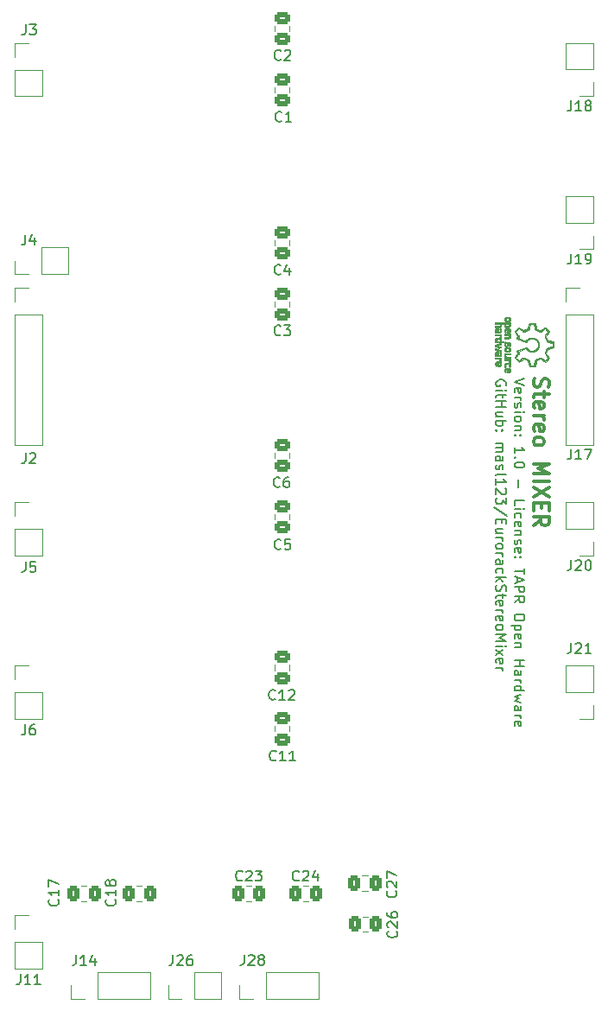
<source format=gto>
G04 #@! TF.GenerationSoftware,KiCad,Pcbnew,(6.0.4)*
G04 #@! TF.CreationDate,2023-11-12T14:03:14+01:00*
G04 #@! TF.ProjectId,Mixer_BACK,4d697865-725f-4424-9143-4b2e6b696361,rev?*
G04 #@! TF.SameCoordinates,Original*
G04 #@! TF.FileFunction,Legend,Top*
G04 #@! TF.FilePolarity,Positive*
%FSLAX46Y46*%
G04 Gerber Fmt 4.6, Leading zero omitted, Abs format (unit mm)*
G04 Created by KiCad (PCBNEW (6.0.4)) date 2023-11-12 14:03:14*
%MOMM*%
%LPD*%
G01*
G04 APERTURE LIST*
G04 Aperture macros list*
%AMRoundRect*
0 Rectangle with rounded corners*
0 $1 Rounding radius*
0 $2 $3 $4 $5 $6 $7 $8 $9 X,Y pos of 4 corners*
0 Add a 4 corners polygon primitive as box body*
4,1,4,$2,$3,$4,$5,$6,$7,$8,$9,$2,$3,0*
0 Add four circle primitives for the rounded corners*
1,1,$1+$1,$2,$3*
1,1,$1+$1,$4,$5*
1,1,$1+$1,$6,$7*
1,1,$1+$1,$8,$9*
0 Add four rect primitives between the rounded corners*
20,1,$1+$1,$2,$3,$4,$5,0*
20,1,$1+$1,$4,$5,$6,$7,0*
20,1,$1+$1,$6,$7,$8,$9,0*
20,1,$1+$1,$8,$9,$2,$3,0*%
G04 Aperture macros list end*
%ADD10C,0.024000*%
%ADD11C,0.300000*%
%ADD12C,0.200000*%
%ADD13C,0.150000*%
%ADD14C,0.120000*%
%ADD15RoundRect,0.250000X-0.475000X0.337500X-0.475000X-0.337500X0.475000X-0.337500X0.475000X0.337500X0*%
%ADD16RoundRect,0.250000X0.475000X-0.337500X0.475000X0.337500X-0.475000X0.337500X-0.475000X-0.337500X0*%
%ADD17RoundRect,0.250000X0.337500X0.475000X-0.337500X0.475000X-0.337500X-0.475000X0.337500X-0.475000X0*%
%ADD18RoundRect,0.250000X-0.337500X-0.475000X0.337500X-0.475000X0.337500X0.475000X-0.337500X0.475000X0*%
%ADD19R,1.700000X1.700000*%
%ADD20O,1.700000X1.700000*%
%ADD21C,3.200000*%
%ADD22C,1.600000*%
%ADD23O,1.600000X1.600000*%
%ADD24R,1.600000X2.400000*%
%ADD25O,1.600000X2.400000*%
%ADD26R,2.400000X1.600000*%
%ADD27O,2.400000X1.600000*%
%ADD28R,2.200000X2.200000*%
%ADD29O,2.200000X2.200000*%
%ADD30R,1.600000X1.600000*%
G04 APERTURE END LIST*
D10*
G36*
X133994440Y-85502802D02*
G01*
X134011407Y-85505832D01*
X134027569Y-85509466D01*
X134042941Y-85513677D01*
X134057536Y-85518441D01*
X134071369Y-85523732D01*
X134084454Y-85529525D01*
X134096804Y-85535793D01*
X134108435Y-85542512D01*
X134119360Y-85549656D01*
X134129594Y-85557199D01*
X134139150Y-85565117D01*
X134148044Y-85573383D01*
X134156288Y-85581972D01*
X134163898Y-85590859D01*
X134170887Y-85600017D01*
X134177270Y-85609423D01*
X134183061Y-85619049D01*
X134188274Y-85628871D01*
X134192923Y-85638863D01*
X134197022Y-85649000D01*
X134200586Y-85659256D01*
X134203629Y-85669605D01*
X134206165Y-85680023D01*
X134208208Y-85690483D01*
X134210872Y-85711429D01*
X134211734Y-85732240D01*
X134211462Y-85743987D01*
X134210650Y-85755620D01*
X134209306Y-85767121D01*
X134207437Y-85778473D01*
X134205050Y-85789660D01*
X134202152Y-85800664D01*
X134198750Y-85811468D01*
X134194852Y-85822057D01*
X134190464Y-85832412D01*
X134185595Y-85842517D01*
X134180251Y-85852354D01*
X134174439Y-85861908D01*
X134168167Y-85871161D01*
X134161441Y-85880095D01*
X134154269Y-85888695D01*
X134146659Y-85896943D01*
X134138616Y-85904822D01*
X134130150Y-85912316D01*
X134121266Y-85919407D01*
X134111971Y-85926079D01*
X134102274Y-85932314D01*
X134092181Y-85938096D01*
X134081700Y-85943407D01*
X134070837Y-85948231D01*
X134059600Y-85952551D01*
X134047996Y-85956350D01*
X134036033Y-85959611D01*
X134023716Y-85962317D01*
X134011055Y-85964452D01*
X133998055Y-85965997D01*
X133984724Y-85966937D01*
X133971069Y-85967254D01*
X133876613Y-85967254D01*
X133876613Y-85611939D01*
X133971037Y-85611939D01*
X133971037Y-85852541D01*
X133979041Y-85852088D01*
X133986806Y-85851371D01*
X133994332Y-85850394D01*
X134001616Y-85849163D01*
X134008659Y-85847683D01*
X134015459Y-85845959D01*
X134022016Y-85843995D01*
X134028327Y-85841798D01*
X134034393Y-85839372D01*
X134040212Y-85836723D01*
X134045783Y-85833855D01*
X134051106Y-85830773D01*
X134056178Y-85827484D01*
X134061000Y-85823991D01*
X134065570Y-85820300D01*
X134069887Y-85816417D01*
X134073950Y-85812346D01*
X134077758Y-85808092D01*
X134081311Y-85803661D01*
X134084606Y-85799057D01*
X134087644Y-85794286D01*
X134090423Y-85789354D01*
X134092942Y-85784264D01*
X134095200Y-85779022D01*
X134097196Y-85773634D01*
X134098929Y-85768104D01*
X134100399Y-85762438D01*
X134101603Y-85756640D01*
X134102542Y-85750717D01*
X134103213Y-85744672D01*
X134103617Y-85738511D01*
X134103752Y-85732239D01*
X134103617Y-85725965D01*
X134103213Y-85719794D01*
X134102542Y-85713734D01*
X134101603Y-85707791D01*
X134100399Y-85701969D01*
X134098929Y-85696274D01*
X134097196Y-85690714D01*
X134095200Y-85685292D01*
X134092942Y-85680015D01*
X134090423Y-85674889D01*
X134087644Y-85669920D01*
X134084606Y-85665112D01*
X134081311Y-85660473D01*
X134077758Y-85656008D01*
X134073950Y-85651722D01*
X134069887Y-85647622D01*
X134065570Y-85643713D01*
X134061000Y-85640001D01*
X134056178Y-85636491D01*
X134051106Y-85633190D01*
X134045783Y-85630103D01*
X134040212Y-85627236D01*
X134034393Y-85624595D01*
X134028328Y-85622186D01*
X134022016Y-85620014D01*
X134015460Y-85618085D01*
X134008660Y-85616404D01*
X134001617Y-85614979D01*
X133994332Y-85613814D01*
X133986806Y-85612915D01*
X133979041Y-85612288D01*
X133971037Y-85611939D01*
X133876613Y-85611939D01*
X133867997Y-85612106D01*
X133859652Y-85612602D01*
X133851577Y-85613421D01*
X133843772Y-85614555D01*
X133836239Y-85616000D01*
X133828977Y-85617747D01*
X133821986Y-85619791D01*
X133815267Y-85622124D01*
X133808819Y-85624741D01*
X133802644Y-85627634D01*
X133796740Y-85630798D01*
X133791110Y-85634224D01*
X133785751Y-85637908D01*
X133780666Y-85641843D01*
X133775854Y-85646021D01*
X133771315Y-85650436D01*
X133767049Y-85655082D01*
X133763057Y-85659953D01*
X133759339Y-85665040D01*
X133755895Y-85670339D01*
X133752726Y-85675842D01*
X133749831Y-85681543D01*
X133747210Y-85687435D01*
X133744865Y-85693512D01*
X133742795Y-85699767D01*
X133741000Y-85706194D01*
X133739480Y-85712786D01*
X133738237Y-85719536D01*
X133737269Y-85726437D01*
X133736578Y-85733485D01*
X133736163Y-85740670D01*
X133736024Y-85747988D01*
X133736260Y-85756245D01*
X133736963Y-85764554D01*
X133738124Y-85772893D01*
X133739734Y-85781236D01*
X133741786Y-85789560D01*
X133744272Y-85797838D01*
X133747183Y-85806047D01*
X133750510Y-85814163D01*
X133754246Y-85822160D01*
X133758383Y-85830015D01*
X133762911Y-85837702D01*
X133767823Y-85845197D01*
X133773110Y-85852475D01*
X133778765Y-85859512D01*
X133784778Y-85866284D01*
X133791142Y-85872766D01*
X133720340Y-85955982D01*
X133708557Y-85945256D01*
X133697654Y-85934152D01*
X133687614Y-85922691D01*
X133678421Y-85910892D01*
X133670057Y-85898776D01*
X133662508Y-85886362D01*
X133655755Y-85873670D01*
X133649783Y-85860721D01*
X133644576Y-85847534D01*
X133640116Y-85834129D01*
X133636387Y-85820526D01*
X133633374Y-85806745D01*
X133631058Y-85792807D01*
X133629425Y-85778730D01*
X133628457Y-85764535D01*
X133628138Y-85750242D01*
X133628827Y-85728125D01*
X133631012Y-85705788D01*
X133634871Y-85683459D01*
X133640582Y-85661363D01*
X133648323Y-85639730D01*
X133653010Y-85629157D01*
X133658270Y-85618785D01*
X133664127Y-85608642D01*
X133670603Y-85598757D01*
X133677719Y-85589157D01*
X133685498Y-85579872D01*
X133693962Y-85570929D01*
X133703133Y-85562358D01*
X133713034Y-85554186D01*
X133723687Y-85546442D01*
X133735113Y-85539154D01*
X133747336Y-85532351D01*
X133760377Y-85526061D01*
X133774258Y-85520312D01*
X133789003Y-85515133D01*
X133804632Y-85510553D01*
X133821169Y-85506600D01*
X133838635Y-85503301D01*
X133857052Y-85500686D01*
X133876444Y-85498783D01*
X133896831Y-85497621D01*
X133918237Y-85497227D01*
X133938566Y-85497588D01*
X133958033Y-85498655D01*
X133971037Y-85499874D01*
X133976653Y-85500401D01*
X133994440Y-85502802D01*
G37*
X133994440Y-85502802D02*
X134011407Y-85505832D01*
X134027569Y-85509466D01*
X134042941Y-85513677D01*
X134057536Y-85518441D01*
X134071369Y-85523732D01*
X134084454Y-85529525D01*
X134096804Y-85535793D01*
X134108435Y-85542512D01*
X134119360Y-85549656D01*
X134129594Y-85557199D01*
X134139150Y-85565117D01*
X134148044Y-85573383D01*
X134156288Y-85581972D01*
X134163898Y-85590859D01*
X134170887Y-85600017D01*
X134177270Y-85609423D01*
X134183061Y-85619049D01*
X134188274Y-85628871D01*
X134192923Y-85638863D01*
X134197022Y-85649000D01*
X134200586Y-85659256D01*
X134203629Y-85669605D01*
X134206165Y-85680023D01*
X134208208Y-85690483D01*
X134210872Y-85711429D01*
X134211734Y-85732240D01*
X134211462Y-85743987D01*
X134210650Y-85755620D01*
X134209306Y-85767121D01*
X134207437Y-85778473D01*
X134205050Y-85789660D01*
X134202152Y-85800664D01*
X134198750Y-85811468D01*
X134194852Y-85822057D01*
X134190464Y-85832412D01*
X134185595Y-85842517D01*
X134180251Y-85852354D01*
X134174439Y-85861908D01*
X134168167Y-85871161D01*
X134161441Y-85880095D01*
X134154269Y-85888695D01*
X134146659Y-85896943D01*
X134138616Y-85904822D01*
X134130150Y-85912316D01*
X134121266Y-85919407D01*
X134111971Y-85926079D01*
X134102274Y-85932314D01*
X134092181Y-85938096D01*
X134081700Y-85943407D01*
X134070837Y-85948231D01*
X134059600Y-85952551D01*
X134047996Y-85956350D01*
X134036033Y-85959611D01*
X134023716Y-85962317D01*
X134011055Y-85964452D01*
X133998055Y-85965997D01*
X133984724Y-85966937D01*
X133971069Y-85967254D01*
X133876613Y-85967254D01*
X133876613Y-85611939D01*
X133971037Y-85611939D01*
X133971037Y-85852541D01*
X133979041Y-85852088D01*
X133986806Y-85851371D01*
X133994332Y-85850394D01*
X134001616Y-85849163D01*
X134008659Y-85847683D01*
X134015459Y-85845959D01*
X134022016Y-85843995D01*
X134028327Y-85841798D01*
X134034393Y-85839372D01*
X134040212Y-85836723D01*
X134045783Y-85833855D01*
X134051106Y-85830773D01*
X134056178Y-85827484D01*
X134061000Y-85823991D01*
X134065570Y-85820300D01*
X134069887Y-85816417D01*
X134073950Y-85812346D01*
X134077758Y-85808092D01*
X134081311Y-85803661D01*
X134084606Y-85799057D01*
X134087644Y-85794286D01*
X134090423Y-85789354D01*
X134092942Y-85784264D01*
X134095200Y-85779022D01*
X134097196Y-85773634D01*
X134098929Y-85768104D01*
X134100399Y-85762438D01*
X134101603Y-85756640D01*
X134102542Y-85750717D01*
X134103213Y-85744672D01*
X134103617Y-85738511D01*
X134103752Y-85732239D01*
X134103617Y-85725965D01*
X134103213Y-85719794D01*
X134102542Y-85713734D01*
X134101603Y-85707791D01*
X134100399Y-85701969D01*
X134098929Y-85696274D01*
X134097196Y-85690714D01*
X134095200Y-85685292D01*
X134092942Y-85680015D01*
X134090423Y-85674889D01*
X134087644Y-85669920D01*
X134084606Y-85665112D01*
X134081311Y-85660473D01*
X134077758Y-85656008D01*
X134073950Y-85651722D01*
X134069887Y-85647622D01*
X134065570Y-85643713D01*
X134061000Y-85640001D01*
X134056178Y-85636491D01*
X134051106Y-85633190D01*
X134045783Y-85630103D01*
X134040212Y-85627236D01*
X134034393Y-85624595D01*
X134028328Y-85622186D01*
X134022016Y-85620014D01*
X134015460Y-85618085D01*
X134008660Y-85616404D01*
X134001617Y-85614979D01*
X133994332Y-85613814D01*
X133986806Y-85612915D01*
X133979041Y-85612288D01*
X133971037Y-85611939D01*
X133876613Y-85611939D01*
X133867997Y-85612106D01*
X133859652Y-85612602D01*
X133851577Y-85613421D01*
X133843772Y-85614555D01*
X133836239Y-85616000D01*
X133828977Y-85617747D01*
X133821986Y-85619791D01*
X133815267Y-85622124D01*
X133808819Y-85624741D01*
X133802644Y-85627634D01*
X133796740Y-85630798D01*
X133791110Y-85634224D01*
X133785751Y-85637908D01*
X133780666Y-85641843D01*
X133775854Y-85646021D01*
X133771315Y-85650436D01*
X133767049Y-85655082D01*
X133763057Y-85659953D01*
X133759339Y-85665040D01*
X133755895Y-85670339D01*
X133752726Y-85675842D01*
X133749831Y-85681543D01*
X133747210Y-85687435D01*
X133744865Y-85693512D01*
X133742795Y-85699767D01*
X133741000Y-85706194D01*
X133739480Y-85712786D01*
X133738237Y-85719536D01*
X133737269Y-85726437D01*
X133736578Y-85733485D01*
X133736163Y-85740670D01*
X133736024Y-85747988D01*
X133736260Y-85756245D01*
X133736963Y-85764554D01*
X133738124Y-85772893D01*
X133739734Y-85781236D01*
X133741786Y-85789560D01*
X133744272Y-85797838D01*
X133747183Y-85806047D01*
X133750510Y-85814163D01*
X133754246Y-85822160D01*
X133758383Y-85830015D01*
X133762911Y-85837702D01*
X133767823Y-85845197D01*
X133773110Y-85852475D01*
X133778765Y-85859512D01*
X133784778Y-85866284D01*
X133791142Y-85872766D01*
X133720340Y-85955982D01*
X133708557Y-85945256D01*
X133697654Y-85934152D01*
X133687614Y-85922691D01*
X133678421Y-85910892D01*
X133670057Y-85898776D01*
X133662508Y-85886362D01*
X133655755Y-85873670D01*
X133649783Y-85860721D01*
X133644576Y-85847534D01*
X133640116Y-85834129D01*
X133636387Y-85820526D01*
X133633374Y-85806745D01*
X133631058Y-85792807D01*
X133629425Y-85778730D01*
X133628457Y-85764535D01*
X133628138Y-85750242D01*
X133628827Y-85728125D01*
X133631012Y-85705788D01*
X133634871Y-85683459D01*
X133640582Y-85661363D01*
X133648323Y-85639730D01*
X133653010Y-85629157D01*
X133658270Y-85618785D01*
X133664127Y-85608642D01*
X133670603Y-85598757D01*
X133677719Y-85589157D01*
X133685498Y-85579872D01*
X133693962Y-85570929D01*
X133703133Y-85562358D01*
X133713034Y-85554186D01*
X133723687Y-85546442D01*
X133735113Y-85539154D01*
X133747336Y-85532351D01*
X133760377Y-85526061D01*
X133774258Y-85520312D01*
X133789003Y-85515133D01*
X133804632Y-85510553D01*
X133821169Y-85506600D01*
X133838635Y-85503301D01*
X133857052Y-85500686D01*
X133876444Y-85498783D01*
X133896831Y-85497621D01*
X133918237Y-85497227D01*
X133938566Y-85497588D01*
X133958033Y-85498655D01*
X133971037Y-85499874D01*
X133976653Y-85500401D01*
X133994440Y-85502802D01*
G36*
X133938648Y-85005184D02*
G01*
X133957154Y-85006274D01*
X133974939Y-85008064D01*
X133992009Y-85010532D01*
X134008373Y-85013654D01*
X134024038Y-85017408D01*
X134039012Y-85021772D01*
X134053304Y-85026724D01*
X134066920Y-85032241D01*
X134079869Y-85038300D01*
X134092159Y-85044879D01*
X134103797Y-85051955D01*
X134114791Y-85059507D01*
X134125149Y-85067512D01*
X134134878Y-85075947D01*
X134143988Y-85084789D01*
X134152484Y-85094017D01*
X134160376Y-85103608D01*
X134167671Y-85113540D01*
X134174377Y-85123789D01*
X134180501Y-85134334D01*
X134186052Y-85145153D01*
X134191037Y-85156221D01*
X134195464Y-85167519D01*
X134199341Y-85179022D01*
X134202676Y-85190708D01*
X134205477Y-85202555D01*
X134207750Y-85214541D01*
X134209505Y-85226642D01*
X134210749Y-85238838D01*
X134211734Y-85263419D01*
X134211613Y-85271481D01*
X134211253Y-85279437D01*
X134210659Y-85287288D01*
X134209835Y-85295034D01*
X134207518Y-85310207D01*
X134204339Y-85324954D01*
X134200337Y-85339274D01*
X134195549Y-85353165D01*
X134190013Y-85366625D01*
X134183767Y-85379652D01*
X134176848Y-85392244D01*
X134169295Y-85404399D01*
X134161145Y-85416115D01*
X134152437Y-85427391D01*
X134143207Y-85438224D01*
X134133494Y-85448612D01*
X134123336Y-85458554D01*
X134112769Y-85468048D01*
X134037427Y-85383720D01*
X134043841Y-85378313D01*
X134049996Y-85372623D01*
X134055872Y-85366658D01*
X134061445Y-85360426D01*
X134066696Y-85353937D01*
X134071603Y-85347199D01*
X134076143Y-85340219D01*
X134080297Y-85333007D01*
X134084042Y-85325571D01*
X134087357Y-85317920D01*
X134090221Y-85310061D01*
X134092612Y-85302004D01*
X134094509Y-85293757D01*
X134095891Y-85285328D01*
X134096735Y-85276726D01*
X134097021Y-85267960D01*
X134096398Y-85250909D01*
X134094508Y-85234780D01*
X134093079Y-85227068D01*
X134091323Y-85219596D01*
X134089237Y-85212366D01*
X134086817Y-85205382D01*
X134084059Y-85198647D01*
X134080960Y-85192163D01*
X134077516Y-85185935D01*
X134073725Y-85179964D01*
X134069582Y-85174255D01*
X134065084Y-85168809D01*
X134060227Y-85163631D01*
X134055008Y-85158724D01*
X134049424Y-85154089D01*
X134043470Y-85149732D01*
X134037144Y-85145654D01*
X134030442Y-85141859D01*
X134023361Y-85138349D01*
X134015896Y-85135129D01*
X134008045Y-85132201D01*
X133999804Y-85129567D01*
X133991169Y-85127232D01*
X133982137Y-85125199D01*
X133972705Y-85123469D01*
X133962868Y-85122047D01*
X133941969Y-85120138D01*
X133919412Y-85119497D01*
X133908019Y-85119658D01*
X133897038Y-85120139D01*
X133886466Y-85120937D01*
X133876299Y-85122049D01*
X133866533Y-85123471D01*
X133857166Y-85125201D01*
X133848195Y-85127236D01*
X133839616Y-85129572D01*
X133831425Y-85132206D01*
X133823620Y-85135135D01*
X133816197Y-85138357D01*
X133809153Y-85141867D01*
X133802485Y-85145663D01*
X133796189Y-85149742D01*
X133790262Y-85154101D01*
X133784701Y-85158736D01*
X133779502Y-85163644D01*
X133774662Y-85168823D01*
X133770179Y-85174268D01*
X133766048Y-85179978D01*
X133762266Y-85185949D01*
X133758831Y-85192177D01*
X133755738Y-85198661D01*
X133752985Y-85205396D01*
X133750568Y-85212379D01*
X133748484Y-85219608D01*
X133746729Y-85227079D01*
X133745301Y-85234789D01*
X133744196Y-85242735D01*
X133743411Y-85250915D01*
X133742942Y-85259324D01*
X133742787Y-85267960D01*
X133742859Y-85272363D01*
X133743073Y-85276726D01*
X133743427Y-85281048D01*
X133743917Y-85285327D01*
X133745299Y-85293754D01*
X133747196Y-85302000D01*
X133749587Y-85310055D01*
X133752451Y-85317912D01*
X133755766Y-85325561D01*
X133759511Y-85332995D01*
X133763664Y-85340206D01*
X133768205Y-85347185D01*
X133773112Y-85353923D01*
X133778362Y-85360413D01*
X133783936Y-85366646D01*
X133789812Y-85372613D01*
X133795967Y-85378308D01*
X133802381Y-85383720D01*
X133727039Y-85468048D01*
X133716489Y-85458560D01*
X133706345Y-85448622D01*
X133696643Y-85438238D01*
X133687422Y-85427408D01*
X133678720Y-85416135D01*
X133670576Y-85404421D01*
X133663026Y-85392267D01*
X133656110Y-85379676D01*
X133649864Y-85366648D01*
X133644328Y-85353187D01*
X133639540Y-85339295D01*
X133635537Y-85324972D01*
X133632357Y-85310221D01*
X133630038Y-85295044D01*
X133628619Y-85279443D01*
X133628138Y-85263419D01*
X133629122Y-85238838D01*
X133632117Y-85214541D01*
X133637183Y-85190708D01*
X133644382Y-85167519D01*
X133648801Y-85156221D01*
X133653775Y-85145153D01*
X133659313Y-85134334D01*
X133665423Y-85123789D01*
X133672112Y-85113540D01*
X133679387Y-85103608D01*
X133687257Y-85094017D01*
X133695730Y-85084789D01*
X133704811Y-85075947D01*
X133714510Y-85067512D01*
X133724835Y-85059507D01*
X133735792Y-85051955D01*
X133747389Y-85044879D01*
X133759634Y-85038300D01*
X133772535Y-85032241D01*
X133786099Y-85026724D01*
X133800335Y-85021772D01*
X133815248Y-85017408D01*
X133830849Y-85013654D01*
X133847143Y-85010532D01*
X133864138Y-85008064D01*
X133881843Y-85006274D01*
X133900265Y-85005184D01*
X133919412Y-85004815D01*
X133938648Y-85005184D01*
G37*
X133938648Y-85005184D02*
X133957154Y-85006274D01*
X133974939Y-85008064D01*
X133992009Y-85010532D01*
X134008373Y-85013654D01*
X134024038Y-85017408D01*
X134039012Y-85021772D01*
X134053304Y-85026724D01*
X134066920Y-85032241D01*
X134079869Y-85038300D01*
X134092159Y-85044879D01*
X134103797Y-85051955D01*
X134114791Y-85059507D01*
X134125149Y-85067512D01*
X134134878Y-85075947D01*
X134143988Y-85084789D01*
X134152484Y-85094017D01*
X134160376Y-85103608D01*
X134167671Y-85113540D01*
X134174377Y-85123789D01*
X134180501Y-85134334D01*
X134186052Y-85145153D01*
X134191037Y-85156221D01*
X134195464Y-85167519D01*
X134199341Y-85179022D01*
X134202676Y-85190708D01*
X134205477Y-85202555D01*
X134207750Y-85214541D01*
X134209505Y-85226642D01*
X134210749Y-85238838D01*
X134211734Y-85263419D01*
X134211613Y-85271481D01*
X134211253Y-85279437D01*
X134210659Y-85287288D01*
X134209835Y-85295034D01*
X134207518Y-85310207D01*
X134204339Y-85324954D01*
X134200337Y-85339274D01*
X134195549Y-85353165D01*
X134190013Y-85366625D01*
X134183767Y-85379652D01*
X134176848Y-85392244D01*
X134169295Y-85404399D01*
X134161145Y-85416115D01*
X134152437Y-85427391D01*
X134143207Y-85438224D01*
X134133494Y-85448612D01*
X134123336Y-85458554D01*
X134112769Y-85468048D01*
X134037427Y-85383720D01*
X134043841Y-85378313D01*
X134049996Y-85372623D01*
X134055872Y-85366658D01*
X134061445Y-85360426D01*
X134066696Y-85353937D01*
X134071603Y-85347199D01*
X134076143Y-85340219D01*
X134080297Y-85333007D01*
X134084042Y-85325571D01*
X134087357Y-85317920D01*
X134090221Y-85310061D01*
X134092612Y-85302004D01*
X134094509Y-85293757D01*
X134095891Y-85285328D01*
X134096735Y-85276726D01*
X134097021Y-85267960D01*
X134096398Y-85250909D01*
X134094508Y-85234780D01*
X134093079Y-85227068D01*
X134091323Y-85219596D01*
X134089237Y-85212366D01*
X134086817Y-85205382D01*
X134084059Y-85198647D01*
X134080960Y-85192163D01*
X134077516Y-85185935D01*
X134073725Y-85179964D01*
X134069582Y-85174255D01*
X134065084Y-85168809D01*
X134060227Y-85163631D01*
X134055008Y-85158724D01*
X134049424Y-85154089D01*
X134043470Y-85149732D01*
X134037144Y-85145654D01*
X134030442Y-85141859D01*
X134023361Y-85138349D01*
X134015896Y-85135129D01*
X134008045Y-85132201D01*
X133999804Y-85129567D01*
X133991169Y-85127232D01*
X133982137Y-85125199D01*
X133972705Y-85123469D01*
X133962868Y-85122047D01*
X133941969Y-85120138D01*
X133919412Y-85119497D01*
X133908019Y-85119658D01*
X133897038Y-85120139D01*
X133886466Y-85120937D01*
X133876299Y-85122049D01*
X133866533Y-85123471D01*
X133857166Y-85125201D01*
X133848195Y-85127236D01*
X133839616Y-85129572D01*
X133831425Y-85132206D01*
X133823620Y-85135135D01*
X133816197Y-85138357D01*
X133809153Y-85141867D01*
X133802485Y-85145663D01*
X133796189Y-85149742D01*
X133790262Y-85154101D01*
X133784701Y-85158736D01*
X133779502Y-85163644D01*
X133774662Y-85168823D01*
X133770179Y-85174268D01*
X133766048Y-85179978D01*
X133762266Y-85185949D01*
X133758831Y-85192177D01*
X133755738Y-85198661D01*
X133752985Y-85205396D01*
X133750568Y-85212379D01*
X133748484Y-85219608D01*
X133746729Y-85227079D01*
X133745301Y-85234789D01*
X133744196Y-85242735D01*
X133743411Y-85250915D01*
X133742942Y-85259324D01*
X133742787Y-85267960D01*
X133742859Y-85272363D01*
X133743073Y-85276726D01*
X133743427Y-85281048D01*
X133743917Y-85285327D01*
X133745299Y-85293754D01*
X133747196Y-85302000D01*
X133749587Y-85310055D01*
X133752451Y-85317912D01*
X133755766Y-85325561D01*
X133759511Y-85332995D01*
X133763664Y-85340206D01*
X133768205Y-85347185D01*
X133773112Y-85353923D01*
X133778362Y-85360413D01*
X133783936Y-85366646D01*
X133789812Y-85372613D01*
X133795967Y-85378308D01*
X133802381Y-85383720D01*
X133727039Y-85468048D01*
X133716489Y-85458560D01*
X133706345Y-85448622D01*
X133696643Y-85438238D01*
X133687422Y-85427408D01*
X133678720Y-85416135D01*
X133670576Y-85404421D01*
X133663026Y-85392267D01*
X133656110Y-85379676D01*
X133649864Y-85366648D01*
X133644328Y-85353187D01*
X133639540Y-85339295D01*
X133635537Y-85324972D01*
X133632357Y-85310221D01*
X133630038Y-85295044D01*
X133628619Y-85279443D01*
X133628138Y-85263419D01*
X133629122Y-85238838D01*
X133632117Y-85214541D01*
X133637183Y-85190708D01*
X133644382Y-85167519D01*
X133648801Y-85156221D01*
X133653775Y-85145153D01*
X133659313Y-85134334D01*
X133665423Y-85123789D01*
X133672112Y-85113540D01*
X133679387Y-85103608D01*
X133687257Y-85094017D01*
X133695730Y-85084789D01*
X133704811Y-85075947D01*
X133714510Y-85067512D01*
X133724835Y-85059507D01*
X133735792Y-85051955D01*
X133747389Y-85044879D01*
X133759634Y-85038300D01*
X133772535Y-85032241D01*
X133786099Y-85026724D01*
X133800335Y-85021772D01*
X133815248Y-85017408D01*
X133830849Y-85013654D01*
X133847143Y-85010532D01*
X133864138Y-85008064D01*
X133881843Y-85006274D01*
X133900265Y-85005184D01*
X133919412Y-85004815D01*
X133938648Y-85005184D01*
G36*
X133304478Y-84606480D02*
G01*
X133243771Y-84606480D01*
X133243771Y-84608766D01*
X133251938Y-84615694D01*
X133259578Y-84622981D01*
X133266692Y-84630617D01*
X133273280Y-84638593D01*
X133279341Y-84646898D01*
X133284876Y-84655522D01*
X133289884Y-84664457D01*
X133294365Y-84673691D01*
X133298319Y-84683215D01*
X133301747Y-84693018D01*
X133304647Y-84703092D01*
X133307021Y-84713426D01*
X133308867Y-84724010D01*
X133310185Y-84734835D01*
X133310977Y-84745890D01*
X133311240Y-84757165D01*
X133311044Y-84765713D01*
X133310463Y-84774084D01*
X133309507Y-84782285D01*
X133308184Y-84790322D01*
X133306507Y-84798202D01*
X133304483Y-84805931D01*
X133302123Y-84813516D01*
X133299437Y-84820963D01*
X133296435Y-84828279D01*
X133293127Y-84835470D01*
X133289522Y-84842542D01*
X133285630Y-84849503D01*
X133281462Y-84856358D01*
X133277026Y-84863114D01*
X133272333Y-84869778D01*
X133267393Y-84876355D01*
X133168429Y-84793138D01*
X133172088Y-84788166D01*
X133175464Y-84783353D01*
X133178561Y-84778672D01*
X133181388Y-84774097D01*
X133183950Y-84769601D01*
X133186255Y-84765158D01*
X133188309Y-84760741D01*
X133190118Y-84756324D01*
X133191689Y-84751880D01*
X133193029Y-84747383D01*
X133194145Y-84742806D01*
X133195043Y-84738122D01*
X133195730Y-84733306D01*
X133196213Y-84728331D01*
X133196497Y-84723169D01*
X133196591Y-84717795D01*
X133196166Y-84707274D01*
X133194880Y-84696859D01*
X133192717Y-84686631D01*
X133189661Y-84676667D01*
X133187793Y-84671809D01*
X133185695Y-84667047D01*
X133183366Y-84662391D01*
X133180804Y-84657850D01*
X133178006Y-84653435D01*
X133174970Y-84649155D01*
X133171695Y-84645020D01*
X133168179Y-84641040D01*
X133164418Y-84637225D01*
X133160412Y-84633584D01*
X133156159Y-84630128D01*
X133151656Y-84626866D01*
X133146901Y-84623809D01*
X133141892Y-84620966D01*
X133136627Y-84618347D01*
X133131105Y-84615961D01*
X133125323Y-84613820D01*
X133119279Y-84611932D01*
X133112971Y-84610307D01*
X133106397Y-84608956D01*
X133099555Y-84607887D01*
X133092443Y-84607112D01*
X133085059Y-84606640D01*
X133077401Y-84606480D01*
X132734406Y-84606480D01*
X132734406Y-84491831D01*
X133304478Y-84491831D01*
X133304478Y-84606480D01*
G37*
X133304478Y-84606480D02*
X133243771Y-84606480D01*
X133243771Y-84608766D01*
X133251938Y-84615694D01*
X133259578Y-84622981D01*
X133266692Y-84630617D01*
X133273280Y-84638593D01*
X133279341Y-84646898D01*
X133284876Y-84655522D01*
X133289884Y-84664457D01*
X133294365Y-84673691D01*
X133298319Y-84683215D01*
X133301747Y-84693018D01*
X133304647Y-84703092D01*
X133307021Y-84713426D01*
X133308867Y-84724010D01*
X133310185Y-84734835D01*
X133310977Y-84745890D01*
X133311240Y-84757165D01*
X133311044Y-84765713D01*
X133310463Y-84774084D01*
X133309507Y-84782285D01*
X133308184Y-84790322D01*
X133306507Y-84798202D01*
X133304483Y-84805931D01*
X133302123Y-84813516D01*
X133299437Y-84820963D01*
X133296435Y-84828279D01*
X133293127Y-84835470D01*
X133289522Y-84842542D01*
X133285630Y-84849503D01*
X133281462Y-84856358D01*
X133277026Y-84863114D01*
X133272333Y-84869778D01*
X133267393Y-84876355D01*
X133168429Y-84793138D01*
X133172088Y-84788166D01*
X133175464Y-84783353D01*
X133178561Y-84778672D01*
X133181388Y-84774097D01*
X133183950Y-84769601D01*
X133186255Y-84765158D01*
X133188309Y-84760741D01*
X133190118Y-84756324D01*
X133191689Y-84751880D01*
X133193029Y-84747383D01*
X133194145Y-84742806D01*
X133195043Y-84738122D01*
X133195730Y-84733306D01*
X133196213Y-84728331D01*
X133196497Y-84723169D01*
X133196591Y-84717795D01*
X133196166Y-84707274D01*
X133194880Y-84696859D01*
X133192717Y-84686631D01*
X133189661Y-84676667D01*
X133187793Y-84671809D01*
X133185695Y-84667047D01*
X133183366Y-84662391D01*
X133180804Y-84657850D01*
X133178006Y-84653435D01*
X133174970Y-84649155D01*
X133171695Y-84645020D01*
X133168179Y-84641040D01*
X133164418Y-84637225D01*
X133160412Y-84633584D01*
X133156159Y-84630128D01*
X133151656Y-84626866D01*
X133146901Y-84623809D01*
X133141892Y-84620966D01*
X133136627Y-84618347D01*
X133131105Y-84615961D01*
X133125323Y-84613820D01*
X133119279Y-84611932D01*
X133112971Y-84610307D01*
X133106397Y-84608956D01*
X133099555Y-84607887D01*
X133092443Y-84607112D01*
X133085059Y-84606640D01*
X133077401Y-84606480D01*
X132734406Y-84606480D01*
X132734406Y-84491831D01*
X133304478Y-84491831D01*
X133304478Y-84606480D01*
G36*
X133994440Y-81604919D02*
G01*
X134011407Y-81607950D01*
X134027569Y-81611584D01*
X134042941Y-81615797D01*
X134057536Y-81620561D01*
X134071369Y-81625853D01*
X134084454Y-81631647D01*
X134096804Y-81637916D01*
X134108435Y-81644636D01*
X134119360Y-81651781D01*
X134129594Y-81659325D01*
X134139150Y-81667244D01*
X134148044Y-81675511D01*
X134156288Y-81684101D01*
X134163898Y-81692988D01*
X134170887Y-81702147D01*
X134177270Y-81711553D01*
X134183061Y-81721179D01*
X134188274Y-81731001D01*
X134192923Y-81740993D01*
X134197022Y-81751129D01*
X134200586Y-81761384D01*
X134203629Y-81771733D01*
X134206165Y-81782149D01*
X134208208Y-81792608D01*
X134210872Y-81813550D01*
X134211734Y-81834356D01*
X134211462Y-81846109D01*
X134210650Y-81857746D01*
X134209306Y-81869251D01*
X134207437Y-81880606D01*
X134205050Y-81891795D01*
X134202152Y-81902800D01*
X134198750Y-81913606D01*
X134194852Y-81924195D01*
X134190464Y-81934549D01*
X134185595Y-81944653D01*
X134180251Y-81954490D01*
X134174439Y-81964042D01*
X134168167Y-81973292D01*
X134161441Y-81982225D01*
X134154269Y-81990822D01*
X134146659Y-81999067D01*
X134138616Y-82006943D01*
X134130150Y-82014434D01*
X134121266Y-82021521D01*
X134111971Y-82028190D01*
X134102274Y-82034421D01*
X134092181Y-82040200D01*
X134081700Y-82045508D01*
X134070837Y-82050329D01*
X134059600Y-82054647D01*
X134047996Y-82058443D01*
X134036033Y-82061702D01*
X134023716Y-82064406D01*
X134011055Y-82066538D01*
X133998055Y-82068082D01*
X133984724Y-82069021D01*
X133971069Y-82069338D01*
X133876613Y-82069338D01*
X133876613Y-81714023D01*
X133971037Y-81714023D01*
X133971037Y-81954657D01*
X133979041Y-81954207D01*
X133986806Y-81953492D01*
X133994332Y-81952518D01*
X134001616Y-81951289D01*
X134008659Y-81949810D01*
X134015459Y-81948087D01*
X134022016Y-81946124D01*
X134028327Y-81943928D01*
X134034393Y-81941502D01*
X134040212Y-81938853D01*
X134045783Y-81935985D01*
X134051106Y-81932903D01*
X134056178Y-81929614D01*
X134061000Y-81926120D01*
X134065570Y-81922429D01*
X134069887Y-81918545D01*
X134073950Y-81914473D01*
X134077758Y-81910218D01*
X134081311Y-81905786D01*
X134084606Y-81901182D01*
X134087644Y-81896410D01*
X134090423Y-81891476D01*
X134092942Y-81886386D01*
X134095200Y-81881143D01*
X134097196Y-81875754D01*
X134098929Y-81870223D01*
X134100399Y-81864556D01*
X134101603Y-81858758D01*
X134102542Y-81852834D01*
X134103213Y-81846789D01*
X134103617Y-81840628D01*
X134103752Y-81834356D01*
X134103617Y-81828081D01*
X134103213Y-81821911D01*
X134102542Y-81815851D01*
X134101603Y-81809907D01*
X134100399Y-81804085D01*
X134098929Y-81798391D01*
X134097196Y-81792829D01*
X134095200Y-81787408D01*
X134092942Y-81782131D01*
X134090423Y-81777004D01*
X134087644Y-81772035D01*
X134084606Y-81767227D01*
X134081311Y-81762587D01*
X134077758Y-81758122D01*
X134073950Y-81753835D01*
X134069887Y-81749734D01*
X134065570Y-81745824D01*
X134061000Y-81742111D01*
X134056178Y-81738601D01*
X134051106Y-81735298D01*
X134045783Y-81732210D01*
X134040212Y-81729342D01*
X134034393Y-81726700D01*
X134028328Y-81724289D01*
X134022016Y-81722115D01*
X134015460Y-81720184D01*
X134008660Y-81718502D01*
X134001617Y-81717074D01*
X133994332Y-81715906D01*
X133986806Y-81715005D01*
X133979041Y-81714375D01*
X133971037Y-81714023D01*
X133876613Y-81714023D01*
X133867997Y-81714190D01*
X133859652Y-81714687D01*
X133851577Y-81715506D01*
X133843772Y-81716641D01*
X133836239Y-81718086D01*
X133828977Y-81719834D01*
X133821986Y-81721879D01*
X133815267Y-81724213D01*
X133808819Y-81726831D01*
X133802644Y-81729726D01*
X133796740Y-81732890D01*
X133791110Y-81736319D01*
X133785751Y-81740004D01*
X133780666Y-81743940D01*
X133775854Y-81748119D01*
X133771315Y-81752536D01*
X133767049Y-81757184D01*
X133763057Y-81762055D01*
X133759339Y-81767145D01*
X133755895Y-81772445D01*
X133752726Y-81777949D01*
X133749831Y-81783651D01*
X133747210Y-81789545D01*
X133744865Y-81795623D01*
X133742795Y-81801879D01*
X133741000Y-81808307D01*
X133739480Y-81814899D01*
X133738237Y-81821650D01*
X133737269Y-81828552D01*
X133736578Y-81835600D01*
X133736163Y-81842786D01*
X133736024Y-81850104D01*
X133736260Y-81858361D01*
X133736963Y-81866671D01*
X133738124Y-81875012D01*
X133739734Y-81883357D01*
X133741786Y-81891682D01*
X133744272Y-81899962D01*
X133747183Y-81908174D01*
X133750510Y-81916291D01*
X133754246Y-81924289D01*
X133758383Y-81932144D01*
X133762911Y-81939832D01*
X133767823Y-81947326D01*
X133773110Y-81954603D01*
X133778765Y-81961637D01*
X133784778Y-81968405D01*
X133791142Y-81974881D01*
X133720340Y-82058098D01*
X133708557Y-82047361D01*
X133697654Y-82036250D01*
X133687614Y-82024783D01*
X133678421Y-82012980D01*
X133670057Y-82000862D01*
X133662508Y-81988448D01*
X133655755Y-81975757D01*
X133649783Y-81962808D01*
X133644576Y-81949623D01*
X133640116Y-81936220D01*
X133636387Y-81922618D01*
X133633374Y-81908838D01*
X133631058Y-81894900D01*
X133629425Y-81880822D01*
X133628457Y-81866624D01*
X133628138Y-81852326D01*
X133628827Y-81830215D01*
X133631012Y-81807883D01*
X133634871Y-81785557D01*
X133640582Y-81763466D01*
X133648323Y-81741835D01*
X133653010Y-81731264D01*
X133658270Y-81720893D01*
X133664127Y-81710751D01*
X133670603Y-81700867D01*
X133677719Y-81691268D01*
X133685498Y-81681984D01*
X133693962Y-81673042D01*
X133703133Y-81664471D01*
X133713034Y-81656299D01*
X133723687Y-81648556D01*
X133735113Y-81641268D01*
X133747336Y-81634465D01*
X133760377Y-81628176D01*
X133774258Y-81622427D01*
X133789003Y-81617249D01*
X133804632Y-81612669D01*
X133821169Y-81608715D01*
X133838635Y-81605417D01*
X133857052Y-81602802D01*
X133876444Y-81600899D01*
X133896831Y-81599736D01*
X133918237Y-81599342D01*
X133938566Y-81599704D01*
X133958033Y-81600771D01*
X133971037Y-81601991D01*
X133976653Y-81602518D01*
X133994440Y-81604919D01*
G37*
X133994440Y-81604919D02*
X134011407Y-81607950D01*
X134027569Y-81611584D01*
X134042941Y-81615797D01*
X134057536Y-81620561D01*
X134071369Y-81625853D01*
X134084454Y-81631647D01*
X134096804Y-81637916D01*
X134108435Y-81644636D01*
X134119360Y-81651781D01*
X134129594Y-81659325D01*
X134139150Y-81667244D01*
X134148044Y-81675511D01*
X134156288Y-81684101D01*
X134163898Y-81692988D01*
X134170887Y-81702147D01*
X134177270Y-81711553D01*
X134183061Y-81721179D01*
X134188274Y-81731001D01*
X134192923Y-81740993D01*
X134197022Y-81751129D01*
X134200586Y-81761384D01*
X134203629Y-81771733D01*
X134206165Y-81782149D01*
X134208208Y-81792608D01*
X134210872Y-81813550D01*
X134211734Y-81834356D01*
X134211462Y-81846109D01*
X134210650Y-81857746D01*
X134209306Y-81869251D01*
X134207437Y-81880606D01*
X134205050Y-81891795D01*
X134202152Y-81902800D01*
X134198750Y-81913606D01*
X134194852Y-81924195D01*
X134190464Y-81934549D01*
X134185595Y-81944653D01*
X134180251Y-81954490D01*
X134174439Y-81964042D01*
X134168167Y-81973292D01*
X134161441Y-81982225D01*
X134154269Y-81990822D01*
X134146659Y-81999067D01*
X134138616Y-82006943D01*
X134130150Y-82014434D01*
X134121266Y-82021521D01*
X134111971Y-82028190D01*
X134102274Y-82034421D01*
X134092181Y-82040200D01*
X134081700Y-82045508D01*
X134070837Y-82050329D01*
X134059600Y-82054647D01*
X134047996Y-82058443D01*
X134036033Y-82061702D01*
X134023716Y-82064406D01*
X134011055Y-82066538D01*
X133998055Y-82068082D01*
X133984724Y-82069021D01*
X133971069Y-82069338D01*
X133876613Y-82069338D01*
X133876613Y-81714023D01*
X133971037Y-81714023D01*
X133971037Y-81954657D01*
X133979041Y-81954207D01*
X133986806Y-81953492D01*
X133994332Y-81952518D01*
X134001616Y-81951289D01*
X134008659Y-81949810D01*
X134015459Y-81948087D01*
X134022016Y-81946124D01*
X134028327Y-81943928D01*
X134034393Y-81941502D01*
X134040212Y-81938853D01*
X134045783Y-81935985D01*
X134051106Y-81932903D01*
X134056178Y-81929614D01*
X134061000Y-81926120D01*
X134065570Y-81922429D01*
X134069887Y-81918545D01*
X134073950Y-81914473D01*
X134077758Y-81910218D01*
X134081311Y-81905786D01*
X134084606Y-81901182D01*
X134087644Y-81896410D01*
X134090423Y-81891476D01*
X134092942Y-81886386D01*
X134095200Y-81881143D01*
X134097196Y-81875754D01*
X134098929Y-81870223D01*
X134100399Y-81864556D01*
X134101603Y-81858758D01*
X134102542Y-81852834D01*
X134103213Y-81846789D01*
X134103617Y-81840628D01*
X134103752Y-81834356D01*
X134103617Y-81828081D01*
X134103213Y-81821911D01*
X134102542Y-81815851D01*
X134101603Y-81809907D01*
X134100399Y-81804085D01*
X134098929Y-81798391D01*
X134097196Y-81792829D01*
X134095200Y-81787408D01*
X134092942Y-81782131D01*
X134090423Y-81777004D01*
X134087644Y-81772035D01*
X134084606Y-81767227D01*
X134081311Y-81762587D01*
X134077758Y-81758122D01*
X134073950Y-81753835D01*
X134069887Y-81749734D01*
X134065570Y-81745824D01*
X134061000Y-81742111D01*
X134056178Y-81738601D01*
X134051106Y-81735298D01*
X134045783Y-81732210D01*
X134040212Y-81729342D01*
X134034393Y-81726700D01*
X134028328Y-81724289D01*
X134022016Y-81722115D01*
X134015460Y-81720184D01*
X134008660Y-81718502D01*
X134001617Y-81717074D01*
X133994332Y-81715906D01*
X133986806Y-81715005D01*
X133979041Y-81714375D01*
X133971037Y-81714023D01*
X133876613Y-81714023D01*
X133867997Y-81714190D01*
X133859652Y-81714687D01*
X133851577Y-81715506D01*
X133843772Y-81716641D01*
X133836239Y-81718086D01*
X133828977Y-81719834D01*
X133821986Y-81721879D01*
X133815267Y-81724213D01*
X133808819Y-81726831D01*
X133802644Y-81729726D01*
X133796740Y-81732890D01*
X133791110Y-81736319D01*
X133785751Y-81740004D01*
X133780666Y-81743940D01*
X133775854Y-81748119D01*
X133771315Y-81752536D01*
X133767049Y-81757184D01*
X133763057Y-81762055D01*
X133759339Y-81767145D01*
X133755895Y-81772445D01*
X133752726Y-81777949D01*
X133749831Y-81783651D01*
X133747210Y-81789545D01*
X133744865Y-81795623D01*
X133742795Y-81801879D01*
X133741000Y-81808307D01*
X133739480Y-81814899D01*
X133738237Y-81821650D01*
X133737269Y-81828552D01*
X133736578Y-81835600D01*
X133736163Y-81842786D01*
X133736024Y-81850104D01*
X133736260Y-81858361D01*
X133736963Y-81866671D01*
X133738124Y-81875012D01*
X133739734Y-81883357D01*
X133741786Y-81891682D01*
X133744272Y-81899962D01*
X133747183Y-81908174D01*
X133750510Y-81916291D01*
X133754246Y-81924289D01*
X133758383Y-81932144D01*
X133762911Y-81939832D01*
X133767823Y-81947326D01*
X133773110Y-81954603D01*
X133778765Y-81961637D01*
X133784778Y-81968405D01*
X133791142Y-81974881D01*
X133720340Y-82058098D01*
X133708557Y-82047361D01*
X133697654Y-82036250D01*
X133687614Y-82024783D01*
X133678421Y-82012980D01*
X133670057Y-82000862D01*
X133662508Y-81988448D01*
X133655755Y-81975757D01*
X133649783Y-81962808D01*
X133644576Y-81949623D01*
X133640116Y-81936220D01*
X133636387Y-81922618D01*
X133633374Y-81908838D01*
X133631058Y-81894900D01*
X133629425Y-81880822D01*
X133628457Y-81866624D01*
X133628138Y-81852326D01*
X133628827Y-81830215D01*
X133631012Y-81807883D01*
X133634871Y-81785557D01*
X133640582Y-81763466D01*
X133648323Y-81741835D01*
X133653010Y-81731264D01*
X133658270Y-81720893D01*
X133664127Y-81710751D01*
X133670603Y-81700867D01*
X133677719Y-81691268D01*
X133685498Y-81681984D01*
X133693962Y-81673042D01*
X133703133Y-81664471D01*
X133713034Y-81656299D01*
X133723687Y-81648556D01*
X133735113Y-81641268D01*
X133747336Y-81634465D01*
X133760377Y-81628176D01*
X133774258Y-81622427D01*
X133789003Y-81617249D01*
X133804632Y-81612669D01*
X133821169Y-81608715D01*
X133838635Y-81605417D01*
X133857052Y-81602802D01*
X133876444Y-81600899D01*
X133896831Y-81599736D01*
X133918237Y-81599342D01*
X133938566Y-81599704D01*
X133958033Y-81600771D01*
X133971037Y-81601991D01*
X133976653Y-81602518D01*
X133994440Y-81604919D01*
G36*
X134204972Y-84167410D02*
G01*
X133865405Y-84167410D01*
X133858229Y-84167550D01*
X133851246Y-84167969D01*
X133844458Y-84168659D01*
X133837868Y-84169615D01*
X133831478Y-84170831D01*
X133825289Y-84172302D01*
X133819305Y-84174021D01*
X133813528Y-84175984D01*
X133807960Y-84178183D01*
X133802603Y-84180614D01*
X133797459Y-84183271D01*
X133792532Y-84186147D01*
X133787822Y-84189237D01*
X133783333Y-84192536D01*
X133779066Y-84196037D01*
X133775025Y-84199735D01*
X133771211Y-84203624D01*
X133767626Y-84207698D01*
X133764273Y-84211952D01*
X133761154Y-84216379D01*
X133758271Y-84220974D01*
X133755628Y-84225731D01*
X133753225Y-84230644D01*
X133751065Y-84235708D01*
X133749151Y-84240917D01*
X133747485Y-84246265D01*
X133746068Y-84251746D01*
X133744905Y-84257354D01*
X133743995Y-84263085D01*
X133743343Y-84268931D01*
X133742950Y-84274887D01*
X133742819Y-84280948D01*
X133742950Y-84286913D01*
X133743343Y-84292780D01*
X133743995Y-84298543D01*
X133744905Y-84304195D01*
X133746068Y-84309731D01*
X133747485Y-84315144D01*
X133749151Y-84320430D01*
X133751065Y-84325581D01*
X133753225Y-84330592D01*
X133755628Y-84335457D01*
X133758271Y-84340170D01*
X133761154Y-84344724D01*
X133764273Y-84349115D01*
X133767626Y-84353336D01*
X133771211Y-84357380D01*
X133775025Y-84361243D01*
X133779066Y-84364918D01*
X133783333Y-84368399D01*
X133787822Y-84371680D01*
X133792532Y-84374756D01*
X133797459Y-84377619D01*
X133802603Y-84380265D01*
X133807960Y-84382688D01*
X133813528Y-84384880D01*
X133819305Y-84386837D01*
X133825289Y-84388553D01*
X133831478Y-84390020D01*
X133837868Y-84391235D01*
X133844458Y-84392190D01*
X133851246Y-84392879D01*
X133858229Y-84393297D01*
X133865405Y-84393438D01*
X134204972Y-84393438D01*
X134204972Y-84508087D01*
X133634837Y-84508087D01*
X133634837Y-84393438D01*
X133695606Y-84393438D01*
X133695606Y-84391215D01*
X133687440Y-84384287D01*
X133679799Y-84377000D01*
X133672685Y-84369366D01*
X133666098Y-84361397D01*
X133660036Y-84353105D01*
X133654502Y-84344501D01*
X133649494Y-84335597D01*
X133645013Y-84326406D01*
X133641058Y-84316938D01*
X133637631Y-84307206D01*
X133634731Y-84297222D01*
X133632358Y-84286997D01*
X133630512Y-84276543D01*
X133629193Y-84265872D01*
X133628402Y-84254996D01*
X133628138Y-84243927D01*
X133628338Y-84235465D01*
X133628940Y-84226957D01*
X133631337Y-84209888D01*
X133635319Y-84192884D01*
X133637900Y-84184458D01*
X133640873Y-84176111D01*
X133644237Y-84167862D01*
X133647989Y-84159732D01*
X133652129Y-84151742D01*
X133656655Y-84143913D01*
X133661565Y-84136265D01*
X133666858Y-84128818D01*
X133672533Y-84121594D01*
X133678588Y-84114613D01*
X133685022Y-84107896D01*
X133691833Y-84101462D01*
X133699021Y-84095333D01*
X133706582Y-84089530D01*
X133714517Y-84084072D01*
X133722823Y-84078981D01*
X133731499Y-84074277D01*
X133740544Y-84069981D01*
X133749956Y-84066113D01*
X133759734Y-84062694D01*
X133769877Y-84059745D01*
X133780382Y-84057285D01*
X133791249Y-84055336D01*
X133802476Y-84053919D01*
X133814061Y-84053053D01*
X133826003Y-84052760D01*
X134204972Y-84052760D01*
X134204972Y-84167410D01*
G37*
X134204972Y-84167410D02*
X133865405Y-84167410D01*
X133858229Y-84167550D01*
X133851246Y-84167969D01*
X133844458Y-84168659D01*
X133837868Y-84169615D01*
X133831478Y-84170831D01*
X133825289Y-84172302D01*
X133819305Y-84174021D01*
X133813528Y-84175984D01*
X133807960Y-84178183D01*
X133802603Y-84180614D01*
X133797459Y-84183271D01*
X133792532Y-84186147D01*
X133787822Y-84189237D01*
X133783333Y-84192536D01*
X133779066Y-84196037D01*
X133775025Y-84199735D01*
X133771211Y-84203624D01*
X133767626Y-84207698D01*
X133764273Y-84211952D01*
X133761154Y-84216379D01*
X133758271Y-84220974D01*
X133755628Y-84225731D01*
X133753225Y-84230644D01*
X133751065Y-84235708D01*
X133749151Y-84240917D01*
X133747485Y-84246265D01*
X133746068Y-84251746D01*
X133744905Y-84257354D01*
X133743995Y-84263085D01*
X133743343Y-84268931D01*
X133742950Y-84274887D01*
X133742819Y-84280948D01*
X133742950Y-84286913D01*
X133743343Y-84292780D01*
X133743995Y-84298543D01*
X133744905Y-84304195D01*
X133746068Y-84309731D01*
X133747485Y-84315144D01*
X133749151Y-84320430D01*
X133751065Y-84325581D01*
X133753225Y-84330592D01*
X133755628Y-84335457D01*
X133758271Y-84340170D01*
X133761154Y-84344724D01*
X133764273Y-84349115D01*
X133767626Y-84353336D01*
X133771211Y-84357380D01*
X133775025Y-84361243D01*
X133779066Y-84364918D01*
X133783333Y-84368399D01*
X133787822Y-84371680D01*
X133792532Y-84374756D01*
X133797459Y-84377619D01*
X133802603Y-84380265D01*
X133807960Y-84382688D01*
X133813528Y-84384880D01*
X133819305Y-84386837D01*
X133825289Y-84388553D01*
X133831478Y-84390020D01*
X133837868Y-84391235D01*
X133844458Y-84392190D01*
X133851246Y-84392879D01*
X133858229Y-84393297D01*
X133865405Y-84393438D01*
X134204972Y-84393438D01*
X134204972Y-84508087D01*
X133634837Y-84508087D01*
X133634837Y-84393438D01*
X133695606Y-84393438D01*
X133695606Y-84391215D01*
X133687440Y-84384287D01*
X133679799Y-84377000D01*
X133672685Y-84369366D01*
X133666098Y-84361397D01*
X133660036Y-84353105D01*
X133654502Y-84344501D01*
X133649494Y-84335597D01*
X133645013Y-84326406D01*
X133641058Y-84316938D01*
X133637631Y-84307206D01*
X133634731Y-84297222D01*
X133632358Y-84286997D01*
X133630512Y-84276543D01*
X133629193Y-84265872D01*
X133628402Y-84254996D01*
X133628138Y-84243927D01*
X133628338Y-84235465D01*
X133628940Y-84226957D01*
X133631337Y-84209888D01*
X133635319Y-84192884D01*
X133637900Y-84184458D01*
X133640873Y-84176111D01*
X133644237Y-84167862D01*
X133647989Y-84159732D01*
X133652129Y-84151742D01*
X133656655Y-84143913D01*
X133661565Y-84136265D01*
X133666858Y-84128818D01*
X133672533Y-84121594D01*
X133678588Y-84114613D01*
X133685022Y-84107896D01*
X133691833Y-84101462D01*
X133699021Y-84095333D01*
X133706582Y-84089530D01*
X133714517Y-84084072D01*
X133722823Y-84078981D01*
X133731499Y-84074277D01*
X133740544Y-84069981D01*
X133749956Y-84066113D01*
X133759734Y-84062694D01*
X133769877Y-84059745D01*
X133780382Y-84057285D01*
X133791249Y-84055336D01*
X133802476Y-84053919D01*
X133814061Y-84053053D01*
X133826003Y-84052760D01*
X134204972Y-84052760D01*
X134204972Y-84167410D01*
G36*
X133963044Y-83485677D02*
G01*
X133981967Y-83486770D01*
X133999458Y-83488319D01*
X134015631Y-83490337D01*
X134030598Y-83492835D01*
X134044471Y-83495823D01*
X134057362Y-83499314D01*
X134069383Y-83503319D01*
X134080647Y-83507849D01*
X134091267Y-83512916D01*
X134101353Y-83518530D01*
X134111018Y-83524704D01*
X134120376Y-83531449D01*
X134129537Y-83538776D01*
X134138614Y-83546697D01*
X134145180Y-83552856D01*
X134151765Y-83559537D01*
X134158307Y-83566760D01*
X134164746Y-83574548D01*
X134171020Y-83582922D01*
X134177069Y-83591903D01*
X134182832Y-83601513D01*
X134188247Y-83611773D01*
X134193253Y-83622704D01*
X134197790Y-83634328D01*
X134201796Y-83646667D01*
X134205211Y-83659742D01*
X134207973Y-83673575D01*
X134210022Y-83688186D01*
X134211296Y-83703597D01*
X134211734Y-83719830D01*
X134211623Y-83728056D01*
X134211296Y-83736074D01*
X134210759Y-83743886D01*
X134210022Y-83751495D01*
X134209091Y-83758903D01*
X134207973Y-83766114D01*
X134206678Y-83773130D01*
X134205211Y-83779954D01*
X134203582Y-83786588D01*
X134201797Y-83793035D01*
X134199863Y-83799298D01*
X134197790Y-83805379D01*
X134195584Y-83811281D01*
X134193253Y-83817008D01*
X134190805Y-83822560D01*
X134188247Y-83827942D01*
X134182832Y-83838205D01*
X134177069Y-83847817D01*
X134171020Y-83856799D01*
X134164746Y-83865174D01*
X134158307Y-83872962D01*
X134151765Y-83880186D01*
X134145180Y-83886867D01*
X134138614Y-83893026D01*
X134129542Y-83900946D01*
X134120385Y-83908271D01*
X134111030Y-83915013D01*
X134101366Y-83921183D01*
X134091281Y-83926793D01*
X134080661Y-83931854D01*
X134069396Y-83936378D01*
X134057374Y-83940377D01*
X134044481Y-83943862D01*
X134030606Y-83946845D01*
X134015637Y-83949337D01*
X133999462Y-83951350D01*
X133981969Y-83952896D01*
X133963046Y-83953985D01*
X133942580Y-83954631D01*
X133920459Y-83954843D01*
X133898154Y-83954631D01*
X133877524Y-83953985D01*
X133858458Y-83952896D01*
X133840841Y-83951350D01*
X133824559Y-83949337D01*
X133809500Y-83946845D01*
X133795551Y-83943862D01*
X133782597Y-83940377D01*
X133770525Y-83936378D01*
X133759221Y-83931854D01*
X133748574Y-83926793D01*
X133738468Y-83921183D01*
X133728790Y-83915013D01*
X133719427Y-83908271D01*
X133710266Y-83900946D01*
X133701194Y-83893026D01*
X133694628Y-83886867D01*
X133688046Y-83880186D01*
X133681506Y-83872962D01*
X133675072Y-83865174D01*
X133668802Y-83856799D01*
X133662758Y-83847817D01*
X133657002Y-83838205D01*
X133651593Y-83827942D01*
X133646592Y-83817008D01*
X133642061Y-83805379D01*
X133638060Y-83793035D01*
X133634650Y-83779954D01*
X133631892Y-83766114D01*
X133629847Y-83751495D01*
X133628575Y-83736074D01*
X133628137Y-83719830D01*
X133628137Y-83719829D01*
X133742786Y-83719829D01*
X133742994Y-83727168D01*
X133743606Y-83734403D01*
X133744603Y-83741513D01*
X133745968Y-83748474D01*
X133747682Y-83755264D01*
X133749728Y-83761859D01*
X133752086Y-83768236D01*
X133754740Y-83774372D01*
X133757670Y-83780244D01*
X133760860Y-83785830D01*
X133764289Y-83791106D01*
X133767941Y-83796049D01*
X133771797Y-83800636D01*
X133775840Y-83804844D01*
X133780050Y-83808650D01*
X133782213Y-83810395D01*
X133784411Y-83812031D01*
X133790031Y-83815874D01*
X133795565Y-83819383D01*
X133801110Y-83822571D01*
X133806767Y-83825450D01*
X133812634Y-83828031D01*
X133818809Y-83830326D01*
X133825393Y-83832347D01*
X133832484Y-83834106D01*
X133840181Y-83835613D01*
X133848583Y-83836882D01*
X133857789Y-83837923D01*
X133867899Y-83838749D01*
X133879010Y-83839371D01*
X133891223Y-83839801D01*
X133919348Y-83840130D01*
X133934256Y-83840050D01*
X133947842Y-83839801D01*
X133960206Y-83839371D01*
X133971449Y-83838749D01*
X133981670Y-83837923D01*
X133990970Y-83836882D01*
X133999449Y-83835613D01*
X134007208Y-83834106D01*
X134014348Y-83832347D01*
X134020967Y-83830326D01*
X134027168Y-83828031D01*
X134033050Y-83825450D01*
X134038713Y-83822571D01*
X134044259Y-83819383D01*
X134049787Y-83815874D01*
X134055397Y-83812031D01*
X134059763Y-83808650D01*
X134063977Y-83804844D01*
X134068022Y-83800636D01*
X134071880Y-83796049D01*
X134075533Y-83791106D01*
X134078962Y-83785830D01*
X134082150Y-83780244D01*
X134085079Y-83774372D01*
X134087731Y-83768236D01*
X134090088Y-83761859D01*
X134092132Y-83755264D01*
X134093844Y-83748474D01*
X134095207Y-83741513D01*
X134096203Y-83734403D01*
X134096814Y-83727168D01*
X134097021Y-83719829D01*
X134096814Y-83712502D01*
X134096202Y-83705274D01*
X134095204Y-83698170D01*
X134093839Y-83691212D01*
X134092125Y-83684425D01*
X134090080Y-83677831D01*
X134087721Y-83671455D01*
X134085067Y-83665319D01*
X134082137Y-83659446D01*
X134078948Y-83653861D01*
X134075518Y-83648586D01*
X134071866Y-83643646D01*
X134068010Y-83639063D01*
X134063968Y-83634860D01*
X134059757Y-83631062D01*
X134057595Y-83629321D01*
X134055397Y-83627691D01*
X134049787Y-83623848D01*
X134044261Y-83620337D01*
X134038721Y-83617145D01*
X134033067Y-83614263D01*
X134027202Y-83611677D01*
X134021026Y-83609376D01*
X134014441Y-83607349D01*
X134007347Y-83605585D01*
X133999647Y-83604071D01*
X133991241Y-83602797D01*
X133982031Y-83601750D01*
X133971918Y-83600920D01*
X133960803Y-83600294D01*
X133948587Y-83599861D01*
X133920459Y-83599529D01*
X133905551Y-83599610D01*
X133891967Y-83599861D01*
X133879606Y-83600294D01*
X133868367Y-83600920D01*
X133858150Y-83601750D01*
X133848854Y-83602797D01*
X133840379Y-83604071D01*
X133832623Y-83605585D01*
X133825486Y-83607349D01*
X133818868Y-83609376D01*
X133812668Y-83611677D01*
X133806784Y-83614263D01*
X133801118Y-83617145D01*
X133795567Y-83620337D01*
X133790031Y-83623848D01*
X133784411Y-83627691D01*
X133780045Y-83631062D01*
X133775831Y-83634860D01*
X133771786Y-83639063D01*
X133767928Y-83643646D01*
X133764275Y-83648586D01*
X133760845Y-83653861D01*
X133757657Y-83659446D01*
X133754728Y-83665319D01*
X133752076Y-83671455D01*
X133749719Y-83677831D01*
X133747676Y-83684425D01*
X133745964Y-83691212D01*
X133744600Y-83698170D01*
X133743604Y-83705274D01*
X133742994Y-83712502D01*
X133742786Y-83719829D01*
X133628137Y-83719829D01*
X133628248Y-83711609D01*
X133628575Y-83703597D01*
X133629110Y-83695790D01*
X133629847Y-83688185D01*
X133630776Y-83680781D01*
X133631892Y-83673574D01*
X133633186Y-83666562D01*
X133634650Y-83659742D01*
X133636277Y-83653111D01*
X133638060Y-83646667D01*
X133639990Y-83640407D01*
X133642061Y-83634328D01*
X133644264Y-83628428D01*
X133646592Y-83622704D01*
X133649037Y-83617153D01*
X133651592Y-83611772D01*
X133657001Y-83601512D01*
X133662758Y-83591903D01*
X133668802Y-83582922D01*
X133675071Y-83574548D01*
X133681506Y-83566760D01*
X133688045Y-83559536D01*
X133694628Y-83552856D01*
X133701194Y-83546697D01*
X133710266Y-83538776D01*
X133719426Y-83531449D01*
X133728787Y-83524704D01*
X133738463Y-83518530D01*
X133748567Y-83512916D01*
X133759213Y-83507849D01*
X133770515Y-83503319D01*
X133782585Y-83499314D01*
X133795538Y-83495823D01*
X133809487Y-83492835D01*
X133824545Y-83490337D01*
X133840827Y-83488319D01*
X133858446Y-83486770D01*
X133877515Y-83485677D01*
X133898148Y-83485029D01*
X133920459Y-83484816D01*
X133942579Y-83485029D01*
X133963044Y-83485677D01*
G37*
X133963044Y-83485677D02*
X133981967Y-83486770D01*
X133999458Y-83488319D01*
X134015631Y-83490337D01*
X134030598Y-83492835D01*
X134044471Y-83495823D01*
X134057362Y-83499314D01*
X134069383Y-83503319D01*
X134080647Y-83507849D01*
X134091267Y-83512916D01*
X134101353Y-83518530D01*
X134111018Y-83524704D01*
X134120376Y-83531449D01*
X134129537Y-83538776D01*
X134138614Y-83546697D01*
X134145180Y-83552856D01*
X134151765Y-83559537D01*
X134158307Y-83566760D01*
X134164746Y-83574548D01*
X134171020Y-83582922D01*
X134177069Y-83591903D01*
X134182832Y-83601513D01*
X134188247Y-83611773D01*
X134193253Y-83622704D01*
X134197790Y-83634328D01*
X134201796Y-83646667D01*
X134205211Y-83659742D01*
X134207973Y-83673575D01*
X134210022Y-83688186D01*
X134211296Y-83703597D01*
X134211734Y-83719830D01*
X134211623Y-83728056D01*
X134211296Y-83736074D01*
X134210759Y-83743886D01*
X134210022Y-83751495D01*
X134209091Y-83758903D01*
X134207973Y-83766114D01*
X134206678Y-83773130D01*
X134205211Y-83779954D01*
X134203582Y-83786588D01*
X134201797Y-83793035D01*
X134199863Y-83799298D01*
X134197790Y-83805379D01*
X134195584Y-83811281D01*
X134193253Y-83817008D01*
X134190805Y-83822560D01*
X134188247Y-83827942D01*
X134182832Y-83838205D01*
X134177069Y-83847817D01*
X134171020Y-83856799D01*
X134164746Y-83865174D01*
X134158307Y-83872962D01*
X134151765Y-83880186D01*
X134145180Y-83886867D01*
X134138614Y-83893026D01*
X134129542Y-83900946D01*
X134120385Y-83908271D01*
X134111030Y-83915013D01*
X134101366Y-83921183D01*
X134091281Y-83926793D01*
X134080661Y-83931854D01*
X134069396Y-83936378D01*
X134057374Y-83940377D01*
X134044481Y-83943862D01*
X134030606Y-83946845D01*
X134015637Y-83949337D01*
X133999462Y-83951350D01*
X133981969Y-83952896D01*
X133963046Y-83953985D01*
X133942580Y-83954631D01*
X133920459Y-83954843D01*
X133898154Y-83954631D01*
X133877524Y-83953985D01*
X133858458Y-83952896D01*
X133840841Y-83951350D01*
X133824559Y-83949337D01*
X133809500Y-83946845D01*
X133795551Y-83943862D01*
X133782597Y-83940377D01*
X133770525Y-83936378D01*
X133759221Y-83931854D01*
X133748574Y-83926793D01*
X133738468Y-83921183D01*
X133728790Y-83915013D01*
X133719427Y-83908271D01*
X133710266Y-83900946D01*
X133701194Y-83893026D01*
X133694628Y-83886867D01*
X133688046Y-83880186D01*
X133681506Y-83872962D01*
X133675072Y-83865174D01*
X133668802Y-83856799D01*
X133662758Y-83847817D01*
X133657002Y-83838205D01*
X133651593Y-83827942D01*
X133646592Y-83817008D01*
X133642061Y-83805379D01*
X133638060Y-83793035D01*
X133634650Y-83779954D01*
X133631892Y-83766114D01*
X133629847Y-83751495D01*
X133628575Y-83736074D01*
X133628137Y-83719830D01*
X133628137Y-83719829D01*
X133742786Y-83719829D01*
X133742994Y-83727168D01*
X133743606Y-83734403D01*
X133744603Y-83741513D01*
X133745968Y-83748474D01*
X133747682Y-83755264D01*
X133749728Y-83761859D01*
X133752086Y-83768236D01*
X133754740Y-83774372D01*
X133757670Y-83780244D01*
X133760860Y-83785830D01*
X133764289Y-83791106D01*
X133767941Y-83796049D01*
X133771797Y-83800636D01*
X133775840Y-83804844D01*
X133780050Y-83808650D01*
X133782213Y-83810395D01*
X133784411Y-83812031D01*
X133790031Y-83815874D01*
X133795565Y-83819383D01*
X133801110Y-83822571D01*
X133806767Y-83825450D01*
X133812634Y-83828031D01*
X133818809Y-83830326D01*
X133825393Y-83832347D01*
X133832484Y-83834106D01*
X133840181Y-83835613D01*
X133848583Y-83836882D01*
X133857789Y-83837923D01*
X133867899Y-83838749D01*
X133879010Y-83839371D01*
X133891223Y-83839801D01*
X133919348Y-83840130D01*
X133934256Y-83840050D01*
X133947842Y-83839801D01*
X133960206Y-83839371D01*
X133971449Y-83838749D01*
X133981670Y-83837923D01*
X133990970Y-83836882D01*
X133999449Y-83835613D01*
X134007208Y-83834106D01*
X134014348Y-83832347D01*
X134020967Y-83830326D01*
X134027168Y-83828031D01*
X134033050Y-83825450D01*
X134038713Y-83822571D01*
X134044259Y-83819383D01*
X134049787Y-83815874D01*
X134055397Y-83812031D01*
X134059763Y-83808650D01*
X134063977Y-83804844D01*
X134068022Y-83800636D01*
X134071880Y-83796049D01*
X134075533Y-83791106D01*
X134078962Y-83785830D01*
X134082150Y-83780244D01*
X134085079Y-83774372D01*
X134087731Y-83768236D01*
X134090088Y-83761859D01*
X134092132Y-83755264D01*
X134093844Y-83748474D01*
X134095207Y-83741513D01*
X134096203Y-83734403D01*
X134096814Y-83727168D01*
X134097021Y-83719829D01*
X134096814Y-83712502D01*
X134096202Y-83705274D01*
X134095204Y-83698170D01*
X134093839Y-83691212D01*
X134092125Y-83684425D01*
X134090080Y-83677831D01*
X134087721Y-83671455D01*
X134085067Y-83665319D01*
X134082137Y-83659446D01*
X134078948Y-83653861D01*
X134075518Y-83648586D01*
X134071866Y-83643646D01*
X134068010Y-83639063D01*
X134063968Y-83634860D01*
X134059757Y-83631062D01*
X134057595Y-83629321D01*
X134055397Y-83627691D01*
X134049787Y-83623848D01*
X134044261Y-83620337D01*
X134038721Y-83617145D01*
X134033067Y-83614263D01*
X134027202Y-83611677D01*
X134021026Y-83609376D01*
X134014441Y-83607349D01*
X134007347Y-83605585D01*
X133999647Y-83604071D01*
X133991241Y-83602797D01*
X133982031Y-83601750D01*
X133971918Y-83600920D01*
X133960803Y-83600294D01*
X133948587Y-83599861D01*
X133920459Y-83599529D01*
X133905551Y-83599610D01*
X133891967Y-83599861D01*
X133879606Y-83600294D01*
X133868367Y-83600920D01*
X133858150Y-83601750D01*
X133848854Y-83602797D01*
X133840379Y-83604071D01*
X133832623Y-83605585D01*
X133825486Y-83607349D01*
X133818868Y-83609376D01*
X133812668Y-83611677D01*
X133806784Y-83614263D01*
X133801118Y-83617145D01*
X133795567Y-83620337D01*
X133790031Y-83623848D01*
X133784411Y-83627691D01*
X133780045Y-83631062D01*
X133775831Y-83634860D01*
X133771786Y-83639063D01*
X133767928Y-83643646D01*
X133764275Y-83648586D01*
X133760845Y-83653861D01*
X133757657Y-83659446D01*
X133754728Y-83665319D01*
X133752076Y-83671455D01*
X133749719Y-83677831D01*
X133747676Y-83684425D01*
X133745964Y-83691212D01*
X133744600Y-83698170D01*
X133743604Y-83705274D01*
X133742994Y-83712502D01*
X133742786Y-83719829D01*
X133628137Y-83719829D01*
X133628248Y-83711609D01*
X133628575Y-83703597D01*
X133629110Y-83695790D01*
X133629847Y-83688185D01*
X133630776Y-83680781D01*
X133631892Y-83673574D01*
X133633186Y-83666562D01*
X133634650Y-83659742D01*
X133636277Y-83653111D01*
X133638060Y-83646667D01*
X133639990Y-83640407D01*
X133642061Y-83634328D01*
X133644264Y-83628428D01*
X133646592Y-83622704D01*
X133649037Y-83617153D01*
X133651592Y-83611772D01*
X133657001Y-83601512D01*
X133662758Y-83591903D01*
X133668802Y-83582922D01*
X133675071Y-83574548D01*
X133681506Y-83566760D01*
X133688045Y-83559536D01*
X133694628Y-83552856D01*
X133701194Y-83546697D01*
X133710266Y-83538776D01*
X133719426Y-83531449D01*
X133728787Y-83524704D01*
X133738463Y-83518530D01*
X133748567Y-83512916D01*
X133759213Y-83507849D01*
X133770515Y-83503319D01*
X133782585Y-83499314D01*
X133795538Y-83495823D01*
X133809487Y-83492835D01*
X133824545Y-83490337D01*
X133840827Y-83488319D01*
X133858446Y-83486770D01*
X133877515Y-83485677D01*
X133898148Y-83485029D01*
X133920459Y-83484816D01*
X133942579Y-83485029D01*
X133963044Y-83485677D01*
G36*
X133809112Y-83012535D02*
G01*
X133800318Y-83021867D01*
X133792080Y-83031332D01*
X133784402Y-83040954D01*
X133777284Y-83050761D01*
X133770727Y-83060779D01*
X133764733Y-83071035D01*
X133759303Y-83081554D01*
X133754439Y-83092363D01*
X133750141Y-83103488D01*
X133746413Y-83114956D01*
X133743254Y-83126792D01*
X133740666Y-83139024D01*
X133738651Y-83151678D01*
X133737210Y-83164779D01*
X133736344Y-83178355D01*
X133736056Y-83192431D01*
X133736128Y-83198488D01*
X133736345Y-83204435D01*
X133736706Y-83210267D01*
X133737211Y-83215977D01*
X133737861Y-83221562D01*
X133738654Y-83227014D01*
X133739591Y-83232329D01*
X133740671Y-83237501D01*
X133741894Y-83242526D01*
X133743260Y-83247397D01*
X133744769Y-83252110D01*
X133746421Y-83256658D01*
X133748215Y-83261037D01*
X133750152Y-83265241D01*
X133752230Y-83269265D01*
X133754451Y-83273104D01*
X133756813Y-83276751D01*
X133759316Y-83280202D01*
X133761961Y-83283451D01*
X133764747Y-83286494D01*
X133767673Y-83289323D01*
X133770741Y-83291935D01*
X133773949Y-83294324D01*
X133777297Y-83296484D01*
X133780786Y-83298410D01*
X133784414Y-83300097D01*
X133788182Y-83301539D01*
X133792090Y-83302731D01*
X133796137Y-83303667D01*
X133800323Y-83304342D01*
X133804648Y-83304752D01*
X133809112Y-83304889D01*
X133812825Y-83304801D01*
X133816378Y-83304539D01*
X133819773Y-83304107D01*
X133823014Y-83303509D01*
X133826104Y-83302749D01*
X133829047Y-83301831D01*
X133831847Y-83300759D01*
X133834507Y-83299536D01*
X133837030Y-83298166D01*
X133839420Y-83296654D01*
X133841680Y-83295003D01*
X133843814Y-83293218D01*
X133845825Y-83291301D01*
X133847717Y-83289257D01*
X133849493Y-83287090D01*
X133851157Y-83284803D01*
X133852712Y-83282401D01*
X133854161Y-83279888D01*
X133856759Y-83274542D01*
X133858976Y-83268797D01*
X133860842Y-83262683D01*
X133862383Y-83256232D01*
X133863628Y-83249475D01*
X133864605Y-83242442D01*
X133865341Y-83235166D01*
X133874327Y-83133947D01*
X133876368Y-83116543D01*
X133879534Y-83099784D01*
X133881535Y-83091667D01*
X133883814Y-83083735D01*
X133886368Y-83075998D01*
X133889198Y-83068464D01*
X133892300Y-83061140D01*
X133895675Y-83054035D01*
X133899321Y-83047157D01*
X133903237Y-83040515D01*
X133907421Y-83034116D01*
X133911872Y-83027969D01*
X133916589Y-83022082D01*
X133921571Y-83016464D01*
X133926816Y-83011123D01*
X133932323Y-83006066D01*
X133938092Y-83001302D01*
X133944120Y-82996840D01*
X133950406Y-82992687D01*
X133956950Y-82988852D01*
X133963749Y-82985344D01*
X133970803Y-82982169D01*
X133978111Y-82979337D01*
X133985670Y-82976856D01*
X133993481Y-82974735D01*
X134001541Y-82972980D01*
X134009849Y-82971601D01*
X134018405Y-82970606D01*
X134027206Y-82970002D01*
X134036252Y-82969800D01*
X134046946Y-82970068D01*
X134057309Y-82970864D01*
X134067342Y-82972178D01*
X134077044Y-82973996D01*
X134086413Y-82976308D01*
X134095450Y-82979101D01*
X134104154Y-82982365D01*
X134112524Y-82986086D01*
X134120560Y-82990253D01*
X134128261Y-82994856D01*
X134135626Y-82999881D01*
X134142655Y-83005317D01*
X134149346Y-83011152D01*
X134155701Y-83017376D01*
X134161717Y-83023975D01*
X134167395Y-83030938D01*
X134172733Y-83038254D01*
X134177732Y-83045911D01*
X134182390Y-83053896D01*
X134186706Y-83062199D01*
X134190681Y-83070807D01*
X134194314Y-83079709D01*
X134200549Y-83098347D01*
X134205407Y-83118019D01*
X134208883Y-83138632D01*
X134210973Y-83160091D01*
X134211670Y-83182302D01*
X134211317Y-83200701D01*
X134210272Y-83218364D01*
X134208555Y-83235323D01*
X134206184Y-83251611D01*
X134203181Y-83267258D01*
X134199565Y-83282296D01*
X134195355Y-83296757D01*
X134190572Y-83310672D01*
X134185236Y-83324072D01*
X134179365Y-83336988D01*
X134172981Y-83349454D01*
X134166102Y-83361499D01*
X134158749Y-83373155D01*
X134150941Y-83384455D01*
X134142699Y-83395429D01*
X134134041Y-83406108D01*
X134050888Y-83335305D01*
X134056661Y-83326858D01*
X134062183Y-83318363D01*
X134067436Y-83309797D01*
X134072404Y-83301139D01*
X134077070Y-83292368D01*
X134081418Y-83283464D01*
X134085430Y-83274403D01*
X134089091Y-83265166D01*
X134092384Y-83255730D01*
X134095292Y-83246075D01*
X134097797Y-83236178D01*
X134099885Y-83226019D01*
X134101538Y-83215577D01*
X134102739Y-83204829D01*
X134103472Y-83193756D01*
X134103720Y-83182334D01*
X134103635Y-83175626D01*
X134103382Y-83169196D01*
X134102964Y-83163041D01*
X134102385Y-83157157D01*
X134101649Y-83151538D01*
X134100759Y-83146181D01*
X134099719Y-83141081D01*
X134098532Y-83136233D01*
X134097201Y-83131635D01*
X134095731Y-83127280D01*
X134094124Y-83123166D01*
X134092385Y-83119287D01*
X134090516Y-83115640D01*
X134088522Y-83112220D01*
X134086405Y-83109022D01*
X134084170Y-83106043D01*
X134081819Y-83103277D01*
X134079357Y-83100722D01*
X134076787Y-83098371D01*
X134074112Y-83096222D01*
X134071337Y-83094270D01*
X134068463Y-83092510D01*
X134065496Y-83090938D01*
X134062438Y-83089550D01*
X134059293Y-83088341D01*
X134056065Y-83087308D01*
X134052757Y-83086445D01*
X134049372Y-83085749D01*
X134045915Y-83085215D01*
X134042388Y-83084839D01*
X134038795Y-83084617D01*
X134035140Y-83084544D01*
X134030507Y-83084760D01*
X134025904Y-83085428D01*
X134021361Y-83086580D01*
X134016906Y-83088248D01*
X134012569Y-83090462D01*
X134008380Y-83093254D01*
X134004369Y-83096655D01*
X134002439Y-83098594D01*
X134000564Y-83100697D01*
X133998749Y-83102968D01*
X133996997Y-83105410D01*
X133995311Y-83108029D01*
X133993695Y-83110828D01*
X133992153Y-83113810D01*
X133990689Y-83116979D01*
X133988009Y-83123897D01*
X133985684Y-83131612D01*
X133983743Y-83140156D01*
X133982216Y-83149560D01*
X133981133Y-83159855D01*
X133974434Y-83254311D01*
X133973509Y-83265177D01*
X133972217Y-83275631D01*
X133970565Y-83285679D01*
X133968563Y-83295324D01*
X133966218Y-83304571D01*
X133963538Y-83313424D01*
X133960532Y-83321887D01*
X133957208Y-83329965D01*
X133953574Y-83337663D01*
X133949639Y-83344984D01*
X133945411Y-83351933D01*
X133940898Y-83358514D01*
X133936108Y-83364732D01*
X133931050Y-83370590D01*
X133925731Y-83376094D01*
X133920161Y-83381248D01*
X133914347Y-83386055D01*
X133908298Y-83390521D01*
X133902022Y-83394649D01*
X133895527Y-83398445D01*
X133888821Y-83401912D01*
X133881913Y-83405054D01*
X133874811Y-83407877D01*
X133867523Y-83410384D01*
X133860058Y-83412580D01*
X133852423Y-83414469D01*
X133836679Y-83417344D01*
X133820357Y-83419043D01*
X133803524Y-83419602D01*
X133793224Y-83419301D01*
X133783204Y-83418408D01*
X133773468Y-83416935D01*
X133764017Y-83414898D01*
X133754856Y-83412308D01*
X133745988Y-83409181D01*
X133737415Y-83405529D01*
X133729140Y-83401366D01*
X133721167Y-83396705D01*
X133713499Y-83391561D01*
X133706138Y-83385946D01*
X133699088Y-83379875D01*
X133692353Y-83373361D01*
X133685934Y-83366417D01*
X133679835Y-83359058D01*
X133674059Y-83351296D01*
X133668610Y-83343145D01*
X133663490Y-83334619D01*
X133654250Y-83316496D01*
X133646364Y-83297036D01*
X133639856Y-83276347D01*
X133634752Y-83254538D01*
X133631076Y-83231718D01*
X133628852Y-83207994D01*
X133628105Y-83183477D01*
X133628501Y-83166269D01*
X133629689Y-83149228D01*
X133631672Y-83132361D01*
X133634450Y-83115676D01*
X133638026Y-83099182D01*
X133642401Y-83082887D01*
X133647576Y-83066800D01*
X133653553Y-83050929D01*
X133660334Y-83035281D01*
X133667920Y-83019866D01*
X133676313Y-83004691D01*
X133685514Y-82989765D01*
X133695526Y-82975097D01*
X133706349Y-82960693D01*
X133717985Y-82946563D01*
X133730436Y-82932715D01*
X133809112Y-83012535D01*
G37*
X133809112Y-83012535D02*
X133800318Y-83021867D01*
X133792080Y-83031332D01*
X133784402Y-83040954D01*
X133777284Y-83050761D01*
X133770727Y-83060779D01*
X133764733Y-83071035D01*
X133759303Y-83081554D01*
X133754439Y-83092363D01*
X133750141Y-83103488D01*
X133746413Y-83114956D01*
X133743254Y-83126792D01*
X133740666Y-83139024D01*
X133738651Y-83151678D01*
X133737210Y-83164779D01*
X133736344Y-83178355D01*
X133736056Y-83192431D01*
X133736128Y-83198488D01*
X133736345Y-83204435D01*
X133736706Y-83210267D01*
X133737211Y-83215977D01*
X133737861Y-83221562D01*
X133738654Y-83227014D01*
X133739591Y-83232329D01*
X133740671Y-83237501D01*
X133741894Y-83242526D01*
X133743260Y-83247397D01*
X133744769Y-83252110D01*
X133746421Y-83256658D01*
X133748215Y-83261037D01*
X133750152Y-83265241D01*
X133752230Y-83269265D01*
X133754451Y-83273104D01*
X133756813Y-83276751D01*
X133759316Y-83280202D01*
X133761961Y-83283451D01*
X133764747Y-83286494D01*
X133767673Y-83289323D01*
X133770741Y-83291935D01*
X133773949Y-83294324D01*
X133777297Y-83296484D01*
X133780786Y-83298410D01*
X133784414Y-83300097D01*
X133788182Y-83301539D01*
X133792090Y-83302731D01*
X133796137Y-83303667D01*
X133800323Y-83304342D01*
X133804648Y-83304752D01*
X133809112Y-83304889D01*
X133812825Y-83304801D01*
X133816378Y-83304539D01*
X133819773Y-83304107D01*
X133823014Y-83303509D01*
X133826104Y-83302749D01*
X133829047Y-83301831D01*
X133831847Y-83300759D01*
X133834507Y-83299536D01*
X133837030Y-83298166D01*
X133839420Y-83296654D01*
X133841680Y-83295003D01*
X133843814Y-83293218D01*
X133845825Y-83291301D01*
X133847717Y-83289257D01*
X133849493Y-83287090D01*
X133851157Y-83284803D01*
X133852712Y-83282401D01*
X133854161Y-83279888D01*
X133856759Y-83274542D01*
X133858976Y-83268797D01*
X133860842Y-83262683D01*
X133862383Y-83256232D01*
X133863628Y-83249475D01*
X133864605Y-83242442D01*
X133865341Y-83235166D01*
X133874327Y-83133947D01*
X133876368Y-83116543D01*
X133879534Y-83099784D01*
X133881535Y-83091667D01*
X133883814Y-83083735D01*
X133886368Y-83075998D01*
X133889198Y-83068464D01*
X133892300Y-83061140D01*
X133895675Y-83054035D01*
X133899321Y-83047157D01*
X133903237Y-83040515D01*
X133907421Y-83034116D01*
X133911872Y-83027969D01*
X133916589Y-83022082D01*
X133921571Y-83016464D01*
X133926816Y-83011123D01*
X133932323Y-83006066D01*
X133938092Y-83001302D01*
X133944120Y-82996840D01*
X133950406Y-82992687D01*
X133956950Y-82988852D01*
X133963749Y-82985344D01*
X133970803Y-82982169D01*
X133978111Y-82979337D01*
X133985670Y-82976856D01*
X133993481Y-82974735D01*
X134001541Y-82972980D01*
X134009849Y-82971601D01*
X134018405Y-82970606D01*
X134027206Y-82970002D01*
X134036252Y-82969800D01*
X134046946Y-82970068D01*
X134057309Y-82970864D01*
X134067342Y-82972178D01*
X134077044Y-82973996D01*
X134086413Y-82976308D01*
X134095450Y-82979101D01*
X134104154Y-82982365D01*
X134112524Y-82986086D01*
X134120560Y-82990253D01*
X134128261Y-82994856D01*
X134135626Y-82999881D01*
X134142655Y-83005317D01*
X134149346Y-83011152D01*
X134155701Y-83017376D01*
X134161717Y-83023975D01*
X134167395Y-83030938D01*
X134172733Y-83038254D01*
X134177732Y-83045911D01*
X134182390Y-83053896D01*
X134186706Y-83062199D01*
X134190681Y-83070807D01*
X134194314Y-83079709D01*
X134200549Y-83098347D01*
X134205407Y-83118019D01*
X134208883Y-83138632D01*
X134210973Y-83160091D01*
X134211670Y-83182302D01*
X134211317Y-83200701D01*
X134210272Y-83218364D01*
X134208555Y-83235323D01*
X134206184Y-83251611D01*
X134203181Y-83267258D01*
X134199565Y-83282296D01*
X134195355Y-83296757D01*
X134190572Y-83310672D01*
X134185236Y-83324072D01*
X134179365Y-83336988D01*
X134172981Y-83349454D01*
X134166102Y-83361499D01*
X134158749Y-83373155D01*
X134150941Y-83384455D01*
X134142699Y-83395429D01*
X134134041Y-83406108D01*
X134050888Y-83335305D01*
X134056661Y-83326858D01*
X134062183Y-83318363D01*
X134067436Y-83309797D01*
X134072404Y-83301139D01*
X134077070Y-83292368D01*
X134081418Y-83283464D01*
X134085430Y-83274403D01*
X134089091Y-83265166D01*
X134092384Y-83255730D01*
X134095292Y-83246075D01*
X134097797Y-83236178D01*
X134099885Y-83226019D01*
X134101538Y-83215577D01*
X134102739Y-83204829D01*
X134103472Y-83193756D01*
X134103720Y-83182334D01*
X134103635Y-83175626D01*
X134103382Y-83169196D01*
X134102964Y-83163041D01*
X134102385Y-83157157D01*
X134101649Y-83151538D01*
X134100759Y-83146181D01*
X134099719Y-83141081D01*
X134098532Y-83136233D01*
X134097201Y-83131635D01*
X134095731Y-83127280D01*
X134094124Y-83123166D01*
X134092385Y-83119287D01*
X134090516Y-83115640D01*
X134088522Y-83112220D01*
X134086405Y-83109022D01*
X134084170Y-83106043D01*
X134081819Y-83103277D01*
X134079357Y-83100722D01*
X134076787Y-83098371D01*
X134074112Y-83096222D01*
X134071337Y-83094270D01*
X134068463Y-83092510D01*
X134065496Y-83090938D01*
X134062438Y-83089550D01*
X134059293Y-83088341D01*
X134056065Y-83087308D01*
X134052757Y-83086445D01*
X134049372Y-83085749D01*
X134045915Y-83085215D01*
X134042388Y-83084839D01*
X134038795Y-83084617D01*
X134035140Y-83084544D01*
X134030507Y-83084760D01*
X134025904Y-83085428D01*
X134021361Y-83086580D01*
X134016906Y-83088248D01*
X134012569Y-83090462D01*
X134008380Y-83093254D01*
X134004369Y-83096655D01*
X134002439Y-83098594D01*
X134000564Y-83100697D01*
X133998749Y-83102968D01*
X133996997Y-83105410D01*
X133995311Y-83108029D01*
X133993695Y-83110828D01*
X133992153Y-83113810D01*
X133990689Y-83116979D01*
X133988009Y-83123897D01*
X133985684Y-83131612D01*
X133983743Y-83140156D01*
X133982216Y-83149560D01*
X133981133Y-83159855D01*
X133974434Y-83254311D01*
X133973509Y-83265177D01*
X133972217Y-83275631D01*
X133970565Y-83285679D01*
X133968563Y-83295324D01*
X133966218Y-83304571D01*
X133963538Y-83313424D01*
X133960532Y-83321887D01*
X133957208Y-83329965D01*
X133953574Y-83337663D01*
X133949639Y-83344984D01*
X133945411Y-83351933D01*
X133940898Y-83358514D01*
X133936108Y-83364732D01*
X133931050Y-83370590D01*
X133925731Y-83376094D01*
X133920161Y-83381248D01*
X133914347Y-83386055D01*
X133908298Y-83390521D01*
X133902022Y-83394649D01*
X133895527Y-83398445D01*
X133888821Y-83401912D01*
X133881913Y-83405054D01*
X133874811Y-83407877D01*
X133867523Y-83410384D01*
X133860058Y-83412580D01*
X133852423Y-83414469D01*
X133836679Y-83417344D01*
X133820357Y-83419043D01*
X133803524Y-83419602D01*
X133793224Y-83419301D01*
X133783204Y-83418408D01*
X133773468Y-83416935D01*
X133764017Y-83414898D01*
X133754856Y-83412308D01*
X133745988Y-83409181D01*
X133737415Y-83405529D01*
X133729140Y-83401366D01*
X133721167Y-83396705D01*
X133713499Y-83391561D01*
X133706138Y-83385946D01*
X133699088Y-83379875D01*
X133692353Y-83373361D01*
X133685934Y-83366417D01*
X133679835Y-83359058D01*
X133674059Y-83351296D01*
X133668610Y-83343145D01*
X133663490Y-83334619D01*
X133654250Y-83316496D01*
X133646364Y-83297036D01*
X133639856Y-83276347D01*
X133634752Y-83254538D01*
X133631076Y-83231718D01*
X133628852Y-83207994D01*
X133628105Y-83183477D01*
X133628501Y-83166269D01*
X133629689Y-83149228D01*
X133631672Y-83132361D01*
X133634450Y-83115676D01*
X133638026Y-83099182D01*
X133642401Y-83082887D01*
X133647576Y-83066800D01*
X133653553Y-83050929D01*
X133660334Y-83035281D01*
X133667920Y-83019866D01*
X133676313Y-83004691D01*
X133685514Y-82989765D01*
X133695526Y-82975097D01*
X133706349Y-82960693D01*
X133717985Y-82946563D01*
X133730436Y-82932715D01*
X133809112Y-83012535D01*
G36*
X133094038Y-84884061D02*
G01*
X133111004Y-84887092D01*
X133127165Y-84890727D01*
X133142535Y-84894940D01*
X133157128Y-84899706D01*
X133170958Y-84904999D01*
X133184040Y-84910793D01*
X133196388Y-84917064D01*
X133208016Y-84923785D01*
X133218939Y-84930931D01*
X133229170Y-84938476D01*
X133238723Y-84946395D01*
X133247613Y-84954663D01*
X133255855Y-84963253D01*
X133263462Y-84972141D01*
X133270448Y-84981301D01*
X133276828Y-84990707D01*
X133282616Y-85000334D01*
X133287826Y-85010155D01*
X133292473Y-85020147D01*
X133296570Y-85030283D01*
X133300132Y-85040537D01*
X133303173Y-85050885D01*
X133305707Y-85061300D01*
X133307748Y-85071757D01*
X133310410Y-85092696D01*
X133311272Y-85113496D01*
X133311000Y-85125249D01*
X133310188Y-85136886D01*
X133308844Y-85148390D01*
X133306975Y-85159744D01*
X133304588Y-85170932D01*
X133301690Y-85181937D01*
X133298289Y-85192742D01*
X133294391Y-85203329D01*
X133290004Y-85213683D01*
X133285135Y-85223786D01*
X133279791Y-85233621D01*
X133273980Y-85243172D01*
X133267709Y-85252421D01*
X133260984Y-85261352D01*
X133253814Y-85269947D01*
X133246205Y-85278191D01*
X133238164Y-85286066D01*
X133229699Y-85293555D01*
X133220817Y-85300641D01*
X133211525Y-85307308D01*
X133201830Y-85313538D01*
X133191740Y-85319315D01*
X133181262Y-85324622D01*
X133170402Y-85329442D01*
X133159169Y-85333759D01*
X133147569Y-85337554D01*
X133135609Y-85340812D01*
X133123297Y-85343515D01*
X133110640Y-85345647D01*
X133097645Y-85347191D01*
X133084320Y-85348129D01*
X133070671Y-85348446D01*
X132976151Y-85348446D01*
X132976151Y-84993195D01*
X133070639Y-84993195D01*
X133070639Y-85233797D01*
X133078638Y-85233350D01*
X133086398Y-85232638D01*
X133093919Y-85231665D01*
X133101200Y-85230438D01*
X133108240Y-85228960D01*
X133115038Y-85227238D01*
X133121593Y-85225277D01*
X133127903Y-85223081D01*
X133133968Y-85220656D01*
X133139786Y-85218007D01*
X133145357Y-85215139D01*
X133150680Y-85212057D01*
X133155753Y-85208767D01*
X133160576Y-85205274D01*
X133165147Y-85201582D01*
X133169465Y-85197697D01*
X133173530Y-85193624D01*
X133177340Y-85189369D01*
X133180894Y-85184936D01*
X133184192Y-85180330D01*
X133187231Y-85175558D01*
X133190012Y-85170623D01*
X133192533Y-85165531D01*
X133194793Y-85160288D01*
X133196791Y-85154897D01*
X133198526Y-85149366D01*
X133199997Y-85143698D01*
X133201203Y-85137899D01*
X133202142Y-85131974D01*
X133202815Y-85125929D01*
X133203219Y-85119768D01*
X133203354Y-85113496D01*
X133203219Y-85107221D01*
X133202815Y-85101051D01*
X133202142Y-85094991D01*
X133201203Y-85089047D01*
X133199997Y-85083225D01*
X133198526Y-85077531D01*
X133196791Y-85071970D01*
X133194793Y-85066548D01*
X133192533Y-85061271D01*
X133190012Y-85056145D01*
X133187231Y-85051176D01*
X133184192Y-85046369D01*
X133180894Y-85041730D01*
X133177340Y-85037264D01*
X133173530Y-85032979D01*
X133169465Y-85028878D01*
X133165147Y-85024969D01*
X133160576Y-85021257D01*
X133155753Y-85017747D01*
X133150680Y-85014446D01*
X133145357Y-85011359D01*
X133139786Y-85008493D01*
X133133968Y-85005852D01*
X133127903Y-85003442D01*
X133121593Y-85001270D01*
X133115038Y-84999341D01*
X133108240Y-84997661D01*
X133101201Y-84996235D01*
X133093919Y-84995070D01*
X133086398Y-84994171D01*
X133078638Y-84993544D01*
X133070639Y-84993195D01*
X132976151Y-84993195D01*
X132967541Y-84993362D01*
X132959200Y-84993858D01*
X132951130Y-84994677D01*
X132943331Y-84995811D01*
X132935802Y-84997256D01*
X132928544Y-84999003D01*
X132921557Y-85001047D01*
X132914841Y-85003380D01*
X132908397Y-85005997D01*
X132902224Y-85008890D01*
X132896323Y-85012053D01*
X132890695Y-85015480D01*
X132885339Y-85019164D01*
X132880256Y-85023099D01*
X132875445Y-85027277D01*
X132870908Y-85031692D01*
X132866643Y-85036338D01*
X132862653Y-85041208D01*
X132858936Y-85046296D01*
X132855493Y-85051595D01*
X132852324Y-85057098D01*
X132849430Y-85062799D01*
X132846810Y-85068691D01*
X132844465Y-85074768D01*
X132842395Y-85081023D01*
X132840600Y-85087450D01*
X132839081Y-85094041D01*
X132837837Y-85100791D01*
X132836870Y-85107693D01*
X132836179Y-85114740D01*
X132835764Y-85121926D01*
X132835625Y-85129244D01*
X132835861Y-85137490D01*
X132836561Y-85145792D01*
X132837719Y-85154125D01*
X132839326Y-85162465D01*
X132841375Y-85170787D01*
X132843856Y-85179066D01*
X132846763Y-85187277D01*
X132850087Y-85195395D01*
X132853821Y-85203396D01*
X132857956Y-85211254D01*
X132862484Y-85218945D01*
X132867397Y-85226443D01*
X132872688Y-85233725D01*
X132878348Y-85240765D01*
X132884369Y-85247539D01*
X132890743Y-85254021D01*
X132819877Y-85337238D01*
X132808095Y-85326501D01*
X132797192Y-85315390D01*
X132787152Y-85303923D01*
X132777958Y-85292121D01*
X132769595Y-85280003D01*
X132762045Y-85267589D01*
X132755293Y-85254899D01*
X132749321Y-85241953D01*
X132744113Y-85228769D01*
X132739653Y-85215368D01*
X132735925Y-85201769D01*
X132732911Y-85187992D01*
X132730595Y-85174057D01*
X132728962Y-85159983D01*
X132727994Y-85145790D01*
X132727675Y-85131498D01*
X132728364Y-85109381D01*
X132730549Y-85087044D01*
X132734409Y-85064715D01*
X132740121Y-85042619D01*
X132747862Y-85020986D01*
X132752550Y-85010413D01*
X132757811Y-85000041D01*
X132763669Y-84989898D01*
X132770146Y-84980013D01*
X132777263Y-84970413D01*
X132785043Y-84961128D01*
X132793509Y-84952185D01*
X132802682Y-84943614D01*
X132812585Y-84935442D01*
X132823240Y-84927698D01*
X132834669Y-84920410D01*
X132846894Y-84913607D01*
X132859938Y-84907317D01*
X132873823Y-84901568D01*
X132888571Y-84896389D01*
X132904204Y-84891809D01*
X132920745Y-84887855D01*
X132938215Y-84884557D01*
X132956637Y-84881942D01*
X132976034Y-84880039D01*
X132996427Y-84878877D01*
X133017839Y-84878483D01*
X133038167Y-84878844D01*
X133057634Y-84879911D01*
X133070639Y-84881132D01*
X133076253Y-84881659D01*
X133094038Y-84884061D01*
G37*
X133094038Y-84884061D02*
X133111004Y-84887092D01*
X133127165Y-84890727D01*
X133142535Y-84894940D01*
X133157128Y-84899706D01*
X133170958Y-84904999D01*
X133184040Y-84910793D01*
X133196388Y-84917064D01*
X133208016Y-84923785D01*
X133218939Y-84930931D01*
X133229170Y-84938476D01*
X133238723Y-84946395D01*
X133247613Y-84954663D01*
X133255855Y-84963253D01*
X133263462Y-84972141D01*
X133270448Y-84981301D01*
X133276828Y-84990707D01*
X133282616Y-85000334D01*
X133287826Y-85010155D01*
X133292473Y-85020147D01*
X133296570Y-85030283D01*
X133300132Y-85040537D01*
X133303173Y-85050885D01*
X133305707Y-85061300D01*
X133307748Y-85071757D01*
X133310410Y-85092696D01*
X133311272Y-85113496D01*
X133311000Y-85125249D01*
X133310188Y-85136886D01*
X133308844Y-85148390D01*
X133306975Y-85159744D01*
X133304588Y-85170932D01*
X133301690Y-85181937D01*
X133298289Y-85192742D01*
X133294391Y-85203329D01*
X133290004Y-85213683D01*
X133285135Y-85223786D01*
X133279791Y-85233621D01*
X133273980Y-85243172D01*
X133267709Y-85252421D01*
X133260984Y-85261352D01*
X133253814Y-85269947D01*
X133246205Y-85278191D01*
X133238164Y-85286066D01*
X133229699Y-85293555D01*
X133220817Y-85300641D01*
X133211525Y-85307308D01*
X133201830Y-85313538D01*
X133191740Y-85319315D01*
X133181262Y-85324622D01*
X133170402Y-85329442D01*
X133159169Y-85333759D01*
X133147569Y-85337554D01*
X133135609Y-85340812D01*
X133123297Y-85343515D01*
X133110640Y-85345647D01*
X133097645Y-85347191D01*
X133084320Y-85348129D01*
X133070671Y-85348446D01*
X132976151Y-85348446D01*
X132976151Y-84993195D01*
X133070639Y-84993195D01*
X133070639Y-85233797D01*
X133078638Y-85233350D01*
X133086398Y-85232638D01*
X133093919Y-85231665D01*
X133101200Y-85230438D01*
X133108240Y-85228960D01*
X133115038Y-85227238D01*
X133121593Y-85225277D01*
X133127903Y-85223081D01*
X133133968Y-85220656D01*
X133139786Y-85218007D01*
X133145357Y-85215139D01*
X133150680Y-85212057D01*
X133155753Y-85208767D01*
X133160576Y-85205274D01*
X133165147Y-85201582D01*
X133169465Y-85197697D01*
X133173530Y-85193624D01*
X133177340Y-85189369D01*
X133180894Y-85184936D01*
X133184192Y-85180330D01*
X133187231Y-85175558D01*
X133190012Y-85170623D01*
X133192533Y-85165531D01*
X133194793Y-85160288D01*
X133196791Y-85154897D01*
X133198526Y-85149366D01*
X133199997Y-85143698D01*
X133201203Y-85137899D01*
X133202142Y-85131974D01*
X133202815Y-85125929D01*
X133203219Y-85119768D01*
X133203354Y-85113496D01*
X133203219Y-85107221D01*
X133202815Y-85101051D01*
X133202142Y-85094991D01*
X133201203Y-85089047D01*
X133199997Y-85083225D01*
X133198526Y-85077531D01*
X133196791Y-85071970D01*
X133194793Y-85066548D01*
X133192533Y-85061271D01*
X133190012Y-85056145D01*
X133187231Y-85051176D01*
X133184192Y-85046369D01*
X133180894Y-85041730D01*
X133177340Y-85037264D01*
X133173530Y-85032979D01*
X133169465Y-85028878D01*
X133165147Y-85024969D01*
X133160576Y-85021257D01*
X133155753Y-85017747D01*
X133150680Y-85014446D01*
X133145357Y-85011359D01*
X133139786Y-85008493D01*
X133133968Y-85005852D01*
X133127903Y-85003442D01*
X133121593Y-85001270D01*
X133115038Y-84999341D01*
X133108240Y-84997661D01*
X133101201Y-84996235D01*
X133093919Y-84995070D01*
X133086398Y-84994171D01*
X133078638Y-84993544D01*
X133070639Y-84993195D01*
X132976151Y-84993195D01*
X132967541Y-84993362D01*
X132959200Y-84993858D01*
X132951130Y-84994677D01*
X132943331Y-84995811D01*
X132935802Y-84997256D01*
X132928544Y-84999003D01*
X132921557Y-85001047D01*
X132914841Y-85003380D01*
X132908397Y-85005997D01*
X132902224Y-85008890D01*
X132896323Y-85012053D01*
X132890695Y-85015480D01*
X132885339Y-85019164D01*
X132880256Y-85023099D01*
X132875445Y-85027277D01*
X132870908Y-85031692D01*
X132866643Y-85036338D01*
X132862653Y-85041208D01*
X132858936Y-85046296D01*
X132855493Y-85051595D01*
X132852324Y-85057098D01*
X132849430Y-85062799D01*
X132846810Y-85068691D01*
X132844465Y-85074768D01*
X132842395Y-85081023D01*
X132840600Y-85087450D01*
X132839081Y-85094041D01*
X132837837Y-85100791D01*
X132836870Y-85107693D01*
X132836179Y-85114740D01*
X132835764Y-85121926D01*
X132835625Y-85129244D01*
X132835861Y-85137490D01*
X132836561Y-85145792D01*
X132837719Y-85154125D01*
X132839326Y-85162465D01*
X132841375Y-85170787D01*
X132843856Y-85179066D01*
X132846763Y-85187277D01*
X132850087Y-85195395D01*
X132853821Y-85203396D01*
X132857956Y-85211254D01*
X132862484Y-85218945D01*
X132867397Y-85226443D01*
X132872688Y-85233725D01*
X132878348Y-85240765D01*
X132884369Y-85247539D01*
X132890743Y-85254021D01*
X132819877Y-85337238D01*
X132808095Y-85326501D01*
X132797192Y-85315390D01*
X132787152Y-85303923D01*
X132777958Y-85292121D01*
X132769595Y-85280003D01*
X132762045Y-85267589D01*
X132755293Y-85254899D01*
X132749321Y-85241953D01*
X132744113Y-85228769D01*
X132739653Y-85215368D01*
X132735925Y-85201769D01*
X132732911Y-85187992D01*
X132730595Y-85174057D01*
X132728962Y-85159983D01*
X132727994Y-85145790D01*
X132727675Y-85131498D01*
X132728364Y-85109381D01*
X132730549Y-85087044D01*
X132734409Y-85064715D01*
X132740121Y-85042619D01*
X132747862Y-85020986D01*
X132752550Y-85010413D01*
X132757811Y-85000041D01*
X132763669Y-84989898D01*
X132770146Y-84980013D01*
X132777263Y-84970413D01*
X132785043Y-84961128D01*
X132793509Y-84952185D01*
X132802682Y-84943614D01*
X132812585Y-84935442D01*
X132823240Y-84927698D01*
X132834669Y-84920410D01*
X132846894Y-84913607D01*
X132859938Y-84907317D01*
X132873823Y-84901568D01*
X132888571Y-84896389D01*
X132904204Y-84891809D01*
X132920745Y-84887855D01*
X132938215Y-84884557D01*
X132956637Y-84881942D01*
X132976034Y-84880039D01*
X132996427Y-84878877D01*
X133017839Y-84878483D01*
X133038167Y-84878844D01*
X133057634Y-84879911D01*
X133070639Y-84881132D01*
X133076253Y-84881659D01*
X133094038Y-84884061D01*
G36*
X132918851Y-83907702D02*
G01*
X132927154Y-83908623D01*
X132935343Y-83909911D01*
X132943406Y-83911566D01*
X132951332Y-83913588D01*
X132959108Y-83915974D01*
X132966724Y-83918726D01*
X132974167Y-83921841D01*
X132981425Y-83925320D01*
X132988487Y-83929162D01*
X132995341Y-83933366D01*
X133001975Y-83937932D01*
X133008378Y-83942858D01*
X133014537Y-83948145D01*
X133020442Y-83953791D01*
X133026080Y-83959796D01*
X133031439Y-83966160D01*
X133036508Y-83972881D01*
X133041275Y-83979959D01*
X133045728Y-83987394D01*
X133049855Y-83995184D01*
X133053645Y-84003330D01*
X133057087Y-84011830D01*
X133060167Y-84020683D01*
X133062875Y-84029890D01*
X133065198Y-84039449D01*
X133067125Y-84049361D01*
X133068645Y-84059623D01*
X133069745Y-84070236D01*
X133070413Y-84081199D01*
X133070639Y-84092511D01*
X133070639Y-84251071D01*
X133130233Y-84251071D01*
X133139944Y-84250659D01*
X133144501Y-84250141D01*
X133148863Y-84249412D01*
X133153032Y-84248470D01*
X133157012Y-84247312D01*
X133160806Y-84245936D01*
X133164415Y-84244341D01*
X133167844Y-84242522D01*
X133171095Y-84240479D01*
X133174171Y-84238209D01*
X133177074Y-84235710D01*
X133179808Y-84232980D01*
X133182376Y-84230015D01*
X133184779Y-84226815D01*
X133187022Y-84223377D01*
X133189107Y-84219697D01*
X133191036Y-84215776D01*
X133194441Y-84207194D01*
X133197260Y-84197614D01*
X133199514Y-84187018D01*
X133201228Y-84175387D01*
X133202424Y-84162703D01*
X133203125Y-84148948D01*
X133203354Y-84134104D01*
X133203219Y-84123293D01*
X133202804Y-84113187D01*
X133202096Y-84103751D01*
X133201078Y-84094949D01*
X133200449Y-84090775D01*
X133199737Y-84086747D01*
X133198941Y-84082861D01*
X133198058Y-84079111D01*
X133197087Y-84075494D01*
X133196026Y-84072006D01*
X133194873Y-84068641D01*
X133193626Y-84065396D01*
X133192284Y-84062267D01*
X133190845Y-84059249D01*
X133189306Y-84056337D01*
X133187666Y-84053527D01*
X133185924Y-84050816D01*
X133184076Y-84048198D01*
X133182123Y-84045670D01*
X133180060Y-84043226D01*
X133177888Y-84040863D01*
X133175604Y-84038577D01*
X133173206Y-84036362D01*
X133170692Y-84034215D01*
X133168061Y-84032131D01*
X133165310Y-84030107D01*
X133162438Y-84028137D01*
X133159443Y-84026217D01*
X133228023Y-83936238D01*
X133238973Y-83944684D01*
X133249047Y-83953585D01*
X133258269Y-83962945D01*
X133266663Y-83972769D01*
X133274252Y-83983061D01*
X133281059Y-83993826D01*
X133287108Y-84005069D01*
X133292420Y-84016795D01*
X133297021Y-84029008D01*
X133300933Y-84041714D01*
X133304180Y-84054916D01*
X133306783Y-84068620D01*
X133308768Y-84082830D01*
X133310157Y-84097552D01*
X133310973Y-84112789D01*
X133311240Y-84128547D01*
X133310675Y-84154370D01*
X133308936Y-84179088D01*
X133305954Y-84202626D01*
X133303976Y-84213927D01*
X133301663Y-84224904D01*
X133299005Y-84235547D01*
X133295994Y-84245847D01*
X133292623Y-84255792D01*
X133288881Y-84265375D01*
X133284762Y-84274584D01*
X133280257Y-84283411D01*
X133275356Y-84291846D01*
X133270052Y-84299878D01*
X133264337Y-84307499D01*
X133258202Y-84314699D01*
X133251638Y-84321467D01*
X133244636Y-84327795D01*
X133237190Y-84333672D01*
X133229290Y-84339089D01*
X133220927Y-84344036D01*
X133212094Y-84348503D01*
X133202781Y-84352481D01*
X133192981Y-84355961D01*
X133182685Y-84358931D01*
X133171885Y-84361384D01*
X133160572Y-84363308D01*
X133148737Y-84364694D01*
X133136373Y-84365533D01*
X133123471Y-84365815D01*
X132734406Y-84365815D01*
X132734406Y-84251071D01*
X132785016Y-84251071D01*
X132785016Y-84248848D01*
X132777878Y-84244229D01*
X132771238Y-84239206D01*
X132765090Y-84233749D01*
X132759428Y-84227823D01*
X132754249Y-84221396D01*
X132749547Y-84214436D01*
X132745317Y-84206909D01*
X132741554Y-84198782D01*
X132738252Y-84190024D01*
X132735407Y-84180600D01*
X132733014Y-84170479D01*
X132731067Y-84159627D01*
X132729561Y-84148012D01*
X132728493Y-84135601D01*
X132727882Y-84122927D01*
X132835625Y-84122927D01*
X132835760Y-84140116D01*
X132836233Y-84155873D01*
X132837143Y-84170244D01*
X132838591Y-84183272D01*
X132839549Y-84189297D01*
X132840679Y-84195003D01*
X132841994Y-84200395D01*
X132843506Y-84205480D01*
X132845229Y-84210263D01*
X132847174Y-84214749D01*
X132849354Y-84218943D01*
X132851782Y-84222853D01*
X132854471Y-84226482D01*
X132857432Y-84229837D01*
X132860679Y-84232923D01*
X132864224Y-84235745D01*
X132868079Y-84238310D01*
X132872258Y-84240623D01*
X132876773Y-84242689D01*
X132881636Y-84244514D01*
X132886860Y-84246104D01*
X132892457Y-84247463D01*
X132898441Y-84248598D01*
X132904823Y-84249515D01*
X132911617Y-84250218D01*
X132918834Y-84250713D01*
X132926488Y-84251006D01*
X132934591Y-84251102D01*
X132976215Y-84251102D01*
X132976215Y-84113942D01*
X132976136Y-84107722D01*
X132975901Y-84101712D01*
X132975512Y-84095911D01*
X132974972Y-84090319D01*
X132974283Y-84084934D01*
X132973447Y-84079755D01*
X132972466Y-84074783D01*
X132971342Y-84070015D01*
X132970079Y-84065452D01*
X132968678Y-84061092D01*
X132967141Y-84056935D01*
X132965471Y-84052980D01*
X132963669Y-84049225D01*
X132961739Y-84045671D01*
X132959683Y-84042315D01*
X132957502Y-84039159D01*
X132955199Y-84036200D01*
X132952777Y-84033438D01*
X132950237Y-84030872D01*
X132947582Y-84028501D01*
X132944815Y-84026324D01*
X132941936Y-84024341D01*
X132938950Y-84022551D01*
X132935857Y-84020953D01*
X132932661Y-84019546D01*
X132929363Y-84018329D01*
X132925965Y-84017301D01*
X132922471Y-84016462D01*
X132918883Y-84015811D01*
X132915201Y-84015347D01*
X132911430Y-84015070D01*
X132907571Y-84014977D01*
X132900469Y-84015337D01*
X132893513Y-84016434D01*
X132886748Y-84018293D01*
X132880216Y-84020937D01*
X132877051Y-84022561D01*
X132873959Y-84024392D01*
X132870948Y-84026431D01*
X132868022Y-84028682D01*
X132865186Y-84031147D01*
X132862446Y-84033831D01*
X132859807Y-84036736D01*
X132857275Y-84039865D01*
X132854855Y-84043222D01*
X132852551Y-84046808D01*
X132850371Y-84050628D01*
X132848318Y-84054685D01*
X132846399Y-84058981D01*
X132844619Y-84063520D01*
X132842982Y-84068304D01*
X132841496Y-84073337D01*
X132838992Y-84084162D01*
X132837150Y-84096019D01*
X132836014Y-84108933D01*
X132835625Y-84122927D01*
X132727882Y-84122927D01*
X132727855Y-84122361D01*
X132727643Y-84108259D01*
X132727863Y-84096502D01*
X132728514Y-84085059D01*
X132729587Y-84073933D01*
X132731074Y-84063128D01*
X132732964Y-84052649D01*
X132735249Y-84042499D01*
X132737918Y-84032682D01*
X132740962Y-84023202D01*
X132744372Y-84014062D01*
X132748138Y-84005268D01*
X132752251Y-83996822D01*
X132756701Y-83988729D01*
X132761479Y-83980993D01*
X132766575Y-83973617D01*
X132771981Y-83966606D01*
X132777685Y-83959963D01*
X132783680Y-83953692D01*
X132789955Y-83947797D01*
X132796501Y-83942282D01*
X132803308Y-83937152D01*
X132810368Y-83932409D01*
X132817670Y-83928058D01*
X132825205Y-83924103D01*
X132832964Y-83920548D01*
X132840937Y-83917396D01*
X132849115Y-83914652D01*
X132857488Y-83912319D01*
X132866047Y-83910402D01*
X132874782Y-83908903D01*
X132883684Y-83907829D01*
X132892743Y-83907181D01*
X132901951Y-83906964D01*
X132907571Y-83907086D01*
X132910446Y-83907148D01*
X132918851Y-83907702D01*
G37*
X132918851Y-83907702D02*
X132927154Y-83908623D01*
X132935343Y-83909911D01*
X132943406Y-83911566D01*
X132951332Y-83913588D01*
X132959108Y-83915974D01*
X132966724Y-83918726D01*
X132974167Y-83921841D01*
X132981425Y-83925320D01*
X132988487Y-83929162D01*
X132995341Y-83933366D01*
X133001975Y-83937932D01*
X133008378Y-83942858D01*
X133014537Y-83948145D01*
X133020442Y-83953791D01*
X133026080Y-83959796D01*
X133031439Y-83966160D01*
X133036508Y-83972881D01*
X133041275Y-83979959D01*
X133045728Y-83987394D01*
X133049855Y-83995184D01*
X133053645Y-84003330D01*
X133057087Y-84011830D01*
X133060167Y-84020683D01*
X133062875Y-84029890D01*
X133065198Y-84039449D01*
X133067125Y-84049361D01*
X133068645Y-84059623D01*
X133069745Y-84070236D01*
X133070413Y-84081199D01*
X133070639Y-84092511D01*
X133070639Y-84251071D01*
X133130233Y-84251071D01*
X133139944Y-84250659D01*
X133144501Y-84250141D01*
X133148863Y-84249412D01*
X133153032Y-84248470D01*
X133157012Y-84247312D01*
X133160806Y-84245936D01*
X133164415Y-84244341D01*
X133167844Y-84242522D01*
X133171095Y-84240479D01*
X133174171Y-84238209D01*
X133177074Y-84235710D01*
X133179808Y-84232980D01*
X133182376Y-84230015D01*
X133184779Y-84226815D01*
X133187022Y-84223377D01*
X133189107Y-84219697D01*
X133191036Y-84215776D01*
X133194441Y-84207194D01*
X133197260Y-84197614D01*
X133199514Y-84187018D01*
X133201228Y-84175387D01*
X133202424Y-84162703D01*
X133203125Y-84148948D01*
X133203354Y-84134104D01*
X133203219Y-84123293D01*
X133202804Y-84113187D01*
X133202096Y-84103751D01*
X133201078Y-84094949D01*
X133200449Y-84090775D01*
X133199737Y-84086747D01*
X133198941Y-84082861D01*
X133198058Y-84079111D01*
X133197087Y-84075494D01*
X133196026Y-84072006D01*
X133194873Y-84068641D01*
X133193626Y-84065396D01*
X133192284Y-84062267D01*
X133190845Y-84059249D01*
X133189306Y-84056337D01*
X133187666Y-84053527D01*
X133185924Y-84050816D01*
X133184076Y-84048198D01*
X133182123Y-84045670D01*
X133180060Y-84043226D01*
X133177888Y-84040863D01*
X133175604Y-84038577D01*
X133173206Y-84036362D01*
X133170692Y-84034215D01*
X133168061Y-84032131D01*
X133165310Y-84030107D01*
X133162438Y-84028137D01*
X133159443Y-84026217D01*
X133228023Y-83936238D01*
X133238973Y-83944684D01*
X133249047Y-83953585D01*
X133258269Y-83962945D01*
X133266663Y-83972769D01*
X133274252Y-83983061D01*
X133281059Y-83993826D01*
X133287108Y-84005069D01*
X133292420Y-84016795D01*
X133297021Y-84029008D01*
X133300933Y-84041714D01*
X133304180Y-84054916D01*
X133306783Y-84068620D01*
X133308768Y-84082830D01*
X133310157Y-84097552D01*
X133310973Y-84112789D01*
X133311240Y-84128547D01*
X133310675Y-84154370D01*
X133308936Y-84179088D01*
X133305954Y-84202626D01*
X133303976Y-84213927D01*
X133301663Y-84224904D01*
X133299005Y-84235547D01*
X133295994Y-84245847D01*
X133292623Y-84255792D01*
X133288881Y-84265375D01*
X133284762Y-84274584D01*
X133280257Y-84283411D01*
X133275356Y-84291846D01*
X133270052Y-84299878D01*
X133264337Y-84307499D01*
X133258202Y-84314699D01*
X133251638Y-84321467D01*
X133244636Y-84327795D01*
X133237190Y-84333672D01*
X133229290Y-84339089D01*
X133220927Y-84344036D01*
X133212094Y-84348503D01*
X133202781Y-84352481D01*
X133192981Y-84355961D01*
X133182685Y-84358931D01*
X133171885Y-84361384D01*
X133160572Y-84363308D01*
X133148737Y-84364694D01*
X133136373Y-84365533D01*
X133123471Y-84365815D01*
X132734406Y-84365815D01*
X132734406Y-84251071D01*
X132785016Y-84251071D01*
X132785016Y-84248848D01*
X132777878Y-84244229D01*
X132771238Y-84239206D01*
X132765090Y-84233749D01*
X132759428Y-84227823D01*
X132754249Y-84221396D01*
X132749547Y-84214436D01*
X132745317Y-84206909D01*
X132741554Y-84198782D01*
X132738252Y-84190024D01*
X132735407Y-84180600D01*
X132733014Y-84170479D01*
X132731067Y-84159627D01*
X132729561Y-84148012D01*
X132728493Y-84135601D01*
X132727882Y-84122927D01*
X132835625Y-84122927D01*
X132835760Y-84140116D01*
X132836233Y-84155873D01*
X132837143Y-84170244D01*
X132838591Y-84183272D01*
X132839549Y-84189297D01*
X132840679Y-84195003D01*
X132841994Y-84200395D01*
X132843506Y-84205480D01*
X132845229Y-84210263D01*
X132847174Y-84214749D01*
X132849354Y-84218943D01*
X132851782Y-84222853D01*
X132854471Y-84226482D01*
X132857432Y-84229837D01*
X132860679Y-84232923D01*
X132864224Y-84235745D01*
X132868079Y-84238310D01*
X132872258Y-84240623D01*
X132876773Y-84242689D01*
X132881636Y-84244514D01*
X132886860Y-84246104D01*
X132892457Y-84247463D01*
X132898441Y-84248598D01*
X132904823Y-84249515D01*
X132911617Y-84250218D01*
X132918834Y-84250713D01*
X132926488Y-84251006D01*
X132934591Y-84251102D01*
X132976215Y-84251102D01*
X132976215Y-84113942D01*
X132976136Y-84107722D01*
X132975901Y-84101712D01*
X132975512Y-84095911D01*
X132974972Y-84090319D01*
X132974283Y-84084934D01*
X132973447Y-84079755D01*
X132972466Y-84074783D01*
X132971342Y-84070015D01*
X132970079Y-84065452D01*
X132968678Y-84061092D01*
X132967141Y-84056935D01*
X132965471Y-84052980D01*
X132963669Y-84049225D01*
X132961739Y-84045671D01*
X132959683Y-84042315D01*
X132957502Y-84039159D01*
X132955199Y-84036200D01*
X132952777Y-84033438D01*
X132950237Y-84030872D01*
X132947582Y-84028501D01*
X132944815Y-84026324D01*
X132941936Y-84024341D01*
X132938950Y-84022551D01*
X132935857Y-84020953D01*
X132932661Y-84019546D01*
X132929363Y-84018329D01*
X132925965Y-84017301D01*
X132922471Y-84016462D01*
X132918883Y-84015811D01*
X132915201Y-84015347D01*
X132911430Y-84015070D01*
X132907571Y-84014977D01*
X132900469Y-84015337D01*
X132893513Y-84016434D01*
X132886748Y-84018293D01*
X132880216Y-84020937D01*
X132877051Y-84022561D01*
X132873959Y-84024392D01*
X132870948Y-84026431D01*
X132868022Y-84028682D01*
X132865186Y-84031147D01*
X132862446Y-84033831D01*
X132859807Y-84036736D01*
X132857275Y-84039865D01*
X132854855Y-84043222D01*
X132852551Y-84046808D01*
X132850371Y-84050628D01*
X132848318Y-84054685D01*
X132846399Y-84058981D01*
X132844619Y-84063520D01*
X132842982Y-84068304D01*
X132841496Y-84073337D01*
X132838992Y-84084162D01*
X132837150Y-84096019D01*
X132836014Y-84108933D01*
X132835625Y-84122927D01*
X132727882Y-84122927D01*
X132727855Y-84122361D01*
X132727643Y-84108259D01*
X132727863Y-84096502D01*
X132728514Y-84085059D01*
X132729587Y-84073933D01*
X132731074Y-84063128D01*
X132732964Y-84052649D01*
X132735249Y-84042499D01*
X132737918Y-84032682D01*
X132740962Y-84023202D01*
X132744372Y-84014062D01*
X132748138Y-84005268D01*
X132752251Y-83996822D01*
X132756701Y-83988729D01*
X132761479Y-83980993D01*
X132766575Y-83973617D01*
X132771981Y-83966606D01*
X132777685Y-83959963D01*
X132783680Y-83953692D01*
X132789955Y-83947797D01*
X132796501Y-83942282D01*
X132803308Y-83937152D01*
X132810368Y-83932409D01*
X132817670Y-83928058D01*
X132825205Y-83924103D01*
X132832964Y-83920548D01*
X132840937Y-83917396D01*
X132849115Y-83914652D01*
X132857488Y-83912319D01*
X132866047Y-83910402D01*
X132874782Y-83908903D01*
X132883684Y-83907829D01*
X132892743Y-83907181D01*
X132901951Y-83906964D01*
X132907571Y-83907086D01*
X132910446Y-83907148D01*
X132918851Y-83907702D01*
G36*
X134204971Y-84748593D02*
G01*
X134144265Y-84748593D01*
X134144265Y-84750816D01*
X134152431Y-84757745D01*
X134160072Y-84765034D01*
X134167186Y-84772673D01*
X134173774Y-84780653D01*
X134179835Y-84788962D01*
X134185369Y-84797592D01*
X134190377Y-84806532D01*
X134194859Y-84815772D01*
X134198813Y-84825302D01*
X134202240Y-84835112D01*
X134205141Y-84845191D01*
X134207514Y-84855530D01*
X134209360Y-84866118D01*
X134210679Y-84876946D01*
X134211470Y-84888003D01*
X134211734Y-84899279D01*
X134211538Y-84907836D01*
X134210957Y-84916213D01*
X134210000Y-84924416D01*
X134208678Y-84932453D01*
X134207000Y-84940331D01*
X134204976Y-84948056D01*
X134202617Y-84955635D01*
X134199931Y-84963077D01*
X134196929Y-84970386D01*
X134193620Y-84977572D01*
X134190015Y-84984640D01*
X134186124Y-84991598D01*
X134181955Y-84998453D01*
X134177519Y-85005212D01*
X134172827Y-85011881D01*
X134167887Y-85018468D01*
X134068922Y-84935251D01*
X134072571Y-84930279D01*
X134075936Y-84925466D01*
X134079025Y-84920785D01*
X134081845Y-84916210D01*
X134084401Y-84911714D01*
X134086700Y-84907271D01*
X134088750Y-84902854D01*
X134090556Y-84898437D01*
X134092125Y-84893993D01*
X134093463Y-84889496D01*
X134094577Y-84884919D01*
X134095475Y-84880236D01*
X134096161Y-84875419D01*
X134096643Y-84870444D01*
X134096928Y-84865282D01*
X134097021Y-84859909D01*
X134096597Y-84849387D01*
X134095313Y-84838972D01*
X134093153Y-84828744D01*
X134090100Y-84818780D01*
X134088234Y-84813923D01*
X134086138Y-84809161D01*
X134083811Y-84804504D01*
X134081251Y-84799964D01*
X134078455Y-84795548D01*
X134075421Y-84791268D01*
X134072148Y-84787133D01*
X134068632Y-84783153D01*
X134064874Y-84779338D01*
X134060869Y-84775697D01*
X134056616Y-84772241D01*
X134052114Y-84768980D01*
X134047359Y-84765922D01*
X134042350Y-84763079D01*
X134037085Y-84760460D01*
X134031562Y-84758075D01*
X134025778Y-84755933D01*
X134019732Y-84754045D01*
X134013422Y-84752420D01*
X134006845Y-84751069D01*
X134000000Y-84750000D01*
X133992884Y-84749225D01*
X133985495Y-84748753D01*
X133977831Y-84748593D01*
X133634900Y-84748593D01*
X133634900Y-84633880D01*
X134204971Y-84633880D01*
X134204971Y-84748593D01*
G37*
X134204971Y-84748593D02*
X134144265Y-84748593D01*
X134144265Y-84750816D01*
X134152431Y-84757745D01*
X134160072Y-84765034D01*
X134167186Y-84772673D01*
X134173774Y-84780653D01*
X134179835Y-84788962D01*
X134185369Y-84797592D01*
X134190377Y-84806532D01*
X134194859Y-84815772D01*
X134198813Y-84825302D01*
X134202240Y-84835112D01*
X134205141Y-84845191D01*
X134207514Y-84855530D01*
X134209360Y-84866118D01*
X134210679Y-84876946D01*
X134211470Y-84888003D01*
X134211734Y-84899279D01*
X134211538Y-84907836D01*
X134210957Y-84916213D01*
X134210000Y-84924416D01*
X134208678Y-84932453D01*
X134207000Y-84940331D01*
X134204976Y-84948056D01*
X134202617Y-84955635D01*
X134199931Y-84963077D01*
X134196929Y-84970386D01*
X134193620Y-84977572D01*
X134190015Y-84984640D01*
X134186124Y-84991598D01*
X134181955Y-84998453D01*
X134177519Y-85005212D01*
X134172827Y-85011881D01*
X134167887Y-85018468D01*
X134068922Y-84935251D01*
X134072571Y-84930279D01*
X134075936Y-84925466D01*
X134079025Y-84920785D01*
X134081845Y-84916210D01*
X134084401Y-84911714D01*
X134086700Y-84907271D01*
X134088750Y-84902854D01*
X134090556Y-84898437D01*
X134092125Y-84893993D01*
X134093463Y-84889496D01*
X134094577Y-84884919D01*
X134095475Y-84880236D01*
X134096161Y-84875419D01*
X134096643Y-84870444D01*
X134096928Y-84865282D01*
X134097021Y-84859909D01*
X134096597Y-84849387D01*
X134095313Y-84838972D01*
X134093153Y-84828744D01*
X134090100Y-84818780D01*
X134088234Y-84813923D01*
X134086138Y-84809161D01*
X134083811Y-84804504D01*
X134081251Y-84799964D01*
X134078455Y-84795548D01*
X134075421Y-84791268D01*
X134072148Y-84787133D01*
X134068632Y-84783153D01*
X134064874Y-84779338D01*
X134060869Y-84775697D01*
X134056616Y-84772241D01*
X134052114Y-84768980D01*
X134047359Y-84765922D01*
X134042350Y-84763079D01*
X134037085Y-84760460D01*
X134031562Y-84758075D01*
X134025778Y-84755933D01*
X134019732Y-84754045D01*
X134013422Y-84752420D01*
X134006845Y-84751069D01*
X134000000Y-84750000D01*
X133992884Y-84749225D01*
X133985495Y-84748753D01*
X133977831Y-84748593D01*
X133634900Y-84748593D01*
X133634900Y-84633880D01*
X134204971Y-84633880D01*
X134204971Y-84748593D01*
G36*
X133304478Y-82301779D02*
G01*
X133243771Y-82301779D01*
X133243771Y-82304034D01*
X133251938Y-82310962D01*
X133259578Y-82318250D01*
X133266692Y-82325888D01*
X133273280Y-82333865D01*
X133279341Y-82342173D01*
X133284876Y-82350800D01*
X133289884Y-82359737D01*
X133294365Y-82368974D01*
X133298319Y-82378501D01*
X133301747Y-82388308D01*
X133304647Y-82398384D01*
X133307021Y-82408721D01*
X133308867Y-82419307D01*
X133310185Y-82430133D01*
X133310977Y-82441189D01*
X133311240Y-82452465D01*
X133311044Y-82461023D01*
X133310463Y-82469402D01*
X133309507Y-82477608D01*
X133308184Y-82485648D01*
X133306507Y-82493529D01*
X133304483Y-82501258D01*
X133302123Y-82508842D01*
X133299437Y-82516286D01*
X133296435Y-82523599D01*
X133293127Y-82530786D01*
X133289522Y-82537855D01*
X133285630Y-82544811D01*
X133281462Y-82551663D01*
X133277026Y-82558416D01*
X133272333Y-82565078D01*
X133267393Y-82571654D01*
X133168429Y-82488470D01*
X133172088Y-82483497D01*
X133175464Y-82478683D01*
X133178561Y-82474001D01*
X133181388Y-82469424D01*
X133183950Y-82464926D01*
X133186255Y-82460481D01*
X133188309Y-82456062D01*
X133190118Y-82451643D01*
X133191689Y-82447198D01*
X133193029Y-82442700D01*
X133194145Y-82438123D01*
X133195043Y-82433440D01*
X133195730Y-82428626D01*
X133196213Y-82423653D01*
X133196497Y-82418495D01*
X133196591Y-82413127D01*
X133196166Y-82402610D01*
X133194880Y-82392198D01*
X133192717Y-82381971D01*
X133189661Y-82372007D01*
X133187793Y-82367148D01*
X133185695Y-82362385D01*
X133183366Y-82357728D01*
X133180804Y-82353186D01*
X133178006Y-82348768D01*
X133174970Y-82344486D01*
X133171695Y-82340349D01*
X133168179Y-82336367D01*
X133164418Y-82332550D01*
X133160412Y-82328907D01*
X133156159Y-82325448D01*
X133151656Y-82322184D01*
X133146901Y-82319125D01*
X133141892Y-82316279D01*
X133136627Y-82313658D01*
X133131105Y-82311270D01*
X133125323Y-82309127D01*
X133119279Y-82307237D01*
X133112971Y-82305610D01*
X133106397Y-82304258D01*
X133099555Y-82303188D01*
X133092443Y-82302412D01*
X133085059Y-82301939D01*
X133077401Y-82301779D01*
X132734406Y-82301779D01*
X132734406Y-82187098D01*
X133304478Y-82187098D01*
X133304478Y-82301779D01*
G37*
X133304478Y-82301779D02*
X133243771Y-82301779D01*
X133243771Y-82304034D01*
X133251938Y-82310962D01*
X133259578Y-82318250D01*
X133266692Y-82325888D01*
X133273280Y-82333865D01*
X133279341Y-82342173D01*
X133284876Y-82350800D01*
X133289884Y-82359737D01*
X133294365Y-82368974D01*
X133298319Y-82378501D01*
X133301747Y-82388308D01*
X133304647Y-82398384D01*
X133307021Y-82408721D01*
X133308867Y-82419307D01*
X133310185Y-82430133D01*
X133310977Y-82441189D01*
X133311240Y-82452465D01*
X133311044Y-82461023D01*
X133310463Y-82469402D01*
X133309507Y-82477608D01*
X133308184Y-82485648D01*
X133306507Y-82493529D01*
X133304483Y-82501258D01*
X133302123Y-82508842D01*
X133299437Y-82516286D01*
X133296435Y-82523599D01*
X133293127Y-82530786D01*
X133289522Y-82537855D01*
X133285630Y-82544811D01*
X133281462Y-82551663D01*
X133277026Y-82558416D01*
X133272333Y-82565078D01*
X133267393Y-82571654D01*
X133168429Y-82488470D01*
X133172088Y-82483497D01*
X133175464Y-82478683D01*
X133178561Y-82474001D01*
X133181388Y-82469424D01*
X133183950Y-82464926D01*
X133186255Y-82460481D01*
X133188309Y-82456062D01*
X133190118Y-82451643D01*
X133191689Y-82447198D01*
X133193029Y-82442700D01*
X133194145Y-82438123D01*
X133195043Y-82433440D01*
X133195730Y-82428626D01*
X133196213Y-82423653D01*
X133196497Y-82418495D01*
X133196591Y-82413127D01*
X133196166Y-82402610D01*
X133194880Y-82392198D01*
X133192717Y-82381971D01*
X133189661Y-82372007D01*
X133187793Y-82367148D01*
X133185695Y-82362385D01*
X133183366Y-82357728D01*
X133180804Y-82353186D01*
X133178006Y-82348768D01*
X133174970Y-82344486D01*
X133171695Y-82340349D01*
X133168179Y-82336367D01*
X133164418Y-82332550D01*
X133160412Y-82328907D01*
X133156159Y-82325448D01*
X133151656Y-82322184D01*
X133146901Y-82319125D01*
X133141892Y-82316279D01*
X133136627Y-82313658D01*
X133131105Y-82311270D01*
X133125323Y-82309127D01*
X133119279Y-82307237D01*
X133112971Y-82305610D01*
X133106397Y-82304258D01*
X133099555Y-82303188D01*
X133092443Y-82302412D01*
X133085059Y-82301939D01*
X133077401Y-82301779D01*
X132734406Y-82301779D01*
X132734406Y-82187098D01*
X133304478Y-82187098D01*
X133304478Y-82301779D01*
G36*
X134204940Y-81181290D02*
G01*
X134145345Y-81181290D01*
X134152578Y-81188235D01*
X134159500Y-81195559D01*
X134166088Y-81203244D01*
X134172323Y-81211274D01*
X134178181Y-81219633D01*
X134183642Y-81228305D01*
X134188685Y-81237273D01*
X134193287Y-81246521D01*
X134197429Y-81256032D01*
X134201087Y-81265790D01*
X134204242Y-81275779D01*
X134206870Y-81285982D01*
X134208952Y-81296383D01*
X134210466Y-81306966D01*
X134211390Y-81317713D01*
X134211702Y-81328610D01*
X134211338Y-81341454D01*
X134210265Y-81353853D01*
X134208514Y-81365809D01*
X134206113Y-81377323D01*
X134203093Y-81388396D01*
X134199483Y-81399030D01*
X134195313Y-81409226D01*
X134190612Y-81418986D01*
X134185411Y-81428312D01*
X134179738Y-81437205D01*
X134173624Y-81445666D01*
X134167098Y-81453697D01*
X134160191Y-81461300D01*
X134152930Y-81468475D01*
X134145347Y-81475224D01*
X134137471Y-81481550D01*
X134129894Y-81487189D01*
X134122241Y-81492322D01*
X134114354Y-81496967D01*
X134106077Y-81501144D01*
X134101743Y-81503064D01*
X134097253Y-81504874D01*
X134092587Y-81506577D01*
X134087725Y-81508175D01*
X134082649Y-81509672D01*
X134077338Y-81511069D01*
X134065934Y-81513574D01*
X134053357Y-81515710D01*
X134039451Y-81517497D01*
X134024058Y-81518955D01*
X134007022Y-81520104D01*
X133988186Y-81520963D01*
X133967395Y-81521552D01*
X133944490Y-81521891D01*
X133919317Y-81521999D01*
X133871624Y-81521552D01*
X133832282Y-81520104D01*
X133815356Y-81518955D01*
X133800054Y-81517497D01*
X133786221Y-81515710D01*
X133773703Y-81513574D01*
X133762345Y-81511069D01*
X133751993Y-81508175D01*
X133742491Y-81504874D01*
X133733686Y-81501144D01*
X133725423Y-81496967D01*
X133717547Y-81492322D01*
X133709903Y-81487189D01*
X133702337Y-81481550D01*
X133694461Y-81475224D01*
X133686878Y-81468475D01*
X133679617Y-81461300D01*
X133672709Y-81453697D01*
X133666184Y-81445666D01*
X133660070Y-81437205D01*
X133654397Y-81428312D01*
X133649196Y-81418986D01*
X133644495Y-81409226D01*
X133642342Y-81404182D01*
X133640325Y-81399030D01*
X133638448Y-81393767D01*
X133636715Y-81388396D01*
X133635129Y-81382914D01*
X133633695Y-81377323D01*
X133632415Y-81371621D01*
X133631294Y-81365809D01*
X133630335Y-81359886D01*
X133629543Y-81353853D01*
X133628920Y-81347709D01*
X133628470Y-81341454D01*
X133628197Y-81335088D01*
X133628106Y-81328610D01*
X133628419Y-81317787D01*
X133629344Y-81307242D01*
X133630863Y-81296960D01*
X133631533Y-81293749D01*
X133742787Y-81293749D01*
X133743044Y-81303572D01*
X133743806Y-81312814D01*
X133745056Y-81321491D01*
X133746776Y-81329622D01*
X133748952Y-81337224D01*
X133751566Y-81344315D01*
X133754601Y-81350913D01*
X133758042Y-81357035D01*
X133761872Y-81362700D01*
X133766074Y-81367924D01*
X133770632Y-81372725D01*
X133775530Y-81377122D01*
X133780750Y-81381131D01*
X133786276Y-81384772D01*
X133792093Y-81388060D01*
X133798182Y-81391015D01*
X133804529Y-81393653D01*
X133811116Y-81395993D01*
X133817927Y-81398052D01*
X133824946Y-81399848D01*
X133832156Y-81401398D01*
X133839540Y-81402721D01*
X133854765Y-81404754D01*
X133870491Y-81406088D01*
X133886584Y-81406866D01*
X133902914Y-81407229D01*
X133919349Y-81407318D01*
X133952498Y-81406866D01*
X133968745Y-81406088D01*
X133984601Y-81404754D01*
X133999936Y-81402721D01*
X134014619Y-81399848D01*
X134028520Y-81395993D01*
X134035138Y-81393653D01*
X134041511Y-81391015D01*
X134047623Y-81388060D01*
X134053459Y-81384772D01*
X134059003Y-81381131D01*
X134064237Y-81377122D01*
X134069145Y-81372725D01*
X134073713Y-81367924D01*
X134077922Y-81362700D01*
X134081757Y-81357035D01*
X134085202Y-81350913D01*
X134088240Y-81344315D01*
X134090856Y-81337224D01*
X134093032Y-81329622D01*
X134094753Y-81321491D01*
X134096002Y-81312814D01*
X134096764Y-81303572D01*
X134097021Y-81293749D01*
X134096748Y-81284029D01*
X134095940Y-81274885D01*
X134094618Y-81266298D01*
X134092800Y-81258251D01*
X134090506Y-81250727D01*
X134087756Y-81243709D01*
X134084568Y-81237178D01*
X134080962Y-81231118D01*
X134076958Y-81225510D01*
X134072574Y-81220338D01*
X134067831Y-81215584D01*
X134062746Y-81211229D01*
X134057341Y-81207258D01*
X134051634Y-81203652D01*
X134045644Y-81200394D01*
X134039391Y-81197467D01*
X134032894Y-81194852D01*
X134026173Y-81192533D01*
X134019247Y-81190492D01*
X134012135Y-81188711D01*
X134004857Y-81187173D01*
X133997431Y-81185860D01*
X133982217Y-81183842D01*
X133966647Y-81182516D01*
X133950875Y-81181742D01*
X133935058Y-81181380D01*
X133919349Y-81181290D01*
X133888189Y-81181740D01*
X133872565Y-81182513D01*
X133857122Y-81183838D01*
X133842015Y-81185854D01*
X133827401Y-81188702D01*
X133813437Y-81192523D01*
X133806747Y-81194841D01*
X133800278Y-81197455D01*
X133794049Y-81200382D01*
X133788081Y-81203639D01*
X133782392Y-81207245D01*
X133777003Y-81211216D01*
X133771932Y-81215569D01*
X133767200Y-81220324D01*
X133762825Y-81225496D01*
X133758828Y-81231104D01*
X133755228Y-81237166D01*
X133752045Y-81243697D01*
X133749297Y-81250717D01*
X133747006Y-81258242D01*
X133745189Y-81266290D01*
X133743867Y-81274879D01*
X133743060Y-81284026D01*
X133742787Y-81293749D01*
X133631533Y-81293749D01*
X133632955Y-81286928D01*
X133635600Y-81277134D01*
X133638780Y-81267565D01*
X133642472Y-81258206D01*
X133646660Y-81249045D01*
X133651321Y-81240068D01*
X133656437Y-81231263D01*
X133661988Y-81222616D01*
X133667955Y-81214114D01*
X133674316Y-81205743D01*
X133681053Y-81197491D01*
X133688146Y-81189345D01*
X133695575Y-81181290D01*
X133243772Y-81180877D01*
X133251939Y-81188202D01*
X133259579Y-81195836D01*
X133266693Y-81203773D01*
X133273281Y-81212007D01*
X133279342Y-81220531D01*
X133284877Y-81229338D01*
X133289885Y-81238421D01*
X133294366Y-81247775D01*
X133298320Y-81257392D01*
X133301747Y-81267265D01*
X133304648Y-81277389D01*
X133307021Y-81287757D01*
X133308867Y-81298361D01*
X133310186Y-81309196D01*
X133310977Y-81320255D01*
X133311241Y-81331531D01*
X133311040Y-81339892D01*
X133310439Y-81348305D01*
X133309439Y-81356748D01*
X133308041Y-81365202D01*
X133306248Y-81373645D01*
X133304060Y-81382056D01*
X133301478Y-81390415D01*
X133298505Y-81398700D01*
X133295142Y-81406892D01*
X133291389Y-81414969D01*
X133287249Y-81422910D01*
X133282724Y-81430695D01*
X133277814Y-81438303D01*
X133272520Y-81445713D01*
X133266845Y-81452905D01*
X133260790Y-81459857D01*
X133254356Y-81466548D01*
X133247545Y-81472959D01*
X133240357Y-81479068D01*
X133232796Y-81484854D01*
X133224861Y-81490297D01*
X133216555Y-81495375D01*
X133207879Y-81500069D01*
X133198834Y-81504356D01*
X133189422Y-81508217D01*
X133179644Y-81511631D01*
X133169501Y-81514577D01*
X133158996Y-81517033D01*
X133148129Y-81518980D01*
X133136903Y-81520397D01*
X133125317Y-81521262D01*
X133113375Y-81521555D01*
X132734407Y-81521555D01*
X132734407Y-81406874D01*
X133073973Y-81406874D01*
X133081154Y-81406733D01*
X133088142Y-81406315D01*
X133094934Y-81405626D01*
X133101528Y-81404671D01*
X133107922Y-81403457D01*
X133114112Y-81401989D01*
X133120098Y-81400274D01*
X133125877Y-81398317D01*
X133131446Y-81396124D01*
X133136803Y-81393702D01*
X133141947Y-81391057D01*
X133146874Y-81388194D01*
X133151583Y-81385119D01*
X133156071Y-81381838D01*
X133160337Y-81378357D01*
X133164377Y-81374683D01*
X133168189Y-81370821D01*
X133171773Y-81366778D01*
X133175124Y-81362558D01*
X133178241Y-81358168D01*
X133181121Y-81353615D01*
X133183763Y-81348903D01*
X133186164Y-81344040D01*
X133188322Y-81339031D01*
X133190234Y-81333881D01*
X133191898Y-81328598D01*
X133193313Y-81323186D01*
X133194476Y-81317652D01*
X133195384Y-81312002D01*
X133196035Y-81306242D01*
X133196428Y-81300378D01*
X133196559Y-81294415D01*
X133196428Y-81288352D01*
X133196035Y-81282393D01*
X133195384Y-81276545D01*
X133194476Y-81270813D01*
X133193313Y-81265203D01*
X133191898Y-81259721D01*
X133190234Y-81254372D01*
X133188321Y-81249163D01*
X133186164Y-81244098D01*
X133183763Y-81239185D01*
X133181121Y-81234427D01*
X133178240Y-81229833D01*
X133175124Y-81225406D01*
X133171772Y-81221153D01*
X133168189Y-81217079D01*
X133164377Y-81213191D01*
X133160336Y-81209494D01*
X133156071Y-81205993D01*
X133151583Y-81202696D01*
X133146874Y-81199606D01*
X133141947Y-81196731D01*
X133136803Y-81194075D01*
X133131446Y-81191645D01*
X133125876Y-81189447D01*
X133120098Y-81187485D01*
X133114112Y-81185767D01*
X133107921Y-81184297D01*
X133101528Y-81183081D01*
X133094934Y-81182126D01*
X133088142Y-81181436D01*
X133081154Y-81181018D01*
X133073973Y-81180877D01*
X132734406Y-81180877D01*
X132734406Y-81066165D01*
X134204940Y-81066165D01*
X134204940Y-81181290D01*
G37*
X134204940Y-81181290D02*
X134145345Y-81181290D01*
X134152578Y-81188235D01*
X134159500Y-81195559D01*
X134166088Y-81203244D01*
X134172323Y-81211274D01*
X134178181Y-81219633D01*
X134183642Y-81228305D01*
X134188685Y-81237273D01*
X134193287Y-81246521D01*
X134197429Y-81256032D01*
X134201087Y-81265790D01*
X134204242Y-81275779D01*
X134206870Y-81285982D01*
X134208952Y-81296383D01*
X134210466Y-81306966D01*
X134211390Y-81317713D01*
X134211702Y-81328610D01*
X134211338Y-81341454D01*
X134210265Y-81353853D01*
X134208514Y-81365809D01*
X134206113Y-81377323D01*
X134203093Y-81388396D01*
X134199483Y-81399030D01*
X134195313Y-81409226D01*
X134190612Y-81418986D01*
X134185411Y-81428312D01*
X134179738Y-81437205D01*
X134173624Y-81445666D01*
X134167098Y-81453697D01*
X134160191Y-81461300D01*
X134152930Y-81468475D01*
X134145347Y-81475224D01*
X134137471Y-81481550D01*
X134129894Y-81487189D01*
X134122241Y-81492322D01*
X134114354Y-81496967D01*
X134106077Y-81501144D01*
X134101743Y-81503064D01*
X134097253Y-81504874D01*
X134092587Y-81506577D01*
X134087725Y-81508175D01*
X134082649Y-81509672D01*
X134077338Y-81511069D01*
X134065934Y-81513574D01*
X134053357Y-81515710D01*
X134039451Y-81517497D01*
X134024058Y-81518955D01*
X134007022Y-81520104D01*
X133988186Y-81520963D01*
X133967395Y-81521552D01*
X133944490Y-81521891D01*
X133919317Y-81521999D01*
X133871624Y-81521552D01*
X133832282Y-81520104D01*
X133815356Y-81518955D01*
X133800054Y-81517497D01*
X133786221Y-81515710D01*
X133773703Y-81513574D01*
X133762345Y-81511069D01*
X133751993Y-81508175D01*
X133742491Y-81504874D01*
X133733686Y-81501144D01*
X133725423Y-81496967D01*
X133717547Y-81492322D01*
X133709903Y-81487189D01*
X133702337Y-81481550D01*
X133694461Y-81475224D01*
X133686878Y-81468475D01*
X133679617Y-81461300D01*
X133672709Y-81453697D01*
X133666184Y-81445666D01*
X133660070Y-81437205D01*
X133654397Y-81428312D01*
X133649196Y-81418986D01*
X133644495Y-81409226D01*
X133642342Y-81404182D01*
X133640325Y-81399030D01*
X133638448Y-81393767D01*
X133636715Y-81388396D01*
X133635129Y-81382914D01*
X133633695Y-81377323D01*
X133632415Y-81371621D01*
X133631294Y-81365809D01*
X133630335Y-81359886D01*
X133629543Y-81353853D01*
X133628920Y-81347709D01*
X133628470Y-81341454D01*
X133628197Y-81335088D01*
X133628106Y-81328610D01*
X133628419Y-81317787D01*
X133629344Y-81307242D01*
X133630863Y-81296960D01*
X133631533Y-81293749D01*
X133742787Y-81293749D01*
X133743044Y-81303572D01*
X133743806Y-81312814D01*
X133745056Y-81321491D01*
X133746776Y-81329622D01*
X133748952Y-81337224D01*
X133751566Y-81344315D01*
X133754601Y-81350913D01*
X133758042Y-81357035D01*
X133761872Y-81362700D01*
X133766074Y-81367924D01*
X133770632Y-81372725D01*
X133775530Y-81377122D01*
X133780750Y-81381131D01*
X133786276Y-81384772D01*
X133792093Y-81388060D01*
X133798182Y-81391015D01*
X133804529Y-81393653D01*
X133811116Y-81395993D01*
X133817927Y-81398052D01*
X133824946Y-81399848D01*
X133832156Y-81401398D01*
X133839540Y-81402721D01*
X133854765Y-81404754D01*
X133870491Y-81406088D01*
X133886584Y-81406866D01*
X133902914Y-81407229D01*
X133919349Y-81407318D01*
X133952498Y-81406866D01*
X133968745Y-81406088D01*
X133984601Y-81404754D01*
X133999936Y-81402721D01*
X134014619Y-81399848D01*
X134028520Y-81395993D01*
X134035138Y-81393653D01*
X134041511Y-81391015D01*
X134047623Y-81388060D01*
X134053459Y-81384772D01*
X134059003Y-81381131D01*
X134064237Y-81377122D01*
X134069145Y-81372725D01*
X134073713Y-81367924D01*
X134077922Y-81362700D01*
X134081757Y-81357035D01*
X134085202Y-81350913D01*
X134088240Y-81344315D01*
X134090856Y-81337224D01*
X134093032Y-81329622D01*
X134094753Y-81321491D01*
X134096002Y-81312814D01*
X134096764Y-81303572D01*
X134097021Y-81293749D01*
X134096748Y-81284029D01*
X134095940Y-81274885D01*
X134094618Y-81266298D01*
X134092800Y-81258251D01*
X134090506Y-81250727D01*
X134087756Y-81243709D01*
X134084568Y-81237178D01*
X134080962Y-81231118D01*
X134076958Y-81225510D01*
X134072574Y-81220338D01*
X134067831Y-81215584D01*
X134062746Y-81211229D01*
X134057341Y-81207258D01*
X134051634Y-81203652D01*
X134045644Y-81200394D01*
X134039391Y-81197467D01*
X134032894Y-81194852D01*
X134026173Y-81192533D01*
X134019247Y-81190492D01*
X134012135Y-81188711D01*
X134004857Y-81187173D01*
X133997431Y-81185860D01*
X133982217Y-81183842D01*
X133966647Y-81182516D01*
X133950875Y-81181742D01*
X133935058Y-81181380D01*
X133919349Y-81181290D01*
X133888189Y-81181740D01*
X133872565Y-81182513D01*
X133857122Y-81183838D01*
X133842015Y-81185854D01*
X133827401Y-81188702D01*
X133813437Y-81192523D01*
X133806747Y-81194841D01*
X133800278Y-81197455D01*
X133794049Y-81200382D01*
X133788081Y-81203639D01*
X133782392Y-81207245D01*
X133777003Y-81211216D01*
X133771932Y-81215569D01*
X133767200Y-81220324D01*
X133762825Y-81225496D01*
X133758828Y-81231104D01*
X133755228Y-81237166D01*
X133752045Y-81243697D01*
X133749297Y-81250717D01*
X133747006Y-81258242D01*
X133745189Y-81266290D01*
X133743867Y-81274879D01*
X133743060Y-81284026D01*
X133742787Y-81293749D01*
X133631533Y-81293749D01*
X133632955Y-81286928D01*
X133635600Y-81277134D01*
X133638780Y-81267565D01*
X133642472Y-81258206D01*
X133646660Y-81249045D01*
X133651321Y-81240068D01*
X133656437Y-81231263D01*
X133661988Y-81222616D01*
X133667955Y-81214114D01*
X133674316Y-81205743D01*
X133681053Y-81197491D01*
X133688146Y-81189345D01*
X133695575Y-81181290D01*
X133243772Y-81180877D01*
X133251939Y-81188202D01*
X133259579Y-81195836D01*
X133266693Y-81203773D01*
X133273281Y-81212007D01*
X133279342Y-81220531D01*
X133284877Y-81229338D01*
X133289885Y-81238421D01*
X133294366Y-81247775D01*
X133298320Y-81257392D01*
X133301747Y-81267265D01*
X133304648Y-81277389D01*
X133307021Y-81287757D01*
X133308867Y-81298361D01*
X133310186Y-81309196D01*
X133310977Y-81320255D01*
X133311241Y-81331531D01*
X133311040Y-81339892D01*
X133310439Y-81348305D01*
X133309439Y-81356748D01*
X133308041Y-81365202D01*
X133306248Y-81373645D01*
X133304060Y-81382056D01*
X133301478Y-81390415D01*
X133298505Y-81398700D01*
X133295142Y-81406892D01*
X133291389Y-81414969D01*
X133287249Y-81422910D01*
X133282724Y-81430695D01*
X133277814Y-81438303D01*
X133272520Y-81445713D01*
X133266845Y-81452905D01*
X133260790Y-81459857D01*
X133254356Y-81466548D01*
X133247545Y-81472959D01*
X133240357Y-81479068D01*
X133232796Y-81484854D01*
X133224861Y-81490297D01*
X133216555Y-81495375D01*
X133207879Y-81500069D01*
X133198834Y-81504356D01*
X133189422Y-81508217D01*
X133179644Y-81511631D01*
X133169501Y-81514577D01*
X133158996Y-81517033D01*
X133148129Y-81518980D01*
X133136903Y-81520397D01*
X133125317Y-81521262D01*
X133113375Y-81521555D01*
X132734407Y-81521555D01*
X132734407Y-81406874D01*
X133073973Y-81406874D01*
X133081154Y-81406733D01*
X133088142Y-81406315D01*
X133094934Y-81405626D01*
X133101528Y-81404671D01*
X133107922Y-81403457D01*
X133114112Y-81401989D01*
X133120098Y-81400274D01*
X133125877Y-81398317D01*
X133131446Y-81396124D01*
X133136803Y-81393702D01*
X133141947Y-81391057D01*
X133146874Y-81388194D01*
X133151583Y-81385119D01*
X133156071Y-81381838D01*
X133160337Y-81378357D01*
X133164377Y-81374683D01*
X133168189Y-81370821D01*
X133171773Y-81366778D01*
X133175124Y-81362558D01*
X133178241Y-81358168D01*
X133181121Y-81353615D01*
X133183763Y-81348903D01*
X133186164Y-81344040D01*
X133188322Y-81339031D01*
X133190234Y-81333881D01*
X133191898Y-81328598D01*
X133193313Y-81323186D01*
X133194476Y-81317652D01*
X133195384Y-81312002D01*
X133196035Y-81306242D01*
X133196428Y-81300378D01*
X133196559Y-81294415D01*
X133196428Y-81288352D01*
X133196035Y-81282393D01*
X133195384Y-81276545D01*
X133194476Y-81270813D01*
X133193313Y-81265203D01*
X133191898Y-81259721D01*
X133190234Y-81254372D01*
X133188321Y-81249163D01*
X133186164Y-81244098D01*
X133183763Y-81239185D01*
X133181121Y-81234427D01*
X133178240Y-81229833D01*
X133175124Y-81225406D01*
X133171772Y-81221153D01*
X133168189Y-81217079D01*
X133164377Y-81213191D01*
X133160336Y-81209494D01*
X133156071Y-81205993D01*
X133151583Y-81202696D01*
X133146874Y-81199606D01*
X133141947Y-81196731D01*
X133136803Y-81194075D01*
X133131446Y-81191645D01*
X133125876Y-81189447D01*
X133120098Y-81187485D01*
X133114112Y-81185767D01*
X133107921Y-81184297D01*
X133101528Y-81183081D01*
X133094934Y-81182126D01*
X133088142Y-81181436D01*
X133081154Y-81181018D01*
X133073973Y-81180877D01*
X132734406Y-81180877D01*
X132734406Y-81066165D01*
X134204940Y-81066165D01*
X134204940Y-81181290D01*
G36*
X133963044Y-80499555D02*
G01*
X133981967Y-80500644D01*
X133999458Y-80502190D01*
X134015631Y-80504203D01*
X134030598Y-80506695D01*
X134044471Y-80509678D01*
X134057362Y-80513163D01*
X134069383Y-80517162D01*
X134080647Y-80521686D01*
X134091267Y-80526748D01*
X134101353Y-80532357D01*
X134111018Y-80538527D01*
X134120376Y-80545269D01*
X134129537Y-80552594D01*
X134138614Y-80560514D01*
X134145180Y-80566674D01*
X134151765Y-80573355D01*
X134158307Y-80580581D01*
X134164746Y-80588371D01*
X134171020Y-80596748D01*
X134177069Y-80605732D01*
X134182832Y-80615346D01*
X134188247Y-80625610D01*
X134193253Y-80636546D01*
X134197790Y-80648175D01*
X134201796Y-80660519D01*
X134205211Y-80673600D01*
X134207973Y-80687438D01*
X134210022Y-80702054D01*
X134211296Y-80717472D01*
X134211734Y-80733710D01*
X134211623Y-80741931D01*
X134211296Y-80749944D01*
X134210759Y-80757751D01*
X134210022Y-80765356D01*
X134209091Y-80772761D01*
X134207973Y-80779969D01*
X134206678Y-80786982D01*
X134205211Y-80793803D01*
X134203582Y-80800435D01*
X134201797Y-80806880D01*
X134199863Y-80813142D01*
X134197790Y-80819222D01*
X134195584Y-80825123D01*
X134193253Y-80830849D01*
X134190805Y-80836402D01*
X134188247Y-80841784D01*
X134182832Y-80852046D01*
X134177069Y-80861659D01*
X134171020Y-80870643D01*
X134164746Y-80879019D01*
X134158307Y-80886809D01*
X134151765Y-80894034D01*
X134145180Y-80900716D01*
X134138614Y-80906875D01*
X134129542Y-80914795D01*
X134120385Y-80922121D01*
X134111030Y-80928865D01*
X134101366Y-80935037D01*
X134091281Y-80940649D01*
X134080661Y-80945713D01*
X134069396Y-80950240D01*
X134057374Y-80954242D01*
X134044481Y-80957730D01*
X134030606Y-80960716D01*
X134015637Y-80963211D01*
X133999462Y-80965226D01*
X133981969Y-80966774D01*
X133963046Y-80967865D01*
X133942580Y-80968511D01*
X133920459Y-80968724D01*
X133898154Y-80968511D01*
X133877524Y-80967865D01*
X133858458Y-80966774D01*
X133840841Y-80965226D01*
X133824559Y-80963211D01*
X133809500Y-80960716D01*
X133795551Y-80957730D01*
X133782597Y-80954242D01*
X133770525Y-80950240D01*
X133759221Y-80945713D01*
X133748574Y-80940649D01*
X133738468Y-80935037D01*
X133728790Y-80928865D01*
X133719427Y-80922121D01*
X133710266Y-80914795D01*
X133701194Y-80906875D01*
X133694628Y-80900716D01*
X133688046Y-80894034D01*
X133681506Y-80886809D01*
X133675072Y-80879019D01*
X133668802Y-80870643D01*
X133662758Y-80861659D01*
X133657002Y-80852046D01*
X133651593Y-80841784D01*
X133646592Y-80830849D01*
X133642061Y-80819222D01*
X133638060Y-80806880D01*
X133634650Y-80793803D01*
X133631892Y-80779969D01*
X133629847Y-80765356D01*
X133628575Y-80749944D01*
X133628137Y-80733710D01*
X133742786Y-80733710D01*
X133742994Y-80741043D01*
X133743606Y-80748274D01*
X133744603Y-80755380D01*
X133745968Y-80762338D01*
X133747682Y-80769124D01*
X133749728Y-80775717D01*
X133752086Y-80782093D01*
X133754740Y-80788229D01*
X133757670Y-80794102D01*
X133760860Y-80799689D01*
X133764289Y-80804966D01*
X133767941Y-80809912D01*
X133771797Y-80814502D01*
X133775840Y-80818715D01*
X133780050Y-80822526D01*
X133782213Y-80824274D01*
X133784411Y-80825912D01*
X133790031Y-80829749D01*
X133795565Y-80833255D01*
X133801110Y-80836440D01*
X133806767Y-80839317D01*
X133812634Y-80841898D01*
X133818809Y-80844193D01*
X133825393Y-80846215D01*
X133832484Y-80847975D01*
X133840181Y-80849484D01*
X133848583Y-80850755D01*
X133857789Y-80851798D01*
X133867899Y-80852626D01*
X133879010Y-80853249D01*
X133891223Y-80853680D01*
X133919348Y-80854011D01*
X133934256Y-80853930D01*
X133947842Y-80853680D01*
X133960206Y-80853249D01*
X133971449Y-80852626D01*
X133981670Y-80851798D01*
X133990970Y-80850755D01*
X133999449Y-80849484D01*
X134007208Y-80847975D01*
X134014348Y-80846215D01*
X134020967Y-80844193D01*
X134027168Y-80841898D01*
X134033050Y-80839317D01*
X134038713Y-80836440D01*
X134044259Y-80833255D01*
X134049787Y-80829749D01*
X134055397Y-80825912D01*
X134059763Y-80822526D01*
X134063977Y-80818715D01*
X134068022Y-80814502D01*
X134071880Y-80809912D01*
X134075533Y-80804966D01*
X134078962Y-80799689D01*
X134082150Y-80794102D01*
X134085079Y-80788229D01*
X134087731Y-80782093D01*
X134090088Y-80775717D01*
X134092132Y-80769124D01*
X134093844Y-80762338D01*
X134095207Y-80755380D01*
X134096203Y-80748274D01*
X134096814Y-80741043D01*
X134097021Y-80733710D01*
X134096814Y-80726372D01*
X134096202Y-80719137D01*
X134095204Y-80712027D01*
X134093839Y-80705066D01*
X134092125Y-80698276D01*
X134090080Y-80691681D01*
X134087721Y-80685304D01*
X134085067Y-80679168D01*
X134082137Y-80673295D01*
X134078948Y-80667710D01*
X134075518Y-80662434D01*
X134071866Y-80657491D01*
X134068010Y-80652904D01*
X134063968Y-80648696D01*
X134059757Y-80644890D01*
X134057595Y-80643145D01*
X134055397Y-80641508D01*
X134049787Y-80637671D01*
X134044261Y-80634165D01*
X134038721Y-80630978D01*
X134033067Y-80628099D01*
X134027202Y-80625516D01*
X134021026Y-80623218D01*
X134014441Y-80621193D01*
X134007347Y-80619430D01*
X133999647Y-80617918D01*
X133991241Y-80616645D01*
X133982031Y-80615599D01*
X133971918Y-80614769D01*
X133960803Y-80614143D01*
X133948587Y-80613710D01*
X133920459Y-80613378D01*
X133905551Y-80613459D01*
X133891967Y-80613710D01*
X133879606Y-80614143D01*
X133868367Y-80614769D01*
X133858150Y-80615599D01*
X133848854Y-80616645D01*
X133840379Y-80617918D01*
X133832623Y-80619430D01*
X133825486Y-80621193D01*
X133818868Y-80623218D01*
X133812668Y-80625516D01*
X133806784Y-80628099D01*
X133801118Y-80630978D01*
X133795567Y-80634165D01*
X133790031Y-80637671D01*
X133784411Y-80641508D01*
X133780045Y-80644890D01*
X133775831Y-80648696D01*
X133771786Y-80652904D01*
X133767928Y-80657491D01*
X133764275Y-80662434D01*
X133760845Y-80667710D01*
X133757657Y-80673295D01*
X133754728Y-80679168D01*
X133752076Y-80685304D01*
X133749719Y-80691681D01*
X133747676Y-80698276D01*
X133745964Y-80705066D01*
X133744600Y-80712027D01*
X133743604Y-80719137D01*
X133742994Y-80726372D01*
X133742786Y-80733710D01*
X133628137Y-80733710D01*
X133628248Y-80725487D01*
X133628575Y-80717472D01*
X133629110Y-80709662D01*
X133629847Y-80702054D01*
X133630776Y-80694647D01*
X133631892Y-80687438D01*
X133633186Y-80680423D01*
X133634650Y-80673600D01*
X133636277Y-80666966D01*
X133638060Y-80660519D01*
X133639990Y-80654257D01*
X133642061Y-80648175D01*
X133644264Y-80642273D01*
X133646592Y-80636546D01*
X133649037Y-80630992D01*
X133651592Y-80625610D01*
X133657001Y-80615346D01*
X133662758Y-80605732D01*
X133668802Y-80596748D01*
X133675071Y-80588371D01*
X133681506Y-80580581D01*
X133688045Y-80573355D01*
X133694628Y-80566674D01*
X133701194Y-80560514D01*
X133710266Y-80552594D01*
X133719426Y-80545269D01*
X133728787Y-80538527D01*
X133738463Y-80532357D01*
X133748567Y-80526748D01*
X133759213Y-80521686D01*
X133770515Y-80517162D01*
X133782585Y-80513163D01*
X133795538Y-80509678D01*
X133809487Y-80506695D01*
X133824545Y-80504203D01*
X133840827Y-80502190D01*
X133858446Y-80500644D01*
X133877515Y-80499555D01*
X133898148Y-80498910D01*
X133920459Y-80498697D01*
X133942579Y-80498910D01*
X133963044Y-80499555D01*
G37*
X133963044Y-80499555D02*
X133981967Y-80500644D01*
X133999458Y-80502190D01*
X134015631Y-80504203D01*
X134030598Y-80506695D01*
X134044471Y-80509678D01*
X134057362Y-80513163D01*
X134069383Y-80517162D01*
X134080647Y-80521686D01*
X134091267Y-80526748D01*
X134101353Y-80532357D01*
X134111018Y-80538527D01*
X134120376Y-80545269D01*
X134129537Y-80552594D01*
X134138614Y-80560514D01*
X134145180Y-80566674D01*
X134151765Y-80573355D01*
X134158307Y-80580581D01*
X134164746Y-80588371D01*
X134171020Y-80596748D01*
X134177069Y-80605732D01*
X134182832Y-80615346D01*
X134188247Y-80625610D01*
X134193253Y-80636546D01*
X134197790Y-80648175D01*
X134201796Y-80660519D01*
X134205211Y-80673600D01*
X134207973Y-80687438D01*
X134210022Y-80702054D01*
X134211296Y-80717472D01*
X134211734Y-80733710D01*
X134211623Y-80741931D01*
X134211296Y-80749944D01*
X134210759Y-80757751D01*
X134210022Y-80765356D01*
X134209091Y-80772761D01*
X134207973Y-80779969D01*
X134206678Y-80786982D01*
X134205211Y-80793803D01*
X134203582Y-80800435D01*
X134201797Y-80806880D01*
X134199863Y-80813142D01*
X134197790Y-80819222D01*
X134195584Y-80825123D01*
X134193253Y-80830849D01*
X134190805Y-80836402D01*
X134188247Y-80841784D01*
X134182832Y-80852046D01*
X134177069Y-80861659D01*
X134171020Y-80870643D01*
X134164746Y-80879019D01*
X134158307Y-80886809D01*
X134151765Y-80894034D01*
X134145180Y-80900716D01*
X134138614Y-80906875D01*
X134129542Y-80914795D01*
X134120385Y-80922121D01*
X134111030Y-80928865D01*
X134101366Y-80935037D01*
X134091281Y-80940649D01*
X134080661Y-80945713D01*
X134069396Y-80950240D01*
X134057374Y-80954242D01*
X134044481Y-80957730D01*
X134030606Y-80960716D01*
X134015637Y-80963211D01*
X133999462Y-80965226D01*
X133981969Y-80966774D01*
X133963046Y-80967865D01*
X133942580Y-80968511D01*
X133920459Y-80968724D01*
X133898154Y-80968511D01*
X133877524Y-80967865D01*
X133858458Y-80966774D01*
X133840841Y-80965226D01*
X133824559Y-80963211D01*
X133809500Y-80960716D01*
X133795551Y-80957730D01*
X133782597Y-80954242D01*
X133770525Y-80950240D01*
X133759221Y-80945713D01*
X133748574Y-80940649D01*
X133738468Y-80935037D01*
X133728790Y-80928865D01*
X133719427Y-80922121D01*
X133710266Y-80914795D01*
X133701194Y-80906875D01*
X133694628Y-80900716D01*
X133688046Y-80894034D01*
X133681506Y-80886809D01*
X133675072Y-80879019D01*
X133668802Y-80870643D01*
X133662758Y-80861659D01*
X133657002Y-80852046D01*
X133651593Y-80841784D01*
X133646592Y-80830849D01*
X133642061Y-80819222D01*
X133638060Y-80806880D01*
X133634650Y-80793803D01*
X133631892Y-80779969D01*
X133629847Y-80765356D01*
X133628575Y-80749944D01*
X133628137Y-80733710D01*
X133742786Y-80733710D01*
X133742994Y-80741043D01*
X133743606Y-80748274D01*
X133744603Y-80755380D01*
X133745968Y-80762338D01*
X133747682Y-80769124D01*
X133749728Y-80775717D01*
X133752086Y-80782093D01*
X133754740Y-80788229D01*
X133757670Y-80794102D01*
X133760860Y-80799689D01*
X133764289Y-80804966D01*
X133767941Y-80809912D01*
X133771797Y-80814502D01*
X133775840Y-80818715D01*
X133780050Y-80822526D01*
X133782213Y-80824274D01*
X133784411Y-80825912D01*
X133790031Y-80829749D01*
X133795565Y-80833255D01*
X133801110Y-80836440D01*
X133806767Y-80839317D01*
X133812634Y-80841898D01*
X133818809Y-80844193D01*
X133825393Y-80846215D01*
X133832484Y-80847975D01*
X133840181Y-80849484D01*
X133848583Y-80850755D01*
X133857789Y-80851798D01*
X133867899Y-80852626D01*
X133879010Y-80853249D01*
X133891223Y-80853680D01*
X133919348Y-80854011D01*
X133934256Y-80853930D01*
X133947842Y-80853680D01*
X133960206Y-80853249D01*
X133971449Y-80852626D01*
X133981670Y-80851798D01*
X133990970Y-80850755D01*
X133999449Y-80849484D01*
X134007208Y-80847975D01*
X134014348Y-80846215D01*
X134020967Y-80844193D01*
X134027168Y-80841898D01*
X134033050Y-80839317D01*
X134038713Y-80836440D01*
X134044259Y-80833255D01*
X134049787Y-80829749D01*
X134055397Y-80825912D01*
X134059763Y-80822526D01*
X134063977Y-80818715D01*
X134068022Y-80814502D01*
X134071880Y-80809912D01*
X134075533Y-80804966D01*
X134078962Y-80799689D01*
X134082150Y-80794102D01*
X134085079Y-80788229D01*
X134087731Y-80782093D01*
X134090088Y-80775717D01*
X134092132Y-80769124D01*
X134093844Y-80762338D01*
X134095207Y-80755380D01*
X134096203Y-80748274D01*
X134096814Y-80741043D01*
X134097021Y-80733710D01*
X134096814Y-80726372D01*
X134096202Y-80719137D01*
X134095204Y-80712027D01*
X134093839Y-80705066D01*
X134092125Y-80698276D01*
X134090080Y-80691681D01*
X134087721Y-80685304D01*
X134085067Y-80679168D01*
X134082137Y-80673295D01*
X134078948Y-80667710D01*
X134075518Y-80662434D01*
X134071866Y-80657491D01*
X134068010Y-80652904D01*
X134063968Y-80648696D01*
X134059757Y-80644890D01*
X134057595Y-80643145D01*
X134055397Y-80641508D01*
X134049787Y-80637671D01*
X134044261Y-80634165D01*
X134038721Y-80630978D01*
X134033067Y-80628099D01*
X134027202Y-80625516D01*
X134021026Y-80623218D01*
X134014441Y-80621193D01*
X134007347Y-80619430D01*
X133999647Y-80617918D01*
X133991241Y-80616645D01*
X133982031Y-80615599D01*
X133971918Y-80614769D01*
X133960803Y-80614143D01*
X133948587Y-80613710D01*
X133920459Y-80613378D01*
X133905551Y-80613459D01*
X133891967Y-80613710D01*
X133879606Y-80614143D01*
X133868367Y-80614769D01*
X133858150Y-80615599D01*
X133848854Y-80616645D01*
X133840379Y-80617918D01*
X133832623Y-80619430D01*
X133825486Y-80621193D01*
X133818868Y-80623218D01*
X133812668Y-80625516D01*
X133806784Y-80628099D01*
X133801118Y-80630978D01*
X133795567Y-80634165D01*
X133790031Y-80637671D01*
X133784411Y-80641508D01*
X133780045Y-80644890D01*
X133775831Y-80648696D01*
X133771786Y-80652904D01*
X133767928Y-80657491D01*
X133764275Y-80662434D01*
X133760845Y-80667710D01*
X133757657Y-80673295D01*
X133754728Y-80679168D01*
X133752076Y-80685304D01*
X133749719Y-80691681D01*
X133747676Y-80698276D01*
X133745964Y-80705066D01*
X133744600Y-80712027D01*
X133743604Y-80719137D01*
X133742994Y-80726372D01*
X133742786Y-80733710D01*
X133628137Y-80733710D01*
X133628248Y-80725487D01*
X133628575Y-80717472D01*
X133629110Y-80709662D01*
X133629847Y-80702054D01*
X133630776Y-80694647D01*
X133631892Y-80687438D01*
X133633186Y-80680423D01*
X133634650Y-80673600D01*
X133636277Y-80666966D01*
X133638060Y-80660519D01*
X133639990Y-80654257D01*
X133642061Y-80648175D01*
X133644264Y-80642273D01*
X133646592Y-80636546D01*
X133649037Y-80630992D01*
X133651592Y-80625610D01*
X133657001Y-80615346D01*
X133662758Y-80605732D01*
X133668802Y-80596748D01*
X133675071Y-80588371D01*
X133681506Y-80580581D01*
X133688045Y-80573355D01*
X133694628Y-80566674D01*
X133701194Y-80560514D01*
X133710266Y-80552594D01*
X133719426Y-80545269D01*
X133728787Y-80538527D01*
X133738463Y-80532357D01*
X133748567Y-80526748D01*
X133759213Y-80521686D01*
X133770515Y-80517162D01*
X133782585Y-80513163D01*
X133795538Y-80509678D01*
X133809487Y-80506695D01*
X133824545Y-80504203D01*
X133840827Y-80502190D01*
X133858446Y-80500644D01*
X133877515Y-80499555D01*
X133898148Y-80498910D01*
X133920459Y-80498697D01*
X133942579Y-80498910D01*
X133963044Y-80499555D01*
G36*
X133067698Y-82574451D02*
G01*
X133088349Y-82575041D01*
X133107064Y-82575900D01*
X133123998Y-82577049D01*
X133139305Y-82578508D01*
X133153140Y-82580296D01*
X133165659Y-82582434D01*
X133177016Y-82584940D01*
X133182307Y-82586338D01*
X133187367Y-82587836D01*
X133192213Y-82589435D01*
X133196865Y-82591140D01*
X133201344Y-82592951D01*
X133205668Y-82594873D01*
X133213928Y-82599054D01*
X133221802Y-82603703D01*
X133229444Y-82608840D01*
X133237009Y-82614485D01*
X133244896Y-82620810D01*
X133252486Y-82627557D01*
X133259752Y-82634730D01*
X133266663Y-82642328D01*
X133273190Y-82650355D01*
X133279304Y-82658812D01*
X133284975Y-82667700D01*
X133290174Y-82677021D01*
X133294871Y-82686777D01*
X133299038Y-82696970D01*
X133302644Y-82707601D01*
X133305660Y-82718672D01*
X133308057Y-82730186D01*
X133309806Y-82742142D01*
X133310877Y-82754544D01*
X133311240Y-82767393D01*
X133310927Y-82778216D01*
X133310002Y-82788762D01*
X133308483Y-82799044D01*
X133306391Y-82809075D01*
X133303746Y-82818869D01*
X133300566Y-82828439D01*
X133296873Y-82837798D01*
X133292686Y-82846959D01*
X133288025Y-82855935D01*
X133282909Y-82864740D01*
X133277358Y-82873387D01*
X133271391Y-82881890D01*
X133265030Y-82890260D01*
X133258293Y-82898512D01*
X133251200Y-82906659D01*
X133243771Y-82914713D01*
X133535046Y-82914713D01*
X133535046Y-83029394D01*
X132734406Y-83029394D01*
X132734406Y-82914713D01*
X132794001Y-82914713D01*
X132786779Y-82907773D01*
X132779865Y-82900454D01*
X132773282Y-82892771D01*
X132767051Y-82884743D01*
X132761194Y-82876384D01*
X132755732Y-82867712D01*
X132750688Y-82858744D01*
X132746083Y-82849495D01*
X132741938Y-82839982D01*
X132738276Y-82830222D01*
X132735117Y-82820231D01*
X132732485Y-82810026D01*
X132730927Y-82802255D01*
X132842357Y-82802255D01*
X132842630Y-82811977D01*
X132843437Y-82821124D01*
X132844759Y-82829713D01*
X132846575Y-82837761D01*
X132848867Y-82845286D01*
X132851616Y-82852306D01*
X132854802Y-82858838D01*
X132858406Y-82864899D01*
X132862408Y-82870507D01*
X132866789Y-82875679D01*
X132871530Y-82880434D01*
X132876611Y-82884788D01*
X132882014Y-82888759D01*
X132887718Y-82892364D01*
X132893705Y-82895622D01*
X132899955Y-82898548D01*
X132906449Y-82901162D01*
X132913167Y-82903481D01*
X132927199Y-82907301D01*
X132941898Y-82910149D01*
X132957107Y-82912166D01*
X132972674Y-82913490D01*
X132988442Y-82914263D01*
X133019966Y-82914713D01*
X133035480Y-82914624D01*
X133051128Y-82914263D01*
X133066755Y-82913490D01*
X133082202Y-82912166D01*
X133097313Y-82910149D01*
X133104694Y-82908838D01*
X133111933Y-82907301D01*
X133119009Y-82905521D01*
X133125903Y-82903481D01*
X133132596Y-82901162D01*
X133139068Y-82898548D01*
X133145299Y-82895622D01*
X133151271Y-82892364D01*
X133156962Y-82888759D01*
X133162355Y-82884788D01*
X133167428Y-82880434D01*
X133172163Y-82875679D01*
X133176540Y-82870507D01*
X133180540Y-82864899D01*
X133184142Y-82858838D01*
X133187327Y-82852306D01*
X133190076Y-82845286D01*
X133192369Y-82837761D01*
X133194187Y-82829713D01*
X133195510Y-82821124D01*
X133196318Y-82811977D01*
X133196591Y-82802255D01*
X133196334Y-82792431D01*
X133195572Y-82783190D01*
X133194322Y-82774512D01*
X133192601Y-82766381D01*
X133190426Y-82758779D01*
X133187811Y-82751688D01*
X133184776Y-82745090D01*
X133181334Y-82738968D01*
X133177504Y-82733304D01*
X133173302Y-82728080D01*
X133168743Y-82723278D01*
X133163845Y-82718881D01*
X133158624Y-82714872D01*
X133153096Y-82711232D01*
X133147279Y-82707943D01*
X133141187Y-82704988D01*
X133134839Y-82702350D01*
X133128250Y-82700010D01*
X133114416Y-82696156D01*
X133099818Y-82693283D01*
X133084586Y-82691250D01*
X133068853Y-82689915D01*
X133052751Y-82689137D01*
X133019966Y-82688685D01*
X133003337Y-82688774D01*
X132986838Y-82689137D01*
X132970599Y-82689915D01*
X132954750Y-82691250D01*
X132939422Y-82693283D01*
X132931993Y-82694605D01*
X132924744Y-82696156D01*
X132917689Y-82697951D01*
X132910846Y-82700010D01*
X132904231Y-82702350D01*
X132897860Y-82704988D01*
X132891748Y-82707943D01*
X132885913Y-82711232D01*
X132880371Y-82714872D01*
X132875138Y-82718881D01*
X132870230Y-82723278D01*
X132865664Y-82728080D01*
X132861455Y-82733304D01*
X132857620Y-82738968D01*
X132854175Y-82745090D01*
X132851137Y-82751688D01*
X132848522Y-82758779D01*
X132846346Y-82766381D01*
X132844625Y-82774512D01*
X132843376Y-82783190D01*
X132842614Y-82792431D01*
X132842357Y-82802255D01*
X132730927Y-82802255D01*
X132730399Y-82799623D01*
X132728883Y-82789039D01*
X132727957Y-82778290D01*
X132727644Y-82767393D01*
X132727736Y-82760913D01*
X132728008Y-82754544D01*
X132728458Y-82748287D01*
X132729081Y-82742142D01*
X132729873Y-82736108D01*
X132730832Y-82730186D01*
X132731953Y-82724374D01*
X132733233Y-82718672D01*
X132734667Y-82713082D01*
X132736253Y-82707601D01*
X132737986Y-82702231D01*
X132739863Y-82696970D01*
X132741880Y-82691819D01*
X132744033Y-82686777D01*
X132748734Y-82677021D01*
X132753935Y-82667700D01*
X132759608Y-82658812D01*
X132765722Y-82650355D01*
X132772248Y-82642328D01*
X132779156Y-82634730D01*
X132786416Y-82627557D01*
X132793999Y-82620810D01*
X132801875Y-82614485D01*
X132809452Y-82608840D01*
X132817105Y-82603703D01*
X132824992Y-82599054D01*
X132833269Y-82594872D01*
X132842092Y-82591140D01*
X132851618Y-82587836D01*
X132862003Y-82584940D01*
X132873404Y-82582433D01*
X132885978Y-82580296D01*
X132899880Y-82578508D01*
X132915268Y-82577049D01*
X132932298Y-82575900D01*
X132971909Y-82574451D01*
X133019966Y-82574004D01*
X133044955Y-82574112D01*
X133067698Y-82574451D01*
G37*
X133067698Y-82574451D02*
X133088349Y-82575041D01*
X133107064Y-82575900D01*
X133123998Y-82577049D01*
X133139305Y-82578508D01*
X133153140Y-82580296D01*
X133165659Y-82582434D01*
X133177016Y-82584940D01*
X133182307Y-82586338D01*
X133187367Y-82587836D01*
X133192213Y-82589435D01*
X133196865Y-82591140D01*
X133201344Y-82592951D01*
X133205668Y-82594873D01*
X133213928Y-82599054D01*
X133221802Y-82603703D01*
X133229444Y-82608840D01*
X133237009Y-82614485D01*
X133244896Y-82620810D01*
X133252486Y-82627557D01*
X133259752Y-82634730D01*
X133266663Y-82642328D01*
X133273190Y-82650355D01*
X133279304Y-82658812D01*
X133284975Y-82667700D01*
X133290174Y-82677021D01*
X133294871Y-82686777D01*
X133299038Y-82696970D01*
X133302644Y-82707601D01*
X133305660Y-82718672D01*
X133308057Y-82730186D01*
X133309806Y-82742142D01*
X133310877Y-82754544D01*
X133311240Y-82767393D01*
X133310927Y-82778216D01*
X133310002Y-82788762D01*
X133308483Y-82799044D01*
X133306391Y-82809075D01*
X133303746Y-82818869D01*
X133300566Y-82828439D01*
X133296873Y-82837798D01*
X133292686Y-82846959D01*
X133288025Y-82855935D01*
X133282909Y-82864740D01*
X133277358Y-82873387D01*
X133271391Y-82881890D01*
X133265030Y-82890260D01*
X133258293Y-82898512D01*
X133251200Y-82906659D01*
X133243771Y-82914713D01*
X133535046Y-82914713D01*
X133535046Y-83029394D01*
X132734406Y-83029394D01*
X132734406Y-82914713D01*
X132794001Y-82914713D01*
X132786779Y-82907773D01*
X132779865Y-82900454D01*
X132773282Y-82892771D01*
X132767051Y-82884743D01*
X132761194Y-82876384D01*
X132755732Y-82867712D01*
X132750688Y-82858744D01*
X132746083Y-82849495D01*
X132741938Y-82839982D01*
X132738276Y-82830222D01*
X132735117Y-82820231D01*
X132732485Y-82810026D01*
X132730927Y-82802255D01*
X132842357Y-82802255D01*
X132842630Y-82811977D01*
X132843437Y-82821124D01*
X132844759Y-82829713D01*
X132846575Y-82837761D01*
X132848867Y-82845286D01*
X132851616Y-82852306D01*
X132854802Y-82858838D01*
X132858406Y-82864899D01*
X132862408Y-82870507D01*
X132866789Y-82875679D01*
X132871530Y-82880434D01*
X132876611Y-82884788D01*
X132882014Y-82888759D01*
X132887718Y-82892364D01*
X132893705Y-82895622D01*
X132899955Y-82898548D01*
X132906449Y-82901162D01*
X132913167Y-82903481D01*
X132927199Y-82907301D01*
X132941898Y-82910149D01*
X132957107Y-82912166D01*
X132972674Y-82913490D01*
X132988442Y-82914263D01*
X133019966Y-82914713D01*
X133035480Y-82914624D01*
X133051128Y-82914263D01*
X133066755Y-82913490D01*
X133082202Y-82912166D01*
X133097313Y-82910149D01*
X133104694Y-82908838D01*
X133111933Y-82907301D01*
X133119009Y-82905521D01*
X133125903Y-82903481D01*
X133132596Y-82901162D01*
X133139068Y-82898548D01*
X133145299Y-82895622D01*
X133151271Y-82892364D01*
X133156962Y-82888759D01*
X133162355Y-82884788D01*
X133167428Y-82880434D01*
X133172163Y-82875679D01*
X133176540Y-82870507D01*
X133180540Y-82864899D01*
X133184142Y-82858838D01*
X133187327Y-82852306D01*
X133190076Y-82845286D01*
X133192369Y-82837761D01*
X133194187Y-82829713D01*
X133195510Y-82821124D01*
X133196318Y-82811977D01*
X133196591Y-82802255D01*
X133196334Y-82792431D01*
X133195572Y-82783190D01*
X133194322Y-82774512D01*
X133192601Y-82766381D01*
X133190426Y-82758779D01*
X133187811Y-82751688D01*
X133184776Y-82745090D01*
X133181334Y-82738968D01*
X133177504Y-82733304D01*
X133173302Y-82728080D01*
X133168743Y-82723278D01*
X133163845Y-82718881D01*
X133158624Y-82714872D01*
X133153096Y-82711232D01*
X133147279Y-82707943D01*
X133141187Y-82704988D01*
X133134839Y-82702350D01*
X133128250Y-82700010D01*
X133114416Y-82696156D01*
X133099818Y-82693283D01*
X133084586Y-82691250D01*
X133068853Y-82689915D01*
X133052751Y-82689137D01*
X133019966Y-82688685D01*
X133003337Y-82688774D01*
X132986838Y-82689137D01*
X132970599Y-82689915D01*
X132954750Y-82691250D01*
X132939422Y-82693283D01*
X132931993Y-82694605D01*
X132924744Y-82696156D01*
X132917689Y-82697951D01*
X132910846Y-82700010D01*
X132904231Y-82702350D01*
X132897860Y-82704988D01*
X132891748Y-82707943D01*
X132885913Y-82711232D01*
X132880371Y-82714872D01*
X132875138Y-82718881D01*
X132870230Y-82723278D01*
X132865664Y-82728080D01*
X132861455Y-82733304D01*
X132857620Y-82738968D01*
X132854175Y-82745090D01*
X132851137Y-82751688D01*
X132848522Y-82758779D01*
X132846346Y-82766381D01*
X132844625Y-82774512D01*
X132843376Y-82783190D01*
X132842614Y-82792431D01*
X132842357Y-82802255D01*
X132730927Y-82802255D01*
X132730399Y-82799623D01*
X132728883Y-82789039D01*
X132727957Y-82778290D01*
X132727644Y-82767393D01*
X132727736Y-82760913D01*
X132728008Y-82754544D01*
X132728458Y-82748287D01*
X132729081Y-82742142D01*
X132729873Y-82736108D01*
X132730832Y-82730186D01*
X132731953Y-82724374D01*
X132733233Y-82718672D01*
X132734667Y-82713082D01*
X132736253Y-82707601D01*
X132737986Y-82702231D01*
X132739863Y-82696970D01*
X132741880Y-82691819D01*
X132744033Y-82686777D01*
X132748734Y-82677021D01*
X132753935Y-82667700D01*
X132759608Y-82658812D01*
X132765722Y-82650355D01*
X132772248Y-82642328D01*
X132779156Y-82634730D01*
X132786416Y-82627557D01*
X132793999Y-82620810D01*
X132801875Y-82614485D01*
X132809452Y-82608840D01*
X132817105Y-82603703D01*
X132824992Y-82599054D01*
X132833269Y-82594872D01*
X132842092Y-82591140D01*
X132851618Y-82587836D01*
X132862003Y-82584940D01*
X132873404Y-82582433D01*
X132885978Y-82580296D01*
X132899880Y-82578508D01*
X132915268Y-82577049D01*
X132932298Y-82575900D01*
X132971909Y-82574451D01*
X133019966Y-82574004D01*
X133044955Y-82574112D01*
X133067698Y-82574451D01*
G36*
X133304478Y-83212179D02*
G01*
X132905317Y-83321272D01*
X132905317Y-83323526D01*
X133304478Y-83452812D01*
X133304478Y-83536029D01*
X132905317Y-83665315D01*
X132905317Y-83667633D01*
X133304478Y-83776630D01*
X133304478Y-83898106D01*
X132734406Y-83715988D01*
X132734406Y-83614737D01*
X133133600Y-83495548D01*
X133133600Y-83493293D01*
X132734406Y-83374104D01*
X132734406Y-83272917D01*
X133304478Y-83090767D01*
X133304478Y-83212179D01*
G37*
X133304478Y-83212179D02*
X132905317Y-83321272D01*
X132905317Y-83323526D01*
X133304478Y-83452812D01*
X133304478Y-83536029D01*
X132905317Y-83665315D01*
X132905317Y-83667633D01*
X133304478Y-83776630D01*
X133304478Y-83898106D01*
X132734406Y-83715988D01*
X132734406Y-83614737D01*
X133133600Y-83495548D01*
X133133600Y-83493293D01*
X132734406Y-83374104D01*
X132734406Y-83272917D01*
X133304478Y-83090767D01*
X133304478Y-83212179D01*
G36*
X132918851Y-81603064D02*
G01*
X132927154Y-81603984D01*
X132935343Y-81605272D01*
X132943406Y-81606925D01*
X132951332Y-81608945D01*
X132959108Y-81611330D01*
X132966724Y-81614079D01*
X132974167Y-81617193D01*
X132981425Y-81620670D01*
X132988487Y-81624509D01*
X132995341Y-81628711D01*
X133001975Y-81633274D01*
X133008378Y-81638198D01*
X133014537Y-81643482D01*
X133020442Y-81649126D01*
X133026080Y-81655130D01*
X133031439Y-81661491D01*
X133036508Y-81668210D01*
X133041275Y-81675287D01*
X133045728Y-81682720D01*
X133049855Y-81690509D01*
X133053645Y-81698653D01*
X133057087Y-81707153D01*
X133060167Y-81716006D01*
X133062875Y-81725213D01*
X133065198Y-81734772D01*
X133067125Y-81744684D01*
X133068645Y-81754948D01*
X133069745Y-81765562D01*
X133070413Y-81776527D01*
X133070639Y-81787842D01*
X133070639Y-81946402D01*
X133130233Y-81946402D01*
X133139944Y-81945990D01*
X133144501Y-81945472D01*
X133148863Y-81944743D01*
X133153032Y-81943801D01*
X133157012Y-81942644D01*
X133160806Y-81941268D01*
X133164415Y-81939672D01*
X133167844Y-81937854D01*
X133171095Y-81935811D01*
X133174171Y-81933542D01*
X133177074Y-81931043D01*
X133179808Y-81928313D01*
X133182376Y-81925349D01*
X133184779Y-81922150D01*
X133187022Y-81918712D01*
X133189107Y-81915033D01*
X133191036Y-81911112D01*
X133194441Y-81902533D01*
X133197260Y-81892956D01*
X133199514Y-81882362D01*
X133201228Y-81870735D01*
X133202424Y-81858055D01*
X133203125Y-81844305D01*
X133203354Y-81829466D01*
X133203219Y-81818655D01*
X133202804Y-81808547D01*
X133202096Y-81799108D01*
X133201078Y-81790302D01*
X133200449Y-81786126D01*
X133199737Y-81782095D01*
X133198941Y-81778206D01*
X133198058Y-81774454D01*
X133197087Y-81770834D01*
X133196026Y-81767343D01*
X133194873Y-81763975D01*
X133193626Y-81760728D01*
X133192284Y-81757595D01*
X133190845Y-81754574D01*
X133189306Y-81751659D01*
X133187666Y-81748847D01*
X133185924Y-81746133D01*
X133184076Y-81743512D01*
X133182123Y-81740981D01*
X133180060Y-81738535D01*
X133177888Y-81736170D01*
X133175604Y-81733882D01*
X133173206Y-81731666D01*
X133170692Y-81729517D01*
X133168061Y-81727432D01*
X133165310Y-81725407D01*
X133162438Y-81723436D01*
X133159443Y-81721516D01*
X133228023Y-81631569D01*
X133238973Y-81640015D01*
X133249047Y-81648914D01*
X133258269Y-81658271D01*
X133266663Y-81668091D01*
X133274252Y-81678378D01*
X133281059Y-81689139D01*
X133287108Y-81700377D01*
X133292420Y-81712099D01*
X133297021Y-81724308D01*
X133300933Y-81737009D01*
X133304180Y-81750209D01*
X133306783Y-81763911D01*
X133308768Y-81778121D01*
X133310157Y-81792844D01*
X133310973Y-81808084D01*
X133311240Y-81823847D01*
X133310675Y-81849674D01*
X133308936Y-81874397D01*
X133305954Y-81897937D01*
X133303976Y-81909240D01*
X133301663Y-81920217D01*
X133299005Y-81930861D01*
X133295994Y-81941160D01*
X133292623Y-81951106D01*
X133288881Y-81960688D01*
X133284762Y-81969897D01*
X133280257Y-81978724D01*
X133275356Y-81987158D01*
X133270052Y-81995189D01*
X133264337Y-82002810D01*
X133258202Y-82010008D01*
X133251638Y-82016776D01*
X133244636Y-82023102D01*
X133237190Y-82028978D01*
X133229290Y-82034394D01*
X133220927Y-82039341D01*
X133212094Y-82043807D01*
X133202781Y-82047784D01*
X133192981Y-82051263D01*
X133182685Y-82054233D01*
X133171885Y-82056684D01*
X133160572Y-82058608D01*
X133148737Y-82059994D01*
X133136373Y-82060833D01*
X133123471Y-82061114D01*
X132734406Y-82061114D01*
X132734406Y-81946402D01*
X132785016Y-81946402D01*
X132785016Y-81944147D01*
X132777878Y-81939534D01*
X132771238Y-81934518D01*
X132765090Y-81929066D01*
X132759428Y-81923145D01*
X132754249Y-81916724D01*
X132749547Y-81909768D01*
X132745317Y-81902245D01*
X132741554Y-81894121D01*
X132738252Y-81885365D01*
X132735407Y-81875944D01*
X132733014Y-81865823D01*
X132731067Y-81854971D01*
X132729561Y-81843355D01*
X132728493Y-81830941D01*
X132727881Y-81818227D01*
X132835625Y-81818227D01*
X132835760Y-81835415D01*
X132836233Y-81851173D01*
X132837143Y-81865543D01*
X132838591Y-81878572D01*
X132839549Y-81884597D01*
X132840679Y-81890302D01*
X132841994Y-81895695D01*
X132843506Y-81900780D01*
X132845229Y-81905562D01*
X132847174Y-81910048D01*
X132849354Y-81914243D01*
X132851782Y-81918152D01*
X132854471Y-81921781D01*
X132857432Y-81925136D01*
X132860679Y-81928222D01*
X132864224Y-81931045D01*
X132868079Y-81933610D01*
X132872258Y-81935923D01*
X132876773Y-81937989D01*
X132881636Y-81939814D01*
X132886860Y-81941403D01*
X132892457Y-81942763D01*
X132898441Y-81943898D01*
X132904823Y-81944814D01*
X132911617Y-81945517D01*
X132918834Y-81946012D01*
X132926488Y-81946305D01*
X132934591Y-81946402D01*
X132976215Y-81946402D01*
X132976215Y-81809242D01*
X132976136Y-81803019D01*
X132975901Y-81797006D01*
X132975512Y-81791203D01*
X132974972Y-81785608D01*
X132974283Y-81780221D01*
X132973447Y-81775040D01*
X132972466Y-81770066D01*
X132971342Y-81765297D01*
X132970079Y-81760732D01*
X132968678Y-81756371D01*
X132967141Y-81752212D01*
X132965471Y-81748255D01*
X132963669Y-81744500D01*
X132961739Y-81740944D01*
X132959683Y-81737588D01*
X132957502Y-81734431D01*
X132955199Y-81731471D01*
X132952777Y-81728708D01*
X132950237Y-81726142D01*
X132947582Y-81723770D01*
X132944815Y-81721593D01*
X132941936Y-81719610D01*
X132938950Y-81717820D01*
X132935857Y-81716221D01*
X132932661Y-81714814D01*
X132929363Y-81713597D01*
X132925965Y-81712569D01*
X132922471Y-81711730D01*
X132918883Y-81711079D01*
X132915201Y-81710615D01*
X132911430Y-81710338D01*
X132907571Y-81710245D01*
X132900469Y-81710605D01*
X132893513Y-81711702D01*
X132886748Y-81713561D01*
X132880216Y-81716205D01*
X132877051Y-81717830D01*
X132873959Y-81719661D01*
X132870948Y-81721700D01*
X132868022Y-81723951D01*
X132865186Y-81726417D01*
X132862446Y-81729102D01*
X132859807Y-81732007D01*
X132857275Y-81735137D01*
X132854855Y-81738494D01*
X132852551Y-81742082D01*
X132850371Y-81745903D01*
X132848318Y-81749961D01*
X132846399Y-81754258D01*
X132844619Y-81758798D01*
X132842982Y-81763584D01*
X132841496Y-81768619D01*
X132838992Y-81779447D01*
X132837150Y-81791308D01*
X132836014Y-81804227D01*
X132835625Y-81818227D01*
X132727881Y-81818227D01*
X132727855Y-81817697D01*
X132727643Y-81803590D01*
X132727863Y-81791834D01*
X132728514Y-81780391D01*
X132729587Y-81769265D01*
X132731074Y-81758461D01*
X132732964Y-81747982D01*
X132735249Y-81737833D01*
X132737918Y-81728017D01*
X132740962Y-81718538D01*
X132744372Y-81709400D01*
X132748138Y-81700607D01*
X132752251Y-81692162D01*
X132756701Y-81684071D01*
X132761479Y-81676336D01*
X132766575Y-81668961D01*
X132771981Y-81661951D01*
X132777685Y-81655310D01*
X132783680Y-81649040D01*
X132789955Y-81643147D01*
X132796501Y-81637634D01*
X132803308Y-81632505D01*
X132810368Y-81627764D01*
X132817670Y-81623414D01*
X132825205Y-81619460D01*
X132832964Y-81615906D01*
X132840937Y-81612755D01*
X132849115Y-81610012D01*
X132857488Y-81607680D01*
X132866047Y-81605763D01*
X132874782Y-81604266D01*
X132883684Y-81603191D01*
X132892743Y-81602544D01*
X132901951Y-81602327D01*
X132907571Y-81602449D01*
X132910446Y-81602511D01*
X132918851Y-81603064D01*
G37*
X132918851Y-81603064D02*
X132927154Y-81603984D01*
X132935343Y-81605272D01*
X132943406Y-81606925D01*
X132951332Y-81608945D01*
X132959108Y-81611330D01*
X132966724Y-81614079D01*
X132974167Y-81617193D01*
X132981425Y-81620670D01*
X132988487Y-81624509D01*
X132995341Y-81628711D01*
X133001975Y-81633274D01*
X133008378Y-81638198D01*
X133014537Y-81643482D01*
X133020442Y-81649126D01*
X133026080Y-81655130D01*
X133031439Y-81661491D01*
X133036508Y-81668210D01*
X133041275Y-81675287D01*
X133045728Y-81682720D01*
X133049855Y-81690509D01*
X133053645Y-81698653D01*
X133057087Y-81707153D01*
X133060167Y-81716006D01*
X133062875Y-81725213D01*
X133065198Y-81734772D01*
X133067125Y-81744684D01*
X133068645Y-81754948D01*
X133069745Y-81765562D01*
X133070413Y-81776527D01*
X133070639Y-81787842D01*
X133070639Y-81946402D01*
X133130233Y-81946402D01*
X133139944Y-81945990D01*
X133144501Y-81945472D01*
X133148863Y-81944743D01*
X133153032Y-81943801D01*
X133157012Y-81942644D01*
X133160806Y-81941268D01*
X133164415Y-81939672D01*
X133167844Y-81937854D01*
X133171095Y-81935811D01*
X133174171Y-81933542D01*
X133177074Y-81931043D01*
X133179808Y-81928313D01*
X133182376Y-81925349D01*
X133184779Y-81922150D01*
X133187022Y-81918712D01*
X133189107Y-81915033D01*
X133191036Y-81911112D01*
X133194441Y-81902533D01*
X133197260Y-81892956D01*
X133199514Y-81882362D01*
X133201228Y-81870735D01*
X133202424Y-81858055D01*
X133203125Y-81844305D01*
X133203354Y-81829466D01*
X133203219Y-81818655D01*
X133202804Y-81808547D01*
X133202096Y-81799108D01*
X133201078Y-81790302D01*
X133200449Y-81786126D01*
X133199737Y-81782095D01*
X133198941Y-81778206D01*
X133198058Y-81774454D01*
X133197087Y-81770834D01*
X133196026Y-81767343D01*
X133194873Y-81763975D01*
X133193626Y-81760728D01*
X133192284Y-81757595D01*
X133190845Y-81754574D01*
X133189306Y-81751659D01*
X133187666Y-81748847D01*
X133185924Y-81746133D01*
X133184076Y-81743512D01*
X133182123Y-81740981D01*
X133180060Y-81738535D01*
X133177888Y-81736170D01*
X133175604Y-81733882D01*
X133173206Y-81731666D01*
X133170692Y-81729517D01*
X133168061Y-81727432D01*
X133165310Y-81725407D01*
X133162438Y-81723436D01*
X133159443Y-81721516D01*
X133228023Y-81631569D01*
X133238973Y-81640015D01*
X133249047Y-81648914D01*
X133258269Y-81658271D01*
X133266663Y-81668091D01*
X133274252Y-81678378D01*
X133281059Y-81689139D01*
X133287108Y-81700377D01*
X133292420Y-81712099D01*
X133297021Y-81724308D01*
X133300933Y-81737009D01*
X133304180Y-81750209D01*
X133306783Y-81763911D01*
X133308768Y-81778121D01*
X133310157Y-81792844D01*
X133310973Y-81808084D01*
X133311240Y-81823847D01*
X133310675Y-81849674D01*
X133308936Y-81874397D01*
X133305954Y-81897937D01*
X133303976Y-81909240D01*
X133301663Y-81920217D01*
X133299005Y-81930861D01*
X133295994Y-81941160D01*
X133292623Y-81951106D01*
X133288881Y-81960688D01*
X133284762Y-81969897D01*
X133280257Y-81978724D01*
X133275356Y-81987158D01*
X133270052Y-81995189D01*
X133264337Y-82002810D01*
X133258202Y-82010008D01*
X133251638Y-82016776D01*
X133244636Y-82023102D01*
X133237190Y-82028978D01*
X133229290Y-82034394D01*
X133220927Y-82039341D01*
X133212094Y-82043807D01*
X133202781Y-82047784D01*
X133192981Y-82051263D01*
X133182685Y-82054233D01*
X133171885Y-82056684D01*
X133160572Y-82058608D01*
X133148737Y-82059994D01*
X133136373Y-82060833D01*
X133123471Y-82061114D01*
X132734406Y-82061114D01*
X132734406Y-81946402D01*
X132785016Y-81946402D01*
X132785016Y-81944147D01*
X132777878Y-81939534D01*
X132771238Y-81934518D01*
X132765090Y-81929066D01*
X132759428Y-81923145D01*
X132754249Y-81916724D01*
X132749547Y-81909768D01*
X132745317Y-81902245D01*
X132741554Y-81894121D01*
X132738252Y-81885365D01*
X132735407Y-81875944D01*
X132733014Y-81865823D01*
X132731067Y-81854971D01*
X132729561Y-81843355D01*
X132728493Y-81830941D01*
X132727881Y-81818227D01*
X132835625Y-81818227D01*
X132835760Y-81835415D01*
X132836233Y-81851173D01*
X132837143Y-81865543D01*
X132838591Y-81878572D01*
X132839549Y-81884597D01*
X132840679Y-81890302D01*
X132841994Y-81895695D01*
X132843506Y-81900780D01*
X132845229Y-81905562D01*
X132847174Y-81910048D01*
X132849354Y-81914243D01*
X132851782Y-81918152D01*
X132854471Y-81921781D01*
X132857432Y-81925136D01*
X132860679Y-81928222D01*
X132864224Y-81931045D01*
X132868079Y-81933610D01*
X132872258Y-81935923D01*
X132876773Y-81937989D01*
X132881636Y-81939814D01*
X132886860Y-81941403D01*
X132892457Y-81942763D01*
X132898441Y-81943898D01*
X132904823Y-81944814D01*
X132911617Y-81945517D01*
X132918834Y-81946012D01*
X132926488Y-81946305D01*
X132934591Y-81946402D01*
X132976215Y-81946402D01*
X132976215Y-81809242D01*
X132976136Y-81803019D01*
X132975901Y-81797006D01*
X132975512Y-81791203D01*
X132974972Y-81785608D01*
X132974283Y-81780221D01*
X132973447Y-81775040D01*
X132972466Y-81770066D01*
X132971342Y-81765297D01*
X132970079Y-81760732D01*
X132968678Y-81756371D01*
X132967141Y-81752212D01*
X132965471Y-81748255D01*
X132963669Y-81744500D01*
X132961739Y-81740944D01*
X132959683Y-81737588D01*
X132957502Y-81734431D01*
X132955199Y-81731471D01*
X132952777Y-81728708D01*
X132950237Y-81726142D01*
X132947582Y-81723770D01*
X132944815Y-81721593D01*
X132941936Y-81719610D01*
X132938950Y-81717820D01*
X132935857Y-81716221D01*
X132932661Y-81714814D01*
X132929363Y-81713597D01*
X132925965Y-81712569D01*
X132922471Y-81711730D01*
X132918883Y-81711079D01*
X132915201Y-81710615D01*
X132911430Y-81710338D01*
X132907571Y-81710245D01*
X132900469Y-81710605D01*
X132893513Y-81711702D01*
X132886748Y-81713561D01*
X132880216Y-81716205D01*
X132877051Y-81717830D01*
X132873959Y-81719661D01*
X132870948Y-81721700D01*
X132868022Y-81723951D01*
X132865186Y-81726417D01*
X132862446Y-81729102D01*
X132859807Y-81732007D01*
X132857275Y-81735137D01*
X132854855Y-81738494D01*
X132852551Y-81742082D01*
X132850371Y-81745903D01*
X132848318Y-81749961D01*
X132846399Y-81754258D01*
X132844619Y-81758798D01*
X132842982Y-81763584D01*
X132841496Y-81768619D01*
X132838992Y-81779447D01*
X132837150Y-81791308D01*
X132836014Y-81804227D01*
X132835625Y-81818227D01*
X132727881Y-81818227D01*
X132727855Y-81817697D01*
X132727643Y-81803590D01*
X132727863Y-81791834D01*
X132728514Y-81780391D01*
X132729587Y-81769265D01*
X132731074Y-81758461D01*
X132732964Y-81747982D01*
X132735249Y-81737833D01*
X132737918Y-81728017D01*
X132740962Y-81718538D01*
X132744372Y-81709400D01*
X132748138Y-81700607D01*
X132752251Y-81692162D01*
X132756701Y-81684071D01*
X132761479Y-81676336D01*
X132766575Y-81668961D01*
X132771981Y-81661951D01*
X132777685Y-81655310D01*
X132783680Y-81649040D01*
X132789955Y-81643147D01*
X132796501Y-81637634D01*
X132803308Y-81632505D01*
X132810368Y-81627764D01*
X132817670Y-81623414D01*
X132825205Y-81619460D01*
X132832964Y-81615906D01*
X132840937Y-81612755D01*
X132849115Y-81610012D01*
X132857488Y-81607680D01*
X132866047Y-81605763D01*
X132874782Y-81604266D01*
X132883684Y-81603191D01*
X132892743Y-81602544D01*
X132901951Y-81602327D01*
X132907571Y-81602449D01*
X132910446Y-81602511D01*
X132918851Y-81603064D01*
G36*
X134204971Y-82281904D02*
G01*
X134144265Y-82281904D01*
X134144265Y-82284190D01*
X134152431Y-82291112D01*
X134160072Y-82298395D01*
X134167186Y-82306029D01*
X134173774Y-82314003D01*
X134179835Y-82322307D01*
X134185369Y-82330932D01*
X134190377Y-82339867D01*
X134194859Y-82349103D01*
X134198813Y-82358628D01*
X134202240Y-82368434D01*
X134205141Y-82378510D01*
X134207514Y-82388846D01*
X134209360Y-82399432D01*
X134210679Y-82410258D01*
X134211470Y-82421313D01*
X134211734Y-82432589D01*
X134211533Y-82440950D01*
X134210932Y-82449363D01*
X134208534Y-82466260D01*
X134204552Y-82483114D01*
X134198997Y-82499758D01*
X134195633Y-82507950D01*
X134191880Y-82516027D01*
X134187740Y-82523968D01*
X134183214Y-82531753D01*
X134178302Y-82539361D01*
X134173008Y-82546772D01*
X134167332Y-82553963D01*
X134161275Y-82560915D01*
X134154840Y-82567607D01*
X134148027Y-82574017D01*
X134140837Y-82580126D01*
X134133274Y-82585912D01*
X134125337Y-82591355D01*
X134117028Y-82596433D01*
X134108348Y-82601127D01*
X134099300Y-82605415D01*
X134089885Y-82609276D01*
X134080103Y-82612689D01*
X134069956Y-82615635D01*
X134059447Y-82618092D01*
X134048575Y-82620039D01*
X134037344Y-82621455D01*
X134025753Y-82622320D01*
X134013805Y-82622613D01*
X133634900Y-82622613D01*
X133634900Y-82507932D01*
X133974402Y-82507932D01*
X133981584Y-82507791D01*
X133988572Y-82507373D01*
X133995364Y-82506684D01*
X134001957Y-82505729D01*
X134008351Y-82504515D01*
X134014541Y-82503047D01*
X134020527Y-82501332D01*
X134026306Y-82499375D01*
X134031875Y-82497183D01*
X134037232Y-82494761D01*
X134042376Y-82492115D01*
X134047303Y-82489252D01*
X134052012Y-82486177D01*
X134056501Y-82482896D01*
X134060766Y-82479416D01*
X134064806Y-82475742D01*
X134068619Y-82471880D01*
X134072202Y-82467836D01*
X134075553Y-82463616D01*
X134078670Y-82459227D01*
X134081551Y-82454673D01*
X134084193Y-82449962D01*
X134086594Y-82445098D01*
X134088751Y-82440089D01*
X134090664Y-82434939D01*
X134092328Y-82429656D01*
X134093743Y-82424244D01*
X134094906Y-82418710D01*
X134095814Y-82413061D01*
X134096465Y-82407300D01*
X134096858Y-82401436D01*
X134096989Y-82395474D01*
X134096858Y-82389410D01*
X134096465Y-82383451D01*
X134095814Y-82377602D01*
X134094906Y-82371870D01*
X134093743Y-82366259D01*
X134092328Y-82360776D01*
X134090664Y-82355426D01*
X134088751Y-82350216D01*
X134086594Y-82345150D01*
X134084193Y-82340235D01*
X134081551Y-82335477D01*
X134078670Y-82330881D01*
X134075553Y-82326452D01*
X134072202Y-82322198D01*
X134068619Y-82318123D01*
X134064807Y-82314233D01*
X134060766Y-82310535D01*
X134056501Y-82307033D01*
X134052013Y-82303734D01*
X134047304Y-82300643D01*
X134042376Y-82297766D01*
X134037233Y-82295109D01*
X134031875Y-82292678D01*
X134026306Y-82290478D01*
X134020528Y-82288516D01*
X134014542Y-82286796D01*
X134008351Y-82285325D01*
X134001958Y-82284109D01*
X133995364Y-82283153D01*
X133988572Y-82282463D01*
X133981584Y-82282045D01*
X133974402Y-82281904D01*
X133634900Y-82281904D01*
X133634900Y-82167223D01*
X134204971Y-82167223D01*
X134204971Y-82281904D01*
G37*
X134204971Y-82281904D02*
X134144265Y-82281904D01*
X134144265Y-82284190D01*
X134152431Y-82291112D01*
X134160072Y-82298395D01*
X134167186Y-82306029D01*
X134173774Y-82314003D01*
X134179835Y-82322307D01*
X134185369Y-82330932D01*
X134190377Y-82339867D01*
X134194859Y-82349103D01*
X134198813Y-82358628D01*
X134202240Y-82368434D01*
X134205141Y-82378510D01*
X134207514Y-82388846D01*
X134209360Y-82399432D01*
X134210679Y-82410258D01*
X134211470Y-82421313D01*
X134211734Y-82432589D01*
X134211533Y-82440950D01*
X134210932Y-82449363D01*
X134208534Y-82466260D01*
X134204552Y-82483114D01*
X134198997Y-82499758D01*
X134195633Y-82507950D01*
X134191880Y-82516027D01*
X134187740Y-82523968D01*
X134183214Y-82531753D01*
X134178302Y-82539361D01*
X134173008Y-82546772D01*
X134167332Y-82553963D01*
X134161275Y-82560915D01*
X134154840Y-82567607D01*
X134148027Y-82574017D01*
X134140837Y-82580126D01*
X134133274Y-82585912D01*
X134125337Y-82591355D01*
X134117028Y-82596433D01*
X134108348Y-82601127D01*
X134099300Y-82605415D01*
X134089885Y-82609276D01*
X134080103Y-82612689D01*
X134069956Y-82615635D01*
X134059447Y-82618092D01*
X134048575Y-82620039D01*
X134037344Y-82621455D01*
X134025753Y-82622320D01*
X134013805Y-82622613D01*
X133634900Y-82622613D01*
X133634900Y-82507932D01*
X133974402Y-82507932D01*
X133981584Y-82507791D01*
X133988572Y-82507373D01*
X133995364Y-82506684D01*
X134001957Y-82505729D01*
X134008351Y-82504515D01*
X134014541Y-82503047D01*
X134020527Y-82501332D01*
X134026306Y-82499375D01*
X134031875Y-82497183D01*
X134037232Y-82494761D01*
X134042376Y-82492115D01*
X134047303Y-82489252D01*
X134052012Y-82486177D01*
X134056501Y-82482896D01*
X134060766Y-82479416D01*
X134064806Y-82475742D01*
X134068619Y-82471880D01*
X134072202Y-82467836D01*
X134075553Y-82463616D01*
X134078670Y-82459227D01*
X134081551Y-82454673D01*
X134084193Y-82449962D01*
X134086594Y-82445098D01*
X134088751Y-82440089D01*
X134090664Y-82434939D01*
X134092328Y-82429656D01*
X134093743Y-82424244D01*
X134094906Y-82418710D01*
X134095814Y-82413061D01*
X134096465Y-82407300D01*
X134096858Y-82401436D01*
X134096989Y-82395474D01*
X134096858Y-82389410D01*
X134096465Y-82383451D01*
X134095814Y-82377602D01*
X134094906Y-82371870D01*
X134093743Y-82366259D01*
X134092328Y-82360776D01*
X134090664Y-82355426D01*
X134088751Y-82350216D01*
X134086594Y-82345150D01*
X134084193Y-82340235D01*
X134081551Y-82335477D01*
X134078670Y-82330881D01*
X134075553Y-82326452D01*
X134072202Y-82322198D01*
X134068619Y-82318123D01*
X134064807Y-82314233D01*
X134060766Y-82310535D01*
X134056501Y-82307033D01*
X134052013Y-82303734D01*
X134047304Y-82300643D01*
X134042376Y-82297766D01*
X134037233Y-82295109D01*
X134031875Y-82292678D01*
X134026306Y-82290478D01*
X134020528Y-82288516D01*
X134014542Y-82286796D01*
X134008351Y-82285325D01*
X134001958Y-82284109D01*
X133995364Y-82283153D01*
X133988572Y-82282463D01*
X133981584Y-82282045D01*
X133974402Y-82281904D01*
X133634900Y-82281904D01*
X133634900Y-82167223D01*
X134204971Y-82167223D01*
X134204971Y-82281904D01*
G36*
X136618613Y-81107533D02*
G01*
X136619821Y-81107623D01*
X136621023Y-81107770D01*
X136622218Y-81107974D01*
X136623402Y-81108233D01*
X136624576Y-81108545D01*
X136625736Y-81108910D01*
X136626881Y-81109325D01*
X136628009Y-81109789D01*
X136629119Y-81110301D01*
X136630209Y-81110859D01*
X136631276Y-81111461D01*
X136632320Y-81112107D01*
X136633338Y-81112795D01*
X136634329Y-81113523D01*
X136635291Y-81114290D01*
X136636222Y-81115094D01*
X136637120Y-81115934D01*
X136637983Y-81116809D01*
X136638811Y-81117717D01*
X136639601Y-81118656D01*
X136640351Y-81119625D01*
X136641059Y-81120623D01*
X136641724Y-81121648D01*
X136642344Y-81122698D01*
X136642918Y-81123773D01*
X136643442Y-81124871D01*
X136643917Y-81125990D01*
X136644339Y-81127129D01*
X136644708Y-81128286D01*
X136645021Y-81129460D01*
X136645276Y-81130649D01*
X136742336Y-81652555D01*
X136742587Y-81653755D01*
X136742892Y-81654959D01*
X136743659Y-81657373D01*
X136744622Y-81659781D01*
X136745769Y-81662169D01*
X136747086Y-81664519D01*
X136748559Y-81666817D01*
X136750175Y-81669047D01*
X136751920Y-81671193D01*
X136753781Y-81673239D01*
X136755744Y-81675169D01*
X136757796Y-81676969D01*
X136759923Y-81678621D01*
X136762111Y-81680111D01*
X136764348Y-81681423D01*
X136766619Y-81682540D01*
X136767763Y-81683021D01*
X136768911Y-81683448D01*
X137142164Y-81843468D01*
X137144398Y-81844499D01*
X137146766Y-81845365D01*
X137149248Y-81846067D01*
X137151822Y-81846608D01*
X137154469Y-81846988D01*
X137157167Y-81847209D01*
X137159897Y-81847272D01*
X137162638Y-81847179D01*
X137165370Y-81846930D01*
X137168072Y-81846528D01*
X137170724Y-81845973D01*
X137173306Y-81845268D01*
X137175796Y-81844412D01*
X137178175Y-81843408D01*
X137180423Y-81842257D01*
X137182518Y-81840960D01*
X137625748Y-81536827D01*
X137626764Y-81536165D01*
X137627810Y-81535555D01*
X137628884Y-81534996D01*
X137629984Y-81534489D01*
X137631107Y-81534033D01*
X137632251Y-81533627D01*
X137633414Y-81533272D01*
X137634594Y-81532968D01*
X137635787Y-81532713D01*
X137636992Y-81532508D01*
X137639429Y-81532247D01*
X137641885Y-81532183D01*
X137644341Y-81532314D01*
X137646781Y-81532638D01*
X137649184Y-81533153D01*
X137651533Y-81533858D01*
X137652682Y-81534281D01*
X137653809Y-81534751D01*
X137654914Y-81535267D01*
X137655994Y-81535829D01*
X137657047Y-81536437D01*
X137658069Y-81537091D01*
X137659060Y-81537791D01*
X137660016Y-81538536D01*
X137660935Y-81539326D01*
X137661816Y-81540160D01*
X138041641Y-81920018D01*
X138042479Y-81920895D01*
X138043271Y-81921812D01*
X138044018Y-81922766D01*
X138044719Y-81923754D01*
X138045375Y-81924774D01*
X138045984Y-81925825D01*
X138047064Y-81928006D01*
X138047957Y-81930280D01*
X138048662Y-81932627D01*
X138049176Y-81935029D01*
X138049499Y-81937468D01*
X138049628Y-81939925D01*
X138049562Y-81942382D01*
X138049300Y-81944821D01*
X138048838Y-81947222D01*
X138048177Y-81949567D01*
X138047771Y-81950714D01*
X138047314Y-81951839D01*
X138046806Y-81952941D01*
X138046247Y-81954018D01*
X138045636Y-81955067D01*
X138044975Y-81956086D01*
X137735476Y-82407063D01*
X137734171Y-82409143D01*
X137733010Y-82411382D01*
X137731993Y-82413758D01*
X137731122Y-82416251D01*
X137730397Y-82418839D01*
X137729822Y-82421501D01*
X137729396Y-82424217D01*
X137729122Y-82426966D01*
X137729001Y-82429726D01*
X137729034Y-82432476D01*
X137729223Y-82435197D01*
X137729569Y-82437865D01*
X137730074Y-82440462D01*
X137730739Y-82442965D01*
X137731565Y-82445354D01*
X137732555Y-82447607D01*
X137880669Y-82809462D01*
X137881541Y-82811765D01*
X137882626Y-82814046D01*
X137883905Y-82816291D01*
X137885365Y-82818487D01*
X137886989Y-82820620D01*
X137888762Y-82822678D01*
X137890667Y-82824646D01*
X137892690Y-82826512D01*
X137894814Y-82828261D01*
X137897024Y-82829881D01*
X137899305Y-82831358D01*
X137901640Y-82832679D01*
X137904014Y-82833830D01*
X137906411Y-82834798D01*
X137908816Y-82835570D01*
X137911212Y-82836132D01*
X138451057Y-82936589D01*
X138452244Y-82936839D01*
X138453415Y-82937147D01*
X138454570Y-82937510D01*
X138455707Y-82937929D01*
X138456825Y-82938399D01*
X138457921Y-82938921D01*
X138458995Y-82939491D01*
X138460045Y-82940109D01*
X138461070Y-82940772D01*
X138462067Y-82941478D01*
X138463976Y-82943014D01*
X138465759Y-82944703D01*
X138467405Y-82946531D01*
X138468901Y-82948482D01*
X138470237Y-82950543D01*
X138471399Y-82952698D01*
X138471912Y-82953808D01*
X138472377Y-82954935D01*
X138472793Y-82956079D01*
X138473158Y-82957238D01*
X138473471Y-82958410D01*
X138473731Y-82959593D01*
X138473935Y-82960786D01*
X138474083Y-82961986D01*
X138474173Y-82963192D01*
X138474203Y-82964402D01*
X138474203Y-83501612D01*
X138474173Y-83502825D01*
X138474083Y-83504033D01*
X138473935Y-83505236D01*
X138473731Y-83506431D01*
X138473471Y-83507616D01*
X138473158Y-83508790D01*
X138472793Y-83509951D01*
X138472377Y-83511097D01*
X138471912Y-83512226D01*
X138471399Y-83513337D01*
X138470840Y-83514427D01*
X138470237Y-83515495D01*
X138469590Y-83516540D01*
X138468901Y-83517558D01*
X138468172Y-83518549D01*
X138467405Y-83519511D01*
X138466600Y-83520442D01*
X138465759Y-83521340D01*
X138464884Y-83522203D01*
X138463976Y-83523030D01*
X138463036Y-83523818D01*
X138462067Y-83524567D01*
X138461070Y-83525273D01*
X138460045Y-83525936D01*
X138458995Y-83526554D01*
X138457921Y-83527125D01*
X138456825Y-83527646D01*
X138455707Y-83528117D01*
X138454570Y-83528535D01*
X138453415Y-83528899D01*
X138452244Y-83529207D01*
X138451057Y-83529457D01*
X137911212Y-83629946D01*
X137910016Y-83630200D01*
X137908816Y-83630508D01*
X137906411Y-83631280D01*
X137904014Y-83632250D01*
X137901640Y-83633403D01*
X137899305Y-83634726D01*
X137897024Y-83636205D01*
X137894814Y-83637827D01*
X137892690Y-83639578D01*
X137890667Y-83641445D01*
X137888762Y-83643414D01*
X137886989Y-83645471D01*
X137885365Y-83647604D01*
X137883905Y-83649798D01*
X137882626Y-83652041D01*
X137882058Y-83653176D01*
X137881541Y-83654318D01*
X137881078Y-83655465D01*
X137880669Y-83656616D01*
X137732555Y-84018438D01*
X137731565Y-84020686D01*
X137730739Y-84023070D01*
X137730074Y-84025569D01*
X137729569Y-84028162D01*
X137729223Y-84030828D01*
X137729034Y-84033547D01*
X137729001Y-84036296D01*
X137729122Y-84039056D01*
X137729396Y-84041805D01*
X137729822Y-84044522D01*
X137730397Y-84047186D01*
X137731122Y-84049777D01*
X137731993Y-84052273D01*
X137733010Y-84054653D01*
X137734172Y-84056897D01*
X137735476Y-84058983D01*
X138044975Y-84509992D01*
X138045637Y-84511008D01*
X138046247Y-84512054D01*
X138046806Y-84513127D01*
X138047314Y-84514227D01*
X138047771Y-84515349D01*
X138048177Y-84516493D01*
X138048533Y-84517654D01*
X138048838Y-84518833D01*
X138049094Y-84520025D01*
X138049300Y-84521229D01*
X138049562Y-84523663D01*
X138049628Y-84526116D01*
X138049499Y-84528570D01*
X138049176Y-84531006D01*
X138048662Y-84533407D01*
X138047957Y-84535753D01*
X138047534Y-84536900D01*
X138047064Y-84538027D01*
X138046548Y-84539131D01*
X138045984Y-84540209D01*
X138045375Y-84541261D01*
X138044720Y-84542283D01*
X138044018Y-84543273D01*
X138043271Y-84544229D01*
X138042479Y-84545148D01*
X138041641Y-84546028D01*
X137661816Y-84925854D01*
X137660935Y-84926691D01*
X137660016Y-84927483D01*
X137659060Y-84928229D01*
X137658069Y-84928929D01*
X137657047Y-84929584D01*
X137655994Y-84930192D01*
X137653809Y-84931268D01*
X137651533Y-84932157D01*
X137649184Y-84932858D01*
X137646781Y-84933369D01*
X137644341Y-84933688D01*
X137641885Y-84933814D01*
X137639429Y-84933747D01*
X137636992Y-84933484D01*
X137634594Y-84933024D01*
X137632251Y-84932366D01*
X137631107Y-84931962D01*
X137629984Y-84931508D01*
X137628884Y-84931003D01*
X137627810Y-84930449D01*
X137626764Y-84929843D01*
X137625748Y-84929187D01*
X137182518Y-84625085D01*
X137180423Y-84623777D01*
X137178175Y-84622617D01*
X137175796Y-84621604D01*
X137173306Y-84620742D01*
X137170724Y-84620030D01*
X137168072Y-84619471D01*
X137165370Y-84619065D01*
X137162638Y-84618815D01*
X137159897Y-84618720D01*
X137157167Y-84618784D01*
X137154469Y-84619006D01*
X137151822Y-84619388D01*
X137149248Y-84619932D01*
X137146766Y-84620638D01*
X137144398Y-84621509D01*
X137142164Y-84622545D01*
X136768911Y-84782534D01*
X136766619Y-84783447D01*
X136764348Y-84784571D01*
X136762111Y-84785888D01*
X136759923Y-84787383D01*
X136757796Y-84789040D01*
X136755744Y-84790844D01*
X136753781Y-84792777D01*
X136751920Y-84794825D01*
X136750175Y-84796972D01*
X136748559Y-84799201D01*
X136747086Y-84801498D01*
X136745769Y-84803845D01*
X136744622Y-84806227D01*
X136743659Y-84808629D01*
X136742892Y-84811034D01*
X136742336Y-84813427D01*
X136645276Y-85335365D01*
X136645021Y-85336548D01*
X136644708Y-85337717D01*
X136644339Y-85338870D01*
X136643917Y-85340004D01*
X136643442Y-85341119D01*
X136642917Y-85342214D01*
X136642344Y-85343285D01*
X136641724Y-85344334D01*
X136640350Y-85346352D01*
X136638809Y-85348257D01*
X136637117Y-85350037D01*
X136635287Y-85351680D01*
X136633333Y-85353174D01*
X136631269Y-85354506D01*
X136629109Y-85355665D01*
X136627998Y-85356176D01*
X136626868Y-85356640D01*
X136625721Y-85357054D01*
X136624559Y-85357417D01*
X136623383Y-85357728D01*
X136622197Y-85357985D01*
X136621000Y-85358187D01*
X136619795Y-85358333D01*
X136618584Y-85358420D01*
X136617368Y-85358447D01*
X136080190Y-85358383D01*
X136078977Y-85358353D01*
X136077768Y-85358263D01*
X136076564Y-85358115D01*
X136075368Y-85357910D01*
X136074181Y-85357650D01*
X136073006Y-85357336D01*
X136071843Y-85356970D01*
X136070695Y-85356553D01*
X136069564Y-85356087D01*
X136068451Y-85355573D01*
X136067359Y-85355013D01*
X136066288Y-85354409D01*
X136065241Y-85353761D01*
X136064220Y-85353071D01*
X136063227Y-85352342D01*
X136062263Y-85351573D01*
X136061330Y-85350767D01*
X136060430Y-85349926D01*
X136059565Y-85349051D01*
X136058737Y-85348142D01*
X136057947Y-85347203D01*
X136057197Y-85346234D01*
X136056489Y-85345236D01*
X136055825Y-85344212D01*
X136055207Y-85343163D01*
X136054637Y-85342090D01*
X136054115Y-85340995D01*
X136053645Y-85339879D01*
X136053228Y-85338744D01*
X136052866Y-85337591D01*
X136052561Y-85336422D01*
X136052313Y-85335238D01*
X135957571Y-84826127D01*
X135957326Y-84824928D01*
X135957025Y-84823727D01*
X135956669Y-84822525D01*
X135956262Y-84821325D01*
X135955299Y-84818935D01*
X135954148Y-84816573D01*
X135952824Y-84814254D01*
X135951341Y-84811993D01*
X135949712Y-84809806D01*
X135947951Y-84807707D01*
X135946073Y-84805712D01*
X135944091Y-84803836D01*
X135942020Y-84802095D01*
X135939873Y-84800502D01*
X135937664Y-84799075D01*
X135935407Y-84797827D01*
X135933116Y-84796774D01*
X135931963Y-84796326D01*
X135930806Y-84795932D01*
X135533772Y-84636992D01*
X135531514Y-84636008D01*
X135529122Y-84635189D01*
X135526618Y-84634531D01*
X135524022Y-84634033D01*
X135521354Y-84633695D01*
X135518636Y-84633513D01*
X135515888Y-84633487D01*
X135513131Y-84633614D01*
X135510385Y-84633894D01*
X135507672Y-84634324D01*
X135505012Y-84634903D01*
X135502425Y-84635630D01*
X135499932Y-84636502D01*
X135497555Y-84637518D01*
X135495313Y-84638677D01*
X135493228Y-84639976D01*
X135071810Y-84929187D01*
X135070794Y-84929848D01*
X135069747Y-84930459D01*
X135068672Y-84931017D01*
X135067572Y-84931525D01*
X135066448Y-84931982D01*
X135065303Y-84932389D01*
X135064139Y-84932744D01*
X135062959Y-84933050D01*
X135061764Y-84933306D01*
X135060558Y-84933511D01*
X135058119Y-84933774D01*
X135055660Y-84933840D01*
X135053200Y-84933711D01*
X135050758Y-84933388D01*
X135048352Y-84932874D01*
X135046000Y-84932169D01*
X135044850Y-84931746D01*
X135043722Y-84931276D01*
X135042615Y-84930760D01*
X135041535Y-84930196D01*
X135040481Y-84929587D01*
X135039458Y-84928931D01*
X135038467Y-84928230D01*
X135037510Y-84927483D01*
X135036591Y-84926691D01*
X135035710Y-84925853D01*
X134655885Y-84545964D01*
X134655053Y-84545089D01*
X134654266Y-84544175D01*
X134653524Y-84543223D01*
X134652827Y-84542237D01*
X134652176Y-84541218D01*
X134651570Y-84540169D01*
X134650497Y-84537989D01*
X134649609Y-84535717D01*
X134648909Y-84533370D01*
X134648396Y-84530968D01*
X134648074Y-84528529D01*
X134647944Y-84526072D01*
X134648008Y-84523615D01*
X134648267Y-84521178D01*
X134648723Y-84518778D01*
X134649378Y-84516434D01*
X134649622Y-84515738D01*
X134774534Y-84515738D01*
X135053331Y-84794567D01*
X135415789Y-84545837D01*
X135421821Y-84542029D01*
X135427742Y-84538593D01*
X135433561Y-84535510D01*
X135439287Y-84532762D01*
X135444931Y-84530331D01*
X135450499Y-84528198D01*
X135456002Y-84526344D01*
X135461449Y-84524751D01*
X135466849Y-84523400D01*
X135472211Y-84522273D01*
X135477543Y-84521351D01*
X135482855Y-84520615D01*
X135488157Y-84520048D01*
X135493456Y-84519629D01*
X135498763Y-84519342D01*
X135504086Y-84519167D01*
X135510930Y-84519341D01*
X135517953Y-84519767D01*
X135525178Y-84520515D01*
X135528874Y-84521032D01*
X135532629Y-84521655D01*
X135536447Y-84522395D01*
X135540330Y-84523259D01*
X135544282Y-84524256D01*
X135548306Y-84525396D01*
X135552403Y-84526686D01*
X135556578Y-84528136D01*
X135560834Y-84529754D01*
X135565173Y-84531550D01*
X135959349Y-84689379D01*
X135964478Y-84691413D01*
X135969384Y-84693547D01*
X135974078Y-84695778D01*
X135978570Y-84698101D01*
X135982871Y-84700514D01*
X135986993Y-84703011D01*
X135990947Y-84705590D01*
X135994742Y-84708247D01*
X135998392Y-84710977D01*
X136001905Y-84713776D01*
X136005294Y-84716642D01*
X136008569Y-84719570D01*
X136011742Y-84722557D01*
X136014823Y-84725598D01*
X136017823Y-84728690D01*
X136020754Y-84731829D01*
X136026667Y-84738963D01*
X136029529Y-84742666D01*
X136032317Y-84746478D01*
X136035025Y-84750411D01*
X136037644Y-84754476D01*
X136040167Y-84758688D01*
X136042586Y-84763059D01*
X136044894Y-84767601D01*
X136047083Y-84772328D01*
X136049146Y-84777251D01*
X136051074Y-84782384D01*
X136052862Y-84787740D01*
X136054500Y-84793330D01*
X136055981Y-84799168D01*
X136057298Y-84805267D01*
X136138959Y-85244116D01*
X136533230Y-85244116D01*
X136617241Y-84792377D01*
X136618561Y-84786360D01*
X136620030Y-84780610D01*
X136621640Y-84775115D01*
X136623386Y-84769858D01*
X136625261Y-84764827D01*
X136627257Y-84760006D01*
X136629370Y-84755381D01*
X136631592Y-84750939D01*
X136633916Y-84746664D01*
X136636336Y-84742543D01*
X136638847Y-84738561D01*
X136641440Y-84734704D01*
X136644110Y-84730958D01*
X136646850Y-84727308D01*
X136649654Y-84723740D01*
X136652515Y-84720240D01*
X136658147Y-84714103D01*
X136661070Y-84711097D01*
X136664079Y-84708137D01*
X136667187Y-84705226D01*
X136670404Y-84702369D01*
X136673742Y-84699567D01*
X136677212Y-84696825D01*
X136680827Y-84694145D01*
X136684597Y-84691531D01*
X136688534Y-84688986D01*
X136692649Y-84686513D01*
X136696955Y-84684116D01*
X136701462Y-84681797D01*
X136706181Y-84679561D01*
X136711125Y-84677410D01*
X136711125Y-84677378D01*
X137084378Y-84517422D01*
X137088562Y-84515628D01*
X137092697Y-84513994D01*
X137096786Y-84512514D01*
X137100831Y-84511180D01*
X137104835Y-84509987D01*
X137108801Y-84508928D01*
X137112731Y-84507996D01*
X137116628Y-84507186D01*
X137120495Y-84506491D01*
X137124334Y-84505904D01*
X137128147Y-84505420D01*
X137131938Y-84505031D01*
X137135709Y-84504732D01*
X137139462Y-84504516D01*
X137146926Y-84504309D01*
X137157420Y-84504759D01*
X137162678Y-84505171D01*
X137167952Y-84505731D01*
X137173247Y-84506460D01*
X137178568Y-84507374D01*
X137183921Y-84508492D01*
X137189312Y-84509833D01*
X137194746Y-84511415D01*
X137200229Y-84513257D01*
X137205766Y-84515376D01*
X137211363Y-84517792D01*
X137217025Y-84520523D01*
X137222758Y-84523587D01*
X137228568Y-84527002D01*
X137234461Y-84530788D01*
X137618731Y-84794472D01*
X137897591Y-84515675D01*
X137628415Y-84123499D01*
X137624615Y-84117431D01*
X137621192Y-84111482D01*
X137618126Y-84105644D01*
X137615397Y-84099906D01*
X137612987Y-84094259D01*
X137610877Y-84088695D01*
X137609046Y-84083202D01*
X137607476Y-84077771D01*
X137606146Y-84072394D01*
X137605039Y-84067059D01*
X137604134Y-84061758D01*
X137603412Y-84056482D01*
X137602853Y-84051220D01*
X137602439Y-84045962D01*
X137601967Y-84035424D01*
X137602171Y-84028370D01*
X137602631Y-84021235D01*
X137603410Y-84013985D01*
X137603937Y-84010307D01*
X137604567Y-84006588D01*
X137605306Y-84002823D01*
X137606162Y-83999008D01*
X137607144Y-83995140D01*
X137608258Y-83991214D01*
X137609512Y-83987225D01*
X137610914Y-83983171D01*
X137612471Y-83979045D01*
X137614191Y-83974846D01*
X137761797Y-83614293D01*
X137763911Y-83609134D01*
X137766121Y-83604211D01*
X137768422Y-83599513D01*
X137770810Y-83595026D01*
X137773282Y-83590739D01*
X137775833Y-83586640D01*
X137778461Y-83582717D01*
X137781160Y-83578959D01*
X137783927Y-83575352D01*
X137786759Y-83571886D01*
X137789651Y-83568548D01*
X137792599Y-83565327D01*
X137795601Y-83562209D01*
X137798650Y-83559185D01*
X137801745Y-83556240D01*
X137804881Y-83553364D01*
X137811967Y-83547610D01*
X137815631Y-83544829D01*
X137819394Y-83542119D01*
X137823273Y-83539489D01*
X137827280Y-83536942D01*
X137831430Y-83534487D01*
X137835738Y-83532128D01*
X137840219Y-83529872D01*
X137844886Y-83527725D01*
X137849754Y-83525694D01*
X137854838Y-83523785D01*
X137860153Y-83522003D01*
X137865711Y-83520355D01*
X137871529Y-83518848D01*
X137877620Y-83517487D01*
X138347203Y-83430111D01*
X138347203Y-83035840D01*
X137877176Y-82948400D01*
X137871190Y-82947067D01*
X137865463Y-82945584D01*
X137859981Y-82943957D01*
X137854732Y-82942193D01*
X137849700Y-82940299D01*
X137844874Y-82938280D01*
X137840239Y-82936143D01*
X137835782Y-82933894D01*
X137831489Y-82931540D01*
X137827348Y-82929087D01*
X137823343Y-82926542D01*
X137819463Y-82923910D01*
X137815694Y-82921199D01*
X137812021Y-82918414D01*
X137808432Y-82915562D01*
X137804913Y-82912649D01*
X137798724Y-82906872D01*
X137795691Y-82903865D01*
X137792705Y-82900765D01*
X137789769Y-82897559D01*
X137786888Y-82894237D01*
X137784066Y-82890787D01*
X137781307Y-82887198D01*
X137778614Y-82883458D01*
X137775993Y-82879556D01*
X137773447Y-82875480D01*
X137770980Y-82871220D01*
X137768597Y-82866764D01*
X137766300Y-82862099D01*
X137764096Y-82857216D01*
X137761987Y-82852102D01*
X137614445Y-82491613D01*
X137612691Y-82487363D01*
X137611104Y-82483185D01*
X137609675Y-82479075D01*
X137608398Y-82475030D01*
X137607265Y-82471048D01*
X137606267Y-82467124D01*
X137605398Y-82463256D01*
X137604650Y-82459442D01*
X137604015Y-82455677D01*
X137603485Y-82451959D01*
X137603053Y-82448285D01*
X137602711Y-82444651D01*
X137602268Y-82437494D01*
X137602094Y-82430462D01*
X137602538Y-82419853D01*
X137602942Y-82414576D01*
X137603494Y-82409302D01*
X137604212Y-82404022D01*
X137605116Y-82398724D01*
X137606224Y-82393398D01*
X137607555Y-82388032D01*
X137609129Y-82382616D01*
X137610965Y-82377139D01*
X137613081Y-82371590D01*
X137615497Y-82365959D01*
X137618233Y-82360233D01*
X137621306Y-82354404D01*
X137624736Y-82348459D01*
X137628542Y-82342388D01*
X137897623Y-81950339D01*
X137618795Y-81671510D01*
X137234080Y-81935543D01*
X137228112Y-81939256D01*
X137222252Y-81942607D01*
X137216492Y-81945614D01*
X137210823Y-81948295D01*
X137205238Y-81950668D01*
X137199729Y-81952751D01*
X137194287Y-81954561D01*
X137188903Y-81956117D01*
X137183571Y-81957437D01*
X137178282Y-81958537D01*
X137173027Y-81959437D01*
X137167799Y-81960153D01*
X137162589Y-81960705D01*
X137157390Y-81961109D01*
X137152193Y-81961384D01*
X137146990Y-81961547D01*
X137139340Y-81961333D01*
X137131616Y-81960797D01*
X137127718Y-81960391D01*
X137123793Y-81959882D01*
X137119837Y-81959264D01*
X137115847Y-81958530D01*
X137111820Y-81957673D01*
X137107753Y-81956684D01*
X137103644Y-81955558D01*
X137099488Y-81954287D01*
X137095284Y-81952863D01*
X137091027Y-81951280D01*
X137086716Y-81949531D01*
X137082347Y-81947608D01*
X136711189Y-81788541D01*
X136711221Y-81788477D01*
X136706282Y-81786337D01*
X136701566Y-81784111D01*
X136697062Y-81781801D01*
X136692758Y-81779411D01*
X136688643Y-81776945D01*
X136684706Y-81774406D01*
X136680936Y-81771797D01*
X136677320Y-81769122D01*
X136673848Y-81766384D01*
X136670508Y-81763586D01*
X136667289Y-81760732D01*
X136664179Y-81757826D01*
X136661168Y-81754870D01*
X136658244Y-81751869D01*
X136655395Y-81748825D01*
X136652610Y-81745742D01*
X136646925Y-81738645D01*
X136644176Y-81734978D01*
X136641500Y-81731213D01*
X136638901Y-81727337D01*
X136636387Y-81723336D01*
X136633965Y-81719196D01*
X136631639Y-81714904D01*
X136629418Y-81710447D01*
X136627308Y-81705809D01*
X136625315Y-81700978D01*
X136623446Y-81695941D01*
X136621707Y-81690682D01*
X136620104Y-81685190D01*
X136618645Y-81679449D01*
X136617336Y-81673447D01*
X136533231Y-81221835D01*
X136138928Y-81221867D01*
X136057330Y-81660366D01*
X136056003Y-81666518D01*
X136054515Y-81672399D01*
X136052874Y-81678023D01*
X136051086Y-81683404D01*
X136049159Y-81688554D01*
X136047101Y-81693490D01*
X136044918Y-81698223D01*
X136042618Y-81702768D01*
X136040208Y-81707139D01*
X136037696Y-81711350D01*
X136035089Y-81715415D01*
X136032394Y-81719347D01*
X136029618Y-81723160D01*
X136026769Y-81726868D01*
X136023855Y-81730486D01*
X136020881Y-81734026D01*
X136015015Y-81740195D01*
X136011971Y-81743213D01*
X136008836Y-81746180D01*
X136005600Y-81749093D01*
X136002251Y-81751948D01*
X135998779Y-81754740D01*
X135995171Y-81757465D01*
X135991417Y-81760120D01*
X135987505Y-81762700D01*
X135983423Y-81765201D01*
X135979161Y-81767619D01*
X135974707Y-81769951D01*
X135970050Y-81772190D01*
X135965178Y-81774335D01*
X135960080Y-81776380D01*
X135565046Y-81934464D01*
X135560813Y-81936200D01*
X135556649Y-81937772D01*
X135552551Y-81939187D01*
X135548516Y-81940452D01*
X135544542Y-81941575D01*
X135540626Y-81942564D01*
X135536766Y-81943427D01*
X135532959Y-81944171D01*
X135529202Y-81944805D01*
X135525492Y-81945335D01*
X135521828Y-81945770D01*
X135518206Y-81946117D01*
X135511077Y-81946579D01*
X135504086Y-81946783D01*
X135493432Y-81946315D01*
X135488128Y-81945892D01*
X135482827Y-81945318D01*
X135477518Y-81944575D01*
X135472193Y-81943647D01*
X135466841Y-81942514D01*
X135461454Y-81941159D01*
X135456021Y-81939564D01*
X135450534Y-81937711D01*
X135444981Y-81935583D01*
X135439355Y-81933160D01*
X135433645Y-81930427D01*
X135427841Y-81927363D01*
X135421935Y-81923952D01*
X135415916Y-81920176D01*
X135053332Y-81671415D01*
X134774535Y-81950307D01*
X135018121Y-82305177D01*
X135021810Y-82310965D01*
X135025149Y-82316676D01*
X135028155Y-82322314D01*
X135030843Y-82327884D01*
X135033229Y-82333392D01*
X135035330Y-82338841D01*
X135037163Y-82344237D01*
X135038742Y-82349583D01*
X135040085Y-82354885D01*
X135041208Y-82360148D01*
X135042126Y-82365376D01*
X135042856Y-82370573D01*
X135043414Y-82375745D01*
X135043817Y-82380897D01*
X135044080Y-82386032D01*
X135044219Y-82391156D01*
X135043963Y-82399543D01*
X135043689Y-82403797D01*
X135043303Y-82408093D01*
X135042797Y-82412433D01*
X135042158Y-82416819D01*
X135041376Y-82421253D01*
X135040441Y-82425735D01*
X135039342Y-82430269D01*
X135038069Y-82434856D01*
X135036612Y-82439497D01*
X135034959Y-82444194D01*
X135033100Y-82448948D01*
X135031026Y-82453763D01*
X135028724Y-82458639D01*
X135026185Y-82463578D01*
X134976941Y-82555748D01*
X135724590Y-82865088D01*
X135726629Y-82862297D01*
X135728678Y-82859564D01*
X135730739Y-82856879D01*
X135732817Y-82854233D01*
X135734914Y-82851619D01*
X135737033Y-82849028D01*
X135741354Y-82843879D01*
X135766080Y-82808649D01*
X135792870Y-82775031D01*
X135821631Y-82743114D01*
X135852272Y-82712990D01*
X135884701Y-82684752D01*
X135918825Y-82658488D01*
X135954552Y-82634292D01*
X135991790Y-82612255D01*
X136030447Y-82592466D01*
X136070431Y-82575019D01*
X136111651Y-82560003D01*
X136154012Y-82547511D01*
X136197425Y-82537634D01*
X136241797Y-82530462D01*
X136287034Y-82526087D01*
X136333047Y-82524601D01*
X136369505Y-82525534D01*
X136405484Y-82528279D01*
X136440939Y-82532793D01*
X136475826Y-82539030D01*
X136510100Y-82546947D01*
X136543716Y-82556498D01*
X136576631Y-82567640D01*
X136608800Y-82580327D01*
X136640179Y-82594516D01*
X136670722Y-82610162D01*
X136700386Y-82627220D01*
X136729126Y-82645646D01*
X136756898Y-82665396D01*
X136783657Y-82686425D01*
X136809359Y-82708689D01*
X136833959Y-82732143D01*
X136857412Y-82756742D01*
X136879675Y-82782443D01*
X136900704Y-82809201D01*
X136920452Y-82836972D01*
X136938877Y-82865710D01*
X136955933Y-82895372D01*
X136971576Y-82925913D01*
X136985762Y-82957289D01*
X136998446Y-82989455D01*
X137009584Y-83022366D01*
X137019132Y-83055979D01*
X137027044Y-83090249D01*
X137033277Y-83125131D01*
X137037785Y-83160581D01*
X137040525Y-83196554D01*
X137041453Y-83233007D01*
X137040525Y-83269462D01*
X137037785Y-83305438D01*
X137033277Y-83340890D01*
X137027044Y-83375774D01*
X137019132Y-83410045D01*
X137009584Y-83443659D01*
X136998446Y-83476571D01*
X136985762Y-83508737D01*
X136971576Y-83540113D01*
X136955933Y-83570653D01*
X136938877Y-83600315D01*
X136920452Y-83629052D01*
X136900703Y-83656821D01*
X136879675Y-83683578D01*
X136857412Y-83709277D01*
X136833958Y-83733875D01*
X136809359Y-83757326D01*
X136783657Y-83779587D01*
X136756898Y-83800613D01*
X136729126Y-83820360D01*
X136700386Y-83838783D01*
X136670722Y-83855838D01*
X136640179Y-83871479D01*
X136608800Y-83885664D01*
X136576631Y-83898347D01*
X136543716Y-83909484D01*
X136510100Y-83919030D01*
X136475826Y-83926942D01*
X136440939Y-83933174D01*
X136405484Y-83937682D01*
X136369505Y-83940422D01*
X136333047Y-83941349D01*
X136309950Y-83940978D01*
X136287034Y-83939873D01*
X136264312Y-83938046D01*
X136241795Y-83935507D01*
X136219495Y-83932269D01*
X136197422Y-83928343D01*
X136175589Y-83923739D01*
X136154008Y-83918471D01*
X136132688Y-83912548D01*
X136111643Y-83905983D01*
X136070421Y-83890970D01*
X136030434Y-83873525D01*
X135991774Y-83853739D01*
X135954533Y-83831702D01*
X135918803Y-83807508D01*
X135884676Y-83781246D01*
X135852246Y-83753008D01*
X135821603Y-83722887D01*
X135792840Y-83690974D01*
X135766049Y-83657359D01*
X135741322Y-83622135D01*
X135736979Y-83616945D01*
X135734851Y-83614341D01*
X135732750Y-83611721D01*
X135730672Y-83609076D01*
X135728615Y-83606401D01*
X135726578Y-83603686D01*
X135724558Y-83600926D01*
X134976941Y-83910298D01*
X135026185Y-84002468D01*
X135026185Y-84002500D01*
X135028692Y-84007367D01*
X135030969Y-84012173D01*
X135033027Y-84016921D01*
X135034874Y-84021613D01*
X135036521Y-84026253D01*
X135037977Y-84030845D01*
X135039253Y-84035390D01*
X135040357Y-84039893D01*
X135041301Y-84044357D01*
X135042093Y-84048784D01*
X135042744Y-84053178D01*
X135043263Y-84057542D01*
X135043660Y-84061880D01*
X135043945Y-84066193D01*
X135044219Y-84074763D01*
X135044085Y-84079833D01*
X135043828Y-84084926D01*
X135043432Y-84090046D01*
X135042880Y-84095196D01*
X135042156Y-84100380D01*
X135041245Y-84105601D01*
X135040129Y-84110862D01*
X135038794Y-84116169D01*
X135037222Y-84121523D01*
X135035398Y-84126928D01*
X135033305Y-84132389D01*
X135030927Y-84137909D01*
X135028249Y-84143491D01*
X135025254Y-84149139D01*
X135021925Y-84154856D01*
X135018247Y-84160646D01*
X134774534Y-84515738D01*
X134649622Y-84515738D01*
X134649780Y-84515289D01*
X134650233Y-84514166D01*
X134650736Y-84513065D01*
X134651290Y-84511991D01*
X134651895Y-84510944D01*
X134652551Y-84509928D01*
X134936682Y-84095940D01*
X134937977Y-84093859D01*
X134939113Y-84091630D01*
X134940089Y-84089273D01*
X134940905Y-84086810D01*
X134941559Y-84084259D01*
X134942053Y-84081641D01*
X134942385Y-84078977D01*
X134942556Y-84076286D01*
X134942564Y-84073590D01*
X134942409Y-84070908D01*
X134942092Y-84068261D01*
X134941611Y-84065668D01*
X134940966Y-84063151D01*
X134940158Y-84060729D01*
X134939185Y-84058422D01*
X134938047Y-84056252D01*
X134840575Y-83873690D01*
X134840055Y-83872598D01*
X134839599Y-83871497D01*
X134839205Y-83870390D01*
X134838872Y-83869276D01*
X134838600Y-83868160D01*
X134838387Y-83867042D01*
X134838234Y-83865924D01*
X134838140Y-83864809D01*
X134838103Y-83863698D01*
X134838123Y-83862593D01*
X134838200Y-83861496D01*
X134838333Y-83860410D01*
X134838521Y-83859335D01*
X134838763Y-83858273D01*
X134839059Y-83857228D01*
X134839408Y-83856199D01*
X134839809Y-83855191D01*
X134840261Y-83854203D01*
X134840765Y-83853239D01*
X134841319Y-83852300D01*
X134841922Y-83851388D01*
X134842574Y-83850505D01*
X134843274Y-83849653D01*
X134844021Y-83848834D01*
X134844815Y-83848049D01*
X134845656Y-83847301D01*
X134846541Y-83846591D01*
X134847471Y-83845922D01*
X134848445Y-83845295D01*
X134849462Y-83844712D01*
X134850522Y-83844175D01*
X134851623Y-83843686D01*
X135761197Y-83467290D01*
X135762329Y-83466854D01*
X135763478Y-83466477D01*
X135764641Y-83466156D01*
X135765818Y-83465892D01*
X135767005Y-83465683D01*
X135768201Y-83465529D01*
X135769403Y-83465428D01*
X135770609Y-83465382D01*
X135771818Y-83465387D01*
X135773026Y-83465445D01*
X135774232Y-83465553D01*
X135775434Y-83465712D01*
X135776629Y-83465921D01*
X135777815Y-83466178D01*
X135778990Y-83466484D01*
X135780152Y-83466837D01*
X135781299Y-83467237D01*
X135782429Y-83467683D01*
X135783539Y-83468174D01*
X135784627Y-83468709D01*
X135785691Y-83469288D01*
X135786729Y-83469910D01*
X135787739Y-83470575D01*
X135788719Y-83471281D01*
X135789666Y-83472028D01*
X135790578Y-83472815D01*
X135791454Y-83473642D01*
X135792290Y-83474507D01*
X135793085Y-83475410D01*
X135793837Y-83476350D01*
X135794543Y-83477326D01*
X135795202Y-83478339D01*
X135823173Y-83524027D01*
X135825268Y-83527315D01*
X135827658Y-83530826D01*
X135830293Y-83534494D01*
X135833119Y-83538251D01*
X135836085Y-83542032D01*
X135839140Y-83545771D01*
X135842230Y-83549401D01*
X135845303Y-83552856D01*
X135866005Y-83583101D01*
X135888482Y-83611965D01*
X135912657Y-83639371D01*
X135938450Y-83665238D01*
X135965783Y-83689489D01*
X135994578Y-83712044D01*
X136024758Y-83732826D01*
X136056242Y-83751754D01*
X136088954Y-83768750D01*
X136122814Y-83783736D01*
X136157745Y-83796633D01*
X136193668Y-83807361D01*
X136230505Y-83815842D01*
X136268177Y-83821998D01*
X136306606Y-83825749D01*
X136345715Y-83827017D01*
X136376286Y-83826244D01*
X136406456Y-83823950D01*
X136436188Y-83820172D01*
X136465443Y-83814948D01*
X136494185Y-83808315D01*
X136522377Y-83800310D01*
X136549980Y-83790970D01*
X136576958Y-83780333D01*
X136603273Y-83768437D01*
X136628889Y-83755318D01*
X136653767Y-83741014D01*
X136677870Y-83725562D01*
X136701162Y-83709000D01*
X136723604Y-83691364D01*
X136745159Y-83672693D01*
X136765791Y-83653023D01*
X136785462Y-83632392D01*
X136804133Y-83610838D01*
X136821769Y-83588396D01*
X136838332Y-83565106D01*
X136853784Y-83541004D01*
X136868089Y-83516127D01*
X136881208Y-83490513D01*
X136893105Y-83464200D01*
X136903741Y-83437223D01*
X136913081Y-83409622D01*
X136921086Y-83381433D01*
X136927720Y-83352693D01*
X136932944Y-83323440D01*
X136936722Y-83293711D01*
X136939016Y-83263543D01*
X136939789Y-83232975D01*
X136939016Y-83202406D01*
X136936722Y-83172238D01*
X136932944Y-83142509D01*
X136927720Y-83113255D01*
X136921086Y-83084515D01*
X136913081Y-83056325D01*
X136903741Y-83028722D01*
X136893105Y-83001745D01*
X136881208Y-82975430D01*
X136868089Y-82949815D01*
X136853784Y-82924937D01*
X136838332Y-82900833D01*
X136821769Y-82877542D01*
X136804133Y-82855099D01*
X136785462Y-82833543D01*
X136765791Y-82812910D01*
X136745159Y-82793239D01*
X136723604Y-82774566D01*
X136701162Y-82756930D01*
X136677870Y-82740366D01*
X136653767Y-82724913D01*
X136628889Y-82710607D01*
X136603273Y-82697487D01*
X136576958Y-82685589D01*
X136549980Y-82674952D01*
X136522377Y-82665611D01*
X136494185Y-82657605D01*
X136465443Y-82650971D01*
X136436188Y-82645746D01*
X136406456Y-82641968D01*
X136376286Y-82639674D01*
X136345715Y-82638901D01*
X136326081Y-82639219D01*
X136306606Y-82640169D01*
X136287302Y-82641739D01*
X136268177Y-82643921D01*
X136249241Y-82646704D01*
X136230505Y-82650078D01*
X136211977Y-82654034D01*
X136193668Y-82658561D01*
X136175587Y-82663650D01*
X136157745Y-82669292D01*
X136140151Y-82675475D01*
X136122814Y-82682190D01*
X136105745Y-82689428D01*
X136088954Y-82697178D01*
X136056242Y-82714176D01*
X136024758Y-82733105D01*
X135994578Y-82753887D01*
X135965783Y-82776443D01*
X135938450Y-82800693D01*
X135912657Y-82826559D01*
X135888482Y-82853962D01*
X135866005Y-82882822D01*
X135845303Y-82913062D01*
X135842230Y-82916537D01*
X135839140Y-82920179D01*
X135836085Y-82923926D01*
X135833119Y-82927711D01*
X135830293Y-82931471D01*
X135827658Y-82935141D01*
X135825268Y-82938657D01*
X135823173Y-82941955D01*
X135795202Y-82987643D01*
X135794543Y-82988661D01*
X135793837Y-82989642D01*
X135793085Y-82990587D01*
X135792290Y-82991494D01*
X135791454Y-82992363D01*
X135790578Y-82993193D01*
X135788719Y-82994731D01*
X135786729Y-82996105D01*
X135784627Y-82997309D01*
X135782429Y-82998335D01*
X135780152Y-82999180D01*
X135777815Y-82999837D01*
X135775434Y-83000300D01*
X135773026Y-83000563D01*
X135770609Y-83000622D01*
X135768201Y-83000470D01*
X135767005Y-83000313D01*
X135765818Y-83000101D01*
X135764641Y-82999834D01*
X135763478Y-82999511D01*
X135762329Y-82999130D01*
X135761197Y-82998692D01*
X134851655Y-82622264D01*
X134850553Y-82621775D01*
X134849493Y-82621238D01*
X134848476Y-82620654D01*
X134847501Y-82620027D01*
X134846571Y-82619357D01*
X134845684Y-82618646D01*
X134844843Y-82617897D01*
X134844048Y-82617112D01*
X134843300Y-82616291D01*
X134842599Y-82615438D01*
X134841946Y-82614554D01*
X134841342Y-82613641D01*
X134840787Y-82612701D01*
X134840283Y-82611736D01*
X134839829Y-82610748D01*
X134839427Y-8
... [96175 chars truncated]
</source>
